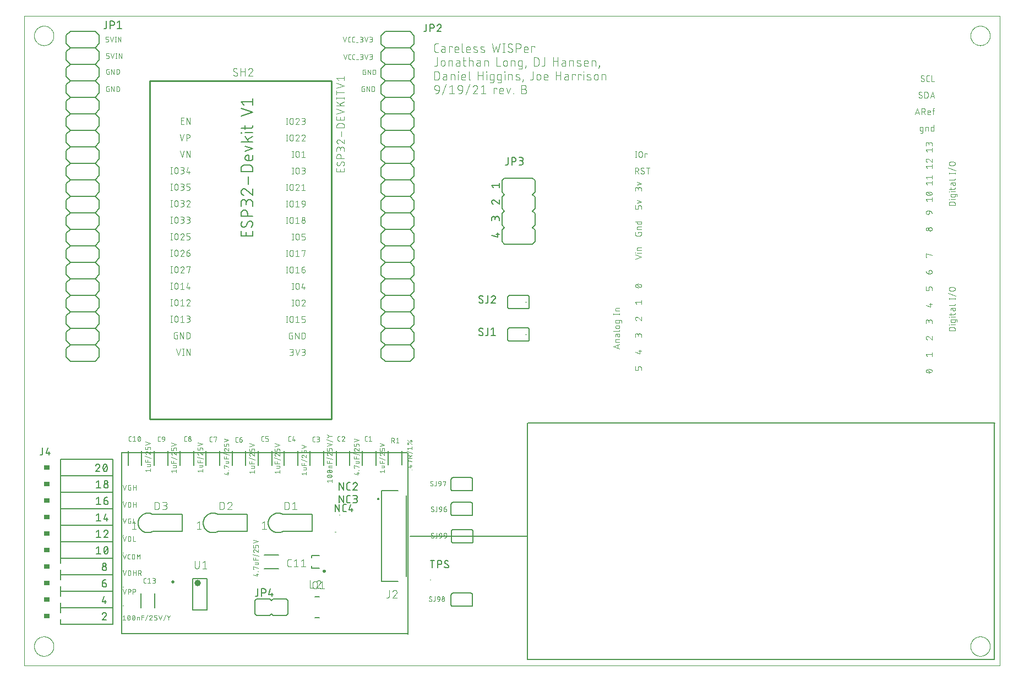
<source format=gto>
G04 EAGLE Gerber RS-274X export*
G75*
%MOMM*%
%FSLAX34Y34*%
%LPD*%
%INSilk top*%
%IPPOS*%
%AMOC8*
5,1,8,0,0,1.08239X$1,22.5*%
G01*
%ADD10C,0.000000*%
%ADD11C,0.152400*%
%ADD12C,0.101600*%
%ADD13C,0.076200*%
%ADD14C,0.127000*%
%ADD15C,0.150000*%
%ADD16C,0.250000*%
%ADD17C,1.000000*%
%ADD18C,0.500000*%
%ADD19R,0.812800X0.660400*%
%ADD20C,0.200000*%
%ADD21C,0.254000*%


D10*
X0Y0D02*
X1500000Y0D01*
X1500000Y1000000D01*
X0Y1000000D01*
X0Y0D01*
D11*
X149220Y327850D02*
X589220Y327850D01*
X590190Y328440D02*
X590190Y48440D01*
X590190Y49710D02*
X150190Y49710D01*
X149220Y49120D02*
X149220Y329120D01*
X774070Y373910D02*
X1492070Y373910D01*
X773780Y373420D02*
X773780Y10420D01*
X773310Y9900D02*
X1491310Y9900D01*
X1491600Y10390D02*
X1491600Y373390D01*
X773030Y199120D02*
X593030Y199120D01*
D10*
X15000Y30000D02*
X15005Y30368D01*
X15018Y30736D01*
X15041Y31103D01*
X15072Y31470D01*
X15113Y31836D01*
X15162Y32201D01*
X15221Y32564D01*
X15288Y32926D01*
X15364Y33287D01*
X15450Y33645D01*
X15543Y34001D01*
X15646Y34354D01*
X15757Y34705D01*
X15877Y35053D01*
X16005Y35398D01*
X16142Y35740D01*
X16287Y36079D01*
X16440Y36413D01*
X16602Y36744D01*
X16771Y37071D01*
X16949Y37393D01*
X17134Y37712D01*
X17327Y38025D01*
X17528Y38334D01*
X17736Y38637D01*
X17952Y38935D01*
X18175Y39228D01*
X18405Y39516D01*
X18642Y39798D01*
X18886Y40073D01*
X19136Y40343D01*
X19393Y40607D01*
X19657Y40864D01*
X19927Y41114D01*
X20202Y41358D01*
X20484Y41595D01*
X20772Y41825D01*
X21065Y42048D01*
X21363Y42264D01*
X21666Y42472D01*
X21975Y42673D01*
X22288Y42866D01*
X22607Y43051D01*
X22929Y43229D01*
X23256Y43398D01*
X23587Y43560D01*
X23921Y43713D01*
X24260Y43858D01*
X24602Y43995D01*
X24947Y44123D01*
X25295Y44243D01*
X25646Y44354D01*
X25999Y44457D01*
X26355Y44550D01*
X26713Y44636D01*
X27074Y44712D01*
X27436Y44779D01*
X27799Y44838D01*
X28164Y44887D01*
X28530Y44928D01*
X28897Y44959D01*
X29264Y44982D01*
X29632Y44995D01*
X30000Y45000D01*
X30368Y44995D01*
X30736Y44982D01*
X31103Y44959D01*
X31470Y44928D01*
X31836Y44887D01*
X32201Y44838D01*
X32564Y44779D01*
X32926Y44712D01*
X33287Y44636D01*
X33645Y44550D01*
X34001Y44457D01*
X34354Y44354D01*
X34705Y44243D01*
X35053Y44123D01*
X35398Y43995D01*
X35740Y43858D01*
X36079Y43713D01*
X36413Y43560D01*
X36744Y43398D01*
X37071Y43229D01*
X37393Y43051D01*
X37712Y42866D01*
X38025Y42673D01*
X38334Y42472D01*
X38637Y42264D01*
X38935Y42048D01*
X39228Y41825D01*
X39516Y41595D01*
X39798Y41358D01*
X40073Y41114D01*
X40343Y40864D01*
X40607Y40607D01*
X40864Y40343D01*
X41114Y40073D01*
X41358Y39798D01*
X41595Y39516D01*
X41825Y39228D01*
X42048Y38935D01*
X42264Y38637D01*
X42472Y38334D01*
X42673Y38025D01*
X42866Y37712D01*
X43051Y37393D01*
X43229Y37071D01*
X43398Y36744D01*
X43560Y36413D01*
X43713Y36079D01*
X43858Y35740D01*
X43995Y35398D01*
X44123Y35053D01*
X44243Y34705D01*
X44354Y34354D01*
X44457Y34001D01*
X44550Y33645D01*
X44636Y33287D01*
X44712Y32926D01*
X44779Y32564D01*
X44838Y32201D01*
X44887Y31836D01*
X44928Y31470D01*
X44959Y31103D01*
X44982Y30736D01*
X44995Y30368D01*
X45000Y30000D01*
X44995Y29632D01*
X44982Y29264D01*
X44959Y28897D01*
X44928Y28530D01*
X44887Y28164D01*
X44838Y27799D01*
X44779Y27436D01*
X44712Y27074D01*
X44636Y26713D01*
X44550Y26355D01*
X44457Y25999D01*
X44354Y25646D01*
X44243Y25295D01*
X44123Y24947D01*
X43995Y24602D01*
X43858Y24260D01*
X43713Y23921D01*
X43560Y23587D01*
X43398Y23256D01*
X43229Y22929D01*
X43051Y22607D01*
X42866Y22288D01*
X42673Y21975D01*
X42472Y21666D01*
X42264Y21363D01*
X42048Y21065D01*
X41825Y20772D01*
X41595Y20484D01*
X41358Y20202D01*
X41114Y19927D01*
X40864Y19657D01*
X40607Y19393D01*
X40343Y19136D01*
X40073Y18886D01*
X39798Y18642D01*
X39516Y18405D01*
X39228Y18175D01*
X38935Y17952D01*
X38637Y17736D01*
X38334Y17528D01*
X38025Y17327D01*
X37712Y17134D01*
X37393Y16949D01*
X37071Y16771D01*
X36744Y16602D01*
X36413Y16440D01*
X36079Y16287D01*
X35740Y16142D01*
X35398Y16005D01*
X35053Y15877D01*
X34705Y15757D01*
X34354Y15646D01*
X34001Y15543D01*
X33645Y15450D01*
X33287Y15364D01*
X32926Y15288D01*
X32564Y15221D01*
X32201Y15162D01*
X31836Y15113D01*
X31470Y15072D01*
X31103Y15041D01*
X30736Y15018D01*
X30368Y15005D01*
X30000Y15000D01*
X29632Y15005D01*
X29264Y15018D01*
X28897Y15041D01*
X28530Y15072D01*
X28164Y15113D01*
X27799Y15162D01*
X27436Y15221D01*
X27074Y15288D01*
X26713Y15364D01*
X26355Y15450D01*
X25999Y15543D01*
X25646Y15646D01*
X25295Y15757D01*
X24947Y15877D01*
X24602Y16005D01*
X24260Y16142D01*
X23921Y16287D01*
X23587Y16440D01*
X23256Y16602D01*
X22929Y16771D01*
X22607Y16949D01*
X22288Y17134D01*
X21975Y17327D01*
X21666Y17528D01*
X21363Y17736D01*
X21065Y17952D01*
X20772Y18175D01*
X20484Y18405D01*
X20202Y18642D01*
X19927Y18886D01*
X19657Y19136D01*
X19393Y19393D01*
X19136Y19657D01*
X18886Y19927D01*
X18642Y20202D01*
X18405Y20484D01*
X18175Y20772D01*
X17952Y21065D01*
X17736Y21363D01*
X17528Y21666D01*
X17327Y21975D01*
X17134Y22288D01*
X16949Y22607D01*
X16771Y22929D01*
X16602Y23256D01*
X16440Y23587D01*
X16287Y23921D01*
X16142Y24260D01*
X16005Y24602D01*
X15877Y24947D01*
X15757Y25295D01*
X15646Y25646D01*
X15543Y25999D01*
X15450Y26355D01*
X15364Y26713D01*
X15288Y27074D01*
X15221Y27436D01*
X15162Y27799D01*
X15113Y28164D01*
X15072Y28530D01*
X15041Y28897D01*
X15018Y29264D01*
X15005Y29632D01*
X15000Y30000D01*
X1455000Y30000D02*
X1455005Y30368D01*
X1455018Y30736D01*
X1455041Y31103D01*
X1455072Y31470D01*
X1455113Y31836D01*
X1455162Y32201D01*
X1455221Y32564D01*
X1455288Y32926D01*
X1455364Y33287D01*
X1455450Y33645D01*
X1455543Y34001D01*
X1455646Y34354D01*
X1455757Y34705D01*
X1455877Y35053D01*
X1456005Y35398D01*
X1456142Y35740D01*
X1456287Y36079D01*
X1456440Y36413D01*
X1456602Y36744D01*
X1456771Y37071D01*
X1456949Y37393D01*
X1457134Y37712D01*
X1457327Y38025D01*
X1457528Y38334D01*
X1457736Y38637D01*
X1457952Y38935D01*
X1458175Y39228D01*
X1458405Y39516D01*
X1458642Y39798D01*
X1458886Y40073D01*
X1459136Y40343D01*
X1459393Y40607D01*
X1459657Y40864D01*
X1459927Y41114D01*
X1460202Y41358D01*
X1460484Y41595D01*
X1460772Y41825D01*
X1461065Y42048D01*
X1461363Y42264D01*
X1461666Y42472D01*
X1461975Y42673D01*
X1462288Y42866D01*
X1462607Y43051D01*
X1462929Y43229D01*
X1463256Y43398D01*
X1463587Y43560D01*
X1463921Y43713D01*
X1464260Y43858D01*
X1464602Y43995D01*
X1464947Y44123D01*
X1465295Y44243D01*
X1465646Y44354D01*
X1465999Y44457D01*
X1466355Y44550D01*
X1466713Y44636D01*
X1467074Y44712D01*
X1467436Y44779D01*
X1467799Y44838D01*
X1468164Y44887D01*
X1468530Y44928D01*
X1468897Y44959D01*
X1469264Y44982D01*
X1469632Y44995D01*
X1470000Y45000D01*
X1470368Y44995D01*
X1470736Y44982D01*
X1471103Y44959D01*
X1471470Y44928D01*
X1471836Y44887D01*
X1472201Y44838D01*
X1472564Y44779D01*
X1472926Y44712D01*
X1473287Y44636D01*
X1473645Y44550D01*
X1474001Y44457D01*
X1474354Y44354D01*
X1474705Y44243D01*
X1475053Y44123D01*
X1475398Y43995D01*
X1475740Y43858D01*
X1476079Y43713D01*
X1476413Y43560D01*
X1476744Y43398D01*
X1477071Y43229D01*
X1477393Y43051D01*
X1477712Y42866D01*
X1478025Y42673D01*
X1478334Y42472D01*
X1478637Y42264D01*
X1478935Y42048D01*
X1479228Y41825D01*
X1479516Y41595D01*
X1479798Y41358D01*
X1480073Y41114D01*
X1480343Y40864D01*
X1480607Y40607D01*
X1480864Y40343D01*
X1481114Y40073D01*
X1481358Y39798D01*
X1481595Y39516D01*
X1481825Y39228D01*
X1482048Y38935D01*
X1482264Y38637D01*
X1482472Y38334D01*
X1482673Y38025D01*
X1482866Y37712D01*
X1483051Y37393D01*
X1483229Y37071D01*
X1483398Y36744D01*
X1483560Y36413D01*
X1483713Y36079D01*
X1483858Y35740D01*
X1483995Y35398D01*
X1484123Y35053D01*
X1484243Y34705D01*
X1484354Y34354D01*
X1484457Y34001D01*
X1484550Y33645D01*
X1484636Y33287D01*
X1484712Y32926D01*
X1484779Y32564D01*
X1484838Y32201D01*
X1484887Y31836D01*
X1484928Y31470D01*
X1484959Y31103D01*
X1484982Y30736D01*
X1484995Y30368D01*
X1485000Y30000D01*
X1484995Y29632D01*
X1484982Y29264D01*
X1484959Y28897D01*
X1484928Y28530D01*
X1484887Y28164D01*
X1484838Y27799D01*
X1484779Y27436D01*
X1484712Y27074D01*
X1484636Y26713D01*
X1484550Y26355D01*
X1484457Y25999D01*
X1484354Y25646D01*
X1484243Y25295D01*
X1484123Y24947D01*
X1483995Y24602D01*
X1483858Y24260D01*
X1483713Y23921D01*
X1483560Y23587D01*
X1483398Y23256D01*
X1483229Y22929D01*
X1483051Y22607D01*
X1482866Y22288D01*
X1482673Y21975D01*
X1482472Y21666D01*
X1482264Y21363D01*
X1482048Y21065D01*
X1481825Y20772D01*
X1481595Y20484D01*
X1481358Y20202D01*
X1481114Y19927D01*
X1480864Y19657D01*
X1480607Y19393D01*
X1480343Y19136D01*
X1480073Y18886D01*
X1479798Y18642D01*
X1479516Y18405D01*
X1479228Y18175D01*
X1478935Y17952D01*
X1478637Y17736D01*
X1478334Y17528D01*
X1478025Y17327D01*
X1477712Y17134D01*
X1477393Y16949D01*
X1477071Y16771D01*
X1476744Y16602D01*
X1476413Y16440D01*
X1476079Y16287D01*
X1475740Y16142D01*
X1475398Y16005D01*
X1475053Y15877D01*
X1474705Y15757D01*
X1474354Y15646D01*
X1474001Y15543D01*
X1473645Y15450D01*
X1473287Y15364D01*
X1472926Y15288D01*
X1472564Y15221D01*
X1472201Y15162D01*
X1471836Y15113D01*
X1471470Y15072D01*
X1471103Y15041D01*
X1470736Y15018D01*
X1470368Y15005D01*
X1470000Y15000D01*
X1469632Y15005D01*
X1469264Y15018D01*
X1468897Y15041D01*
X1468530Y15072D01*
X1468164Y15113D01*
X1467799Y15162D01*
X1467436Y15221D01*
X1467074Y15288D01*
X1466713Y15364D01*
X1466355Y15450D01*
X1465999Y15543D01*
X1465646Y15646D01*
X1465295Y15757D01*
X1464947Y15877D01*
X1464602Y16005D01*
X1464260Y16142D01*
X1463921Y16287D01*
X1463587Y16440D01*
X1463256Y16602D01*
X1462929Y16771D01*
X1462607Y16949D01*
X1462288Y17134D01*
X1461975Y17327D01*
X1461666Y17528D01*
X1461363Y17736D01*
X1461065Y17952D01*
X1460772Y18175D01*
X1460484Y18405D01*
X1460202Y18642D01*
X1459927Y18886D01*
X1459657Y19136D01*
X1459393Y19393D01*
X1459136Y19657D01*
X1458886Y19927D01*
X1458642Y20202D01*
X1458405Y20484D01*
X1458175Y20772D01*
X1457952Y21065D01*
X1457736Y21363D01*
X1457528Y21666D01*
X1457327Y21975D01*
X1457134Y22288D01*
X1456949Y22607D01*
X1456771Y22929D01*
X1456602Y23256D01*
X1456440Y23587D01*
X1456287Y23921D01*
X1456142Y24260D01*
X1456005Y24602D01*
X1455877Y24947D01*
X1455757Y25295D01*
X1455646Y25646D01*
X1455543Y25999D01*
X1455450Y26355D01*
X1455364Y26713D01*
X1455288Y27074D01*
X1455221Y27436D01*
X1455162Y27799D01*
X1455113Y28164D01*
X1455072Y28530D01*
X1455041Y28897D01*
X1455018Y29264D01*
X1455005Y29632D01*
X1455000Y30000D01*
X1455000Y970000D02*
X1455005Y970368D01*
X1455018Y970736D01*
X1455041Y971103D01*
X1455072Y971470D01*
X1455113Y971836D01*
X1455162Y972201D01*
X1455221Y972564D01*
X1455288Y972926D01*
X1455364Y973287D01*
X1455450Y973645D01*
X1455543Y974001D01*
X1455646Y974354D01*
X1455757Y974705D01*
X1455877Y975053D01*
X1456005Y975398D01*
X1456142Y975740D01*
X1456287Y976079D01*
X1456440Y976413D01*
X1456602Y976744D01*
X1456771Y977071D01*
X1456949Y977393D01*
X1457134Y977712D01*
X1457327Y978025D01*
X1457528Y978334D01*
X1457736Y978637D01*
X1457952Y978935D01*
X1458175Y979228D01*
X1458405Y979516D01*
X1458642Y979798D01*
X1458886Y980073D01*
X1459136Y980343D01*
X1459393Y980607D01*
X1459657Y980864D01*
X1459927Y981114D01*
X1460202Y981358D01*
X1460484Y981595D01*
X1460772Y981825D01*
X1461065Y982048D01*
X1461363Y982264D01*
X1461666Y982472D01*
X1461975Y982673D01*
X1462288Y982866D01*
X1462607Y983051D01*
X1462929Y983229D01*
X1463256Y983398D01*
X1463587Y983560D01*
X1463921Y983713D01*
X1464260Y983858D01*
X1464602Y983995D01*
X1464947Y984123D01*
X1465295Y984243D01*
X1465646Y984354D01*
X1465999Y984457D01*
X1466355Y984550D01*
X1466713Y984636D01*
X1467074Y984712D01*
X1467436Y984779D01*
X1467799Y984838D01*
X1468164Y984887D01*
X1468530Y984928D01*
X1468897Y984959D01*
X1469264Y984982D01*
X1469632Y984995D01*
X1470000Y985000D01*
X1470368Y984995D01*
X1470736Y984982D01*
X1471103Y984959D01*
X1471470Y984928D01*
X1471836Y984887D01*
X1472201Y984838D01*
X1472564Y984779D01*
X1472926Y984712D01*
X1473287Y984636D01*
X1473645Y984550D01*
X1474001Y984457D01*
X1474354Y984354D01*
X1474705Y984243D01*
X1475053Y984123D01*
X1475398Y983995D01*
X1475740Y983858D01*
X1476079Y983713D01*
X1476413Y983560D01*
X1476744Y983398D01*
X1477071Y983229D01*
X1477393Y983051D01*
X1477712Y982866D01*
X1478025Y982673D01*
X1478334Y982472D01*
X1478637Y982264D01*
X1478935Y982048D01*
X1479228Y981825D01*
X1479516Y981595D01*
X1479798Y981358D01*
X1480073Y981114D01*
X1480343Y980864D01*
X1480607Y980607D01*
X1480864Y980343D01*
X1481114Y980073D01*
X1481358Y979798D01*
X1481595Y979516D01*
X1481825Y979228D01*
X1482048Y978935D01*
X1482264Y978637D01*
X1482472Y978334D01*
X1482673Y978025D01*
X1482866Y977712D01*
X1483051Y977393D01*
X1483229Y977071D01*
X1483398Y976744D01*
X1483560Y976413D01*
X1483713Y976079D01*
X1483858Y975740D01*
X1483995Y975398D01*
X1484123Y975053D01*
X1484243Y974705D01*
X1484354Y974354D01*
X1484457Y974001D01*
X1484550Y973645D01*
X1484636Y973287D01*
X1484712Y972926D01*
X1484779Y972564D01*
X1484838Y972201D01*
X1484887Y971836D01*
X1484928Y971470D01*
X1484959Y971103D01*
X1484982Y970736D01*
X1484995Y970368D01*
X1485000Y970000D01*
X1484995Y969632D01*
X1484982Y969264D01*
X1484959Y968897D01*
X1484928Y968530D01*
X1484887Y968164D01*
X1484838Y967799D01*
X1484779Y967436D01*
X1484712Y967074D01*
X1484636Y966713D01*
X1484550Y966355D01*
X1484457Y965999D01*
X1484354Y965646D01*
X1484243Y965295D01*
X1484123Y964947D01*
X1483995Y964602D01*
X1483858Y964260D01*
X1483713Y963921D01*
X1483560Y963587D01*
X1483398Y963256D01*
X1483229Y962929D01*
X1483051Y962607D01*
X1482866Y962288D01*
X1482673Y961975D01*
X1482472Y961666D01*
X1482264Y961363D01*
X1482048Y961065D01*
X1481825Y960772D01*
X1481595Y960484D01*
X1481358Y960202D01*
X1481114Y959927D01*
X1480864Y959657D01*
X1480607Y959393D01*
X1480343Y959136D01*
X1480073Y958886D01*
X1479798Y958642D01*
X1479516Y958405D01*
X1479228Y958175D01*
X1478935Y957952D01*
X1478637Y957736D01*
X1478334Y957528D01*
X1478025Y957327D01*
X1477712Y957134D01*
X1477393Y956949D01*
X1477071Y956771D01*
X1476744Y956602D01*
X1476413Y956440D01*
X1476079Y956287D01*
X1475740Y956142D01*
X1475398Y956005D01*
X1475053Y955877D01*
X1474705Y955757D01*
X1474354Y955646D01*
X1474001Y955543D01*
X1473645Y955450D01*
X1473287Y955364D01*
X1472926Y955288D01*
X1472564Y955221D01*
X1472201Y955162D01*
X1471836Y955113D01*
X1471470Y955072D01*
X1471103Y955041D01*
X1470736Y955018D01*
X1470368Y955005D01*
X1470000Y955000D01*
X1469632Y955005D01*
X1469264Y955018D01*
X1468897Y955041D01*
X1468530Y955072D01*
X1468164Y955113D01*
X1467799Y955162D01*
X1467436Y955221D01*
X1467074Y955288D01*
X1466713Y955364D01*
X1466355Y955450D01*
X1465999Y955543D01*
X1465646Y955646D01*
X1465295Y955757D01*
X1464947Y955877D01*
X1464602Y956005D01*
X1464260Y956142D01*
X1463921Y956287D01*
X1463587Y956440D01*
X1463256Y956602D01*
X1462929Y956771D01*
X1462607Y956949D01*
X1462288Y957134D01*
X1461975Y957327D01*
X1461666Y957528D01*
X1461363Y957736D01*
X1461065Y957952D01*
X1460772Y958175D01*
X1460484Y958405D01*
X1460202Y958642D01*
X1459927Y958886D01*
X1459657Y959136D01*
X1459393Y959393D01*
X1459136Y959657D01*
X1458886Y959927D01*
X1458642Y960202D01*
X1458405Y960484D01*
X1458175Y960772D01*
X1457952Y961065D01*
X1457736Y961363D01*
X1457528Y961666D01*
X1457327Y961975D01*
X1457134Y962288D01*
X1456949Y962607D01*
X1456771Y962929D01*
X1456602Y963256D01*
X1456440Y963587D01*
X1456287Y963921D01*
X1456142Y964260D01*
X1456005Y964602D01*
X1455877Y964947D01*
X1455757Y965295D01*
X1455646Y965646D01*
X1455543Y965999D01*
X1455450Y966355D01*
X1455364Y966713D01*
X1455288Y967074D01*
X1455221Y967436D01*
X1455162Y967799D01*
X1455113Y968164D01*
X1455072Y968530D01*
X1455041Y968897D01*
X1455018Y969264D01*
X1455005Y969632D01*
X1455000Y970000D01*
X15000Y970000D02*
X15005Y970368D01*
X15018Y970736D01*
X15041Y971103D01*
X15072Y971470D01*
X15113Y971836D01*
X15162Y972201D01*
X15221Y972564D01*
X15288Y972926D01*
X15364Y973287D01*
X15450Y973645D01*
X15543Y974001D01*
X15646Y974354D01*
X15757Y974705D01*
X15877Y975053D01*
X16005Y975398D01*
X16142Y975740D01*
X16287Y976079D01*
X16440Y976413D01*
X16602Y976744D01*
X16771Y977071D01*
X16949Y977393D01*
X17134Y977712D01*
X17327Y978025D01*
X17528Y978334D01*
X17736Y978637D01*
X17952Y978935D01*
X18175Y979228D01*
X18405Y979516D01*
X18642Y979798D01*
X18886Y980073D01*
X19136Y980343D01*
X19393Y980607D01*
X19657Y980864D01*
X19927Y981114D01*
X20202Y981358D01*
X20484Y981595D01*
X20772Y981825D01*
X21065Y982048D01*
X21363Y982264D01*
X21666Y982472D01*
X21975Y982673D01*
X22288Y982866D01*
X22607Y983051D01*
X22929Y983229D01*
X23256Y983398D01*
X23587Y983560D01*
X23921Y983713D01*
X24260Y983858D01*
X24602Y983995D01*
X24947Y984123D01*
X25295Y984243D01*
X25646Y984354D01*
X25999Y984457D01*
X26355Y984550D01*
X26713Y984636D01*
X27074Y984712D01*
X27436Y984779D01*
X27799Y984838D01*
X28164Y984887D01*
X28530Y984928D01*
X28897Y984959D01*
X29264Y984982D01*
X29632Y984995D01*
X30000Y985000D01*
X30368Y984995D01*
X30736Y984982D01*
X31103Y984959D01*
X31470Y984928D01*
X31836Y984887D01*
X32201Y984838D01*
X32564Y984779D01*
X32926Y984712D01*
X33287Y984636D01*
X33645Y984550D01*
X34001Y984457D01*
X34354Y984354D01*
X34705Y984243D01*
X35053Y984123D01*
X35398Y983995D01*
X35740Y983858D01*
X36079Y983713D01*
X36413Y983560D01*
X36744Y983398D01*
X37071Y983229D01*
X37393Y983051D01*
X37712Y982866D01*
X38025Y982673D01*
X38334Y982472D01*
X38637Y982264D01*
X38935Y982048D01*
X39228Y981825D01*
X39516Y981595D01*
X39798Y981358D01*
X40073Y981114D01*
X40343Y980864D01*
X40607Y980607D01*
X40864Y980343D01*
X41114Y980073D01*
X41358Y979798D01*
X41595Y979516D01*
X41825Y979228D01*
X42048Y978935D01*
X42264Y978637D01*
X42472Y978334D01*
X42673Y978025D01*
X42866Y977712D01*
X43051Y977393D01*
X43229Y977071D01*
X43398Y976744D01*
X43560Y976413D01*
X43713Y976079D01*
X43858Y975740D01*
X43995Y975398D01*
X44123Y975053D01*
X44243Y974705D01*
X44354Y974354D01*
X44457Y974001D01*
X44550Y973645D01*
X44636Y973287D01*
X44712Y972926D01*
X44779Y972564D01*
X44838Y972201D01*
X44887Y971836D01*
X44928Y971470D01*
X44959Y971103D01*
X44982Y970736D01*
X44995Y970368D01*
X45000Y970000D01*
X44995Y969632D01*
X44982Y969264D01*
X44959Y968897D01*
X44928Y968530D01*
X44887Y968164D01*
X44838Y967799D01*
X44779Y967436D01*
X44712Y967074D01*
X44636Y966713D01*
X44550Y966355D01*
X44457Y965999D01*
X44354Y965646D01*
X44243Y965295D01*
X44123Y964947D01*
X43995Y964602D01*
X43858Y964260D01*
X43713Y963921D01*
X43560Y963587D01*
X43398Y963256D01*
X43229Y962929D01*
X43051Y962607D01*
X42866Y962288D01*
X42673Y961975D01*
X42472Y961666D01*
X42264Y961363D01*
X42048Y961065D01*
X41825Y960772D01*
X41595Y960484D01*
X41358Y960202D01*
X41114Y959927D01*
X40864Y959657D01*
X40607Y959393D01*
X40343Y959136D01*
X40073Y958886D01*
X39798Y958642D01*
X39516Y958405D01*
X39228Y958175D01*
X38935Y957952D01*
X38637Y957736D01*
X38334Y957528D01*
X38025Y957327D01*
X37712Y957134D01*
X37393Y956949D01*
X37071Y956771D01*
X36744Y956602D01*
X36413Y956440D01*
X36079Y956287D01*
X35740Y956142D01*
X35398Y956005D01*
X35053Y955877D01*
X34705Y955757D01*
X34354Y955646D01*
X34001Y955543D01*
X33645Y955450D01*
X33287Y955364D01*
X32926Y955288D01*
X32564Y955221D01*
X32201Y955162D01*
X31836Y955113D01*
X31470Y955072D01*
X31103Y955041D01*
X30736Y955018D01*
X30368Y955005D01*
X30000Y955000D01*
X29632Y955005D01*
X29264Y955018D01*
X28897Y955041D01*
X28530Y955072D01*
X28164Y955113D01*
X27799Y955162D01*
X27436Y955221D01*
X27074Y955288D01*
X26713Y955364D01*
X26355Y955450D01*
X25999Y955543D01*
X25646Y955646D01*
X25295Y955757D01*
X24947Y955877D01*
X24602Y956005D01*
X24260Y956142D01*
X23921Y956287D01*
X23587Y956440D01*
X23256Y956602D01*
X22929Y956771D01*
X22607Y956949D01*
X22288Y957134D01*
X21975Y957327D01*
X21666Y957528D01*
X21363Y957736D01*
X21065Y957952D01*
X20772Y958175D01*
X20484Y958405D01*
X20202Y958642D01*
X19927Y958886D01*
X19657Y959136D01*
X19393Y959393D01*
X19136Y959657D01*
X18886Y959927D01*
X18642Y960202D01*
X18405Y960484D01*
X18175Y960772D01*
X17952Y961065D01*
X17736Y961363D01*
X17528Y961666D01*
X17327Y961975D01*
X17134Y962288D01*
X16949Y962607D01*
X16771Y962929D01*
X16602Y963256D01*
X16440Y963587D01*
X16287Y963921D01*
X16142Y964260D01*
X16005Y964602D01*
X15877Y964947D01*
X15757Y965295D01*
X15646Y965646D01*
X15543Y965999D01*
X15450Y966355D01*
X15364Y966713D01*
X15288Y967074D01*
X15221Y967436D01*
X15162Y967799D01*
X15113Y968164D01*
X15072Y968530D01*
X15041Y968897D01*
X15018Y969264D01*
X15005Y969632D01*
X15000Y970000D01*
D12*
X633443Y944516D02*
X636378Y944516D01*
X633443Y944516D02*
X633336Y944518D01*
X633229Y944524D01*
X633122Y944534D01*
X633016Y944547D01*
X632910Y944565D01*
X632805Y944586D01*
X632701Y944611D01*
X632597Y944640D01*
X632495Y944673D01*
X632395Y944710D01*
X632295Y944750D01*
X632197Y944794D01*
X632101Y944841D01*
X632007Y944892D01*
X631914Y944946D01*
X631824Y945003D01*
X631735Y945064D01*
X631649Y945128D01*
X631566Y945195D01*
X631484Y945265D01*
X631406Y945338D01*
X631330Y945414D01*
X631257Y945492D01*
X631187Y945574D01*
X631120Y945657D01*
X631056Y945743D01*
X630995Y945832D01*
X630938Y945922D01*
X630884Y946015D01*
X630833Y946109D01*
X630786Y946205D01*
X630742Y946303D01*
X630702Y946403D01*
X630665Y946503D01*
X630632Y946605D01*
X630603Y946709D01*
X630578Y946813D01*
X630557Y946918D01*
X630539Y947024D01*
X630526Y947130D01*
X630516Y947237D01*
X630510Y947344D01*
X630508Y947451D01*
X630508Y954789D01*
X630510Y954896D01*
X630516Y955003D01*
X630526Y955110D01*
X630539Y955216D01*
X630557Y955322D01*
X630578Y955427D01*
X630603Y955531D01*
X630632Y955635D01*
X630665Y955737D01*
X630702Y955837D01*
X630742Y955937D01*
X630786Y956035D01*
X630833Y956131D01*
X630884Y956225D01*
X630938Y956318D01*
X630995Y956408D01*
X631056Y956497D01*
X631120Y956583D01*
X631187Y956666D01*
X631257Y956748D01*
X631330Y956826D01*
X631406Y956902D01*
X631484Y956975D01*
X631566Y957045D01*
X631649Y957112D01*
X631735Y957176D01*
X631824Y957237D01*
X631914Y957294D01*
X632007Y957348D01*
X632101Y957399D01*
X632197Y957446D01*
X632295Y957490D01*
X632395Y957530D01*
X632495Y957567D01*
X632597Y957600D01*
X632701Y957629D01*
X632805Y957654D01*
X632910Y957675D01*
X633016Y957693D01*
X633122Y957706D01*
X633229Y957716D01*
X633336Y957722D01*
X633443Y957724D01*
X636378Y957724D01*
X643597Y949652D02*
X646899Y949652D01*
X643597Y949652D02*
X643497Y949650D01*
X643398Y949644D01*
X643299Y949635D01*
X643200Y949621D01*
X643102Y949604D01*
X643005Y949583D01*
X642908Y949558D01*
X642813Y949529D01*
X642719Y949497D01*
X642626Y949461D01*
X642534Y949422D01*
X642444Y949379D01*
X642356Y949332D01*
X642270Y949283D01*
X642186Y949230D01*
X642104Y949173D01*
X642024Y949114D01*
X641946Y949051D01*
X641871Y948986D01*
X641799Y948917D01*
X641729Y948846D01*
X641662Y948773D01*
X641598Y948696D01*
X641537Y948618D01*
X641479Y948536D01*
X641425Y948453D01*
X641373Y948368D01*
X641325Y948281D01*
X641280Y948192D01*
X641239Y948101D01*
X641201Y948009D01*
X641167Y947915D01*
X641137Y947821D01*
X641110Y947725D01*
X641087Y947628D01*
X641068Y947530D01*
X641053Y947432D01*
X641041Y947333D01*
X641033Y947233D01*
X641029Y947134D01*
X641029Y947034D01*
X641033Y946935D01*
X641041Y946835D01*
X641053Y946736D01*
X641068Y946638D01*
X641087Y946540D01*
X641110Y946443D01*
X641137Y946347D01*
X641167Y946253D01*
X641201Y946159D01*
X641239Y946067D01*
X641280Y945976D01*
X641325Y945887D01*
X641373Y945800D01*
X641425Y945715D01*
X641479Y945632D01*
X641537Y945550D01*
X641598Y945472D01*
X641662Y945395D01*
X641729Y945322D01*
X641799Y945251D01*
X641871Y945182D01*
X641946Y945117D01*
X642024Y945054D01*
X642104Y944995D01*
X642186Y944938D01*
X642270Y944885D01*
X642356Y944836D01*
X642444Y944789D01*
X642534Y944746D01*
X642626Y944707D01*
X642719Y944671D01*
X642813Y944639D01*
X642908Y944610D01*
X643005Y944585D01*
X643102Y944564D01*
X643200Y944547D01*
X643299Y944533D01*
X643398Y944524D01*
X643497Y944518D01*
X643597Y944516D01*
X646899Y944516D01*
X646899Y951120D01*
X646897Y951211D01*
X646891Y951302D01*
X646882Y951392D01*
X646869Y951482D01*
X646852Y951572D01*
X646832Y951660D01*
X646807Y951748D01*
X646780Y951835D01*
X646748Y951920D01*
X646714Y952004D01*
X646675Y952087D01*
X646634Y952168D01*
X646589Y952247D01*
X646541Y952324D01*
X646489Y952399D01*
X646435Y952472D01*
X646378Y952543D01*
X646317Y952611D01*
X646254Y952676D01*
X646189Y952739D01*
X646121Y952800D01*
X646050Y952857D01*
X645977Y952911D01*
X645902Y952963D01*
X645825Y953011D01*
X645746Y953056D01*
X645665Y953097D01*
X645582Y953136D01*
X645498Y953170D01*
X645413Y953202D01*
X645326Y953229D01*
X645238Y953254D01*
X645150Y953274D01*
X645060Y953291D01*
X644970Y953304D01*
X644880Y953313D01*
X644789Y953319D01*
X644698Y953321D01*
X641763Y953321D01*
X653110Y953321D02*
X653110Y944516D01*
X653110Y953321D02*
X657513Y953321D01*
X657513Y951854D01*
X663775Y944516D02*
X667444Y944516D01*
X663775Y944516D02*
X663684Y944518D01*
X663593Y944524D01*
X663503Y944533D01*
X663413Y944546D01*
X663323Y944563D01*
X663235Y944583D01*
X663147Y944608D01*
X663060Y944635D01*
X662975Y944667D01*
X662891Y944701D01*
X662808Y944740D01*
X662727Y944781D01*
X662648Y944826D01*
X662571Y944874D01*
X662496Y944926D01*
X662423Y944980D01*
X662352Y945037D01*
X662284Y945098D01*
X662219Y945161D01*
X662156Y945226D01*
X662095Y945294D01*
X662038Y945365D01*
X661984Y945438D01*
X661932Y945513D01*
X661884Y945590D01*
X661839Y945669D01*
X661798Y945750D01*
X661759Y945833D01*
X661725Y945917D01*
X661693Y946002D01*
X661666Y946089D01*
X661641Y946177D01*
X661621Y946265D01*
X661604Y946355D01*
X661591Y946445D01*
X661582Y946535D01*
X661576Y946626D01*
X661574Y946717D01*
X661574Y950386D01*
X661576Y950493D01*
X661582Y950600D01*
X661592Y950707D01*
X661605Y950813D01*
X661623Y950919D01*
X661644Y951024D01*
X661669Y951128D01*
X661698Y951232D01*
X661731Y951334D01*
X661768Y951434D01*
X661808Y951534D01*
X661852Y951632D01*
X661899Y951728D01*
X661950Y951822D01*
X662004Y951915D01*
X662061Y952005D01*
X662122Y952094D01*
X662186Y952180D01*
X662253Y952263D01*
X662323Y952345D01*
X662396Y952423D01*
X662472Y952499D01*
X662550Y952572D01*
X662632Y952642D01*
X662715Y952709D01*
X662801Y952773D01*
X662890Y952834D01*
X662980Y952891D01*
X663073Y952945D01*
X663167Y952996D01*
X663263Y953043D01*
X663361Y953087D01*
X663461Y953127D01*
X663561Y953164D01*
X663663Y953197D01*
X663767Y953226D01*
X663871Y953251D01*
X663976Y953272D01*
X664082Y953290D01*
X664188Y953303D01*
X664295Y953313D01*
X664402Y953319D01*
X664509Y953321D01*
X664616Y953319D01*
X664723Y953313D01*
X664830Y953303D01*
X664936Y953290D01*
X665042Y953272D01*
X665147Y953251D01*
X665251Y953226D01*
X665355Y953197D01*
X665457Y953164D01*
X665557Y953127D01*
X665657Y953087D01*
X665755Y953043D01*
X665851Y952996D01*
X665945Y952945D01*
X666038Y952891D01*
X666128Y952834D01*
X666217Y952773D01*
X666303Y952709D01*
X666386Y952642D01*
X666468Y952572D01*
X666546Y952499D01*
X666622Y952423D01*
X666695Y952345D01*
X666765Y952263D01*
X666832Y952180D01*
X666896Y952094D01*
X666957Y952005D01*
X667014Y951915D01*
X667068Y951822D01*
X667119Y951728D01*
X667166Y951632D01*
X667210Y951534D01*
X667250Y951434D01*
X667287Y951334D01*
X667320Y951232D01*
X667349Y951128D01*
X667374Y951024D01*
X667395Y950919D01*
X667413Y950813D01*
X667426Y950707D01*
X667436Y950600D01*
X667442Y950493D01*
X667444Y950386D01*
X667444Y948919D01*
X661574Y948919D01*
X672850Y946717D02*
X672850Y957724D01*
X672851Y946717D02*
X672853Y946626D01*
X672859Y946535D01*
X672868Y946445D01*
X672881Y946355D01*
X672898Y946265D01*
X672918Y946177D01*
X672943Y946089D01*
X672970Y946002D01*
X673002Y945917D01*
X673036Y945833D01*
X673075Y945750D01*
X673116Y945669D01*
X673161Y945590D01*
X673209Y945513D01*
X673261Y945438D01*
X673315Y945365D01*
X673372Y945294D01*
X673433Y945226D01*
X673496Y945161D01*
X673561Y945098D01*
X673629Y945037D01*
X673700Y944980D01*
X673773Y944926D01*
X673848Y944874D01*
X673925Y944826D01*
X674004Y944781D01*
X674085Y944740D01*
X674168Y944701D01*
X674252Y944667D01*
X674337Y944635D01*
X674424Y944608D01*
X674512Y944583D01*
X674600Y944563D01*
X674690Y944546D01*
X674780Y944533D01*
X674870Y944524D01*
X674961Y944518D01*
X675052Y944516D01*
X681698Y944516D02*
X685367Y944516D01*
X681698Y944516D02*
X681607Y944518D01*
X681516Y944524D01*
X681426Y944533D01*
X681336Y944546D01*
X681246Y944563D01*
X681158Y944583D01*
X681070Y944608D01*
X680983Y944635D01*
X680898Y944667D01*
X680814Y944701D01*
X680731Y944740D01*
X680650Y944781D01*
X680571Y944826D01*
X680494Y944874D01*
X680419Y944926D01*
X680346Y944980D01*
X680275Y945037D01*
X680207Y945098D01*
X680142Y945161D01*
X680079Y945226D01*
X680018Y945294D01*
X679961Y945365D01*
X679907Y945438D01*
X679855Y945513D01*
X679807Y945590D01*
X679762Y945669D01*
X679721Y945750D01*
X679682Y945833D01*
X679648Y945917D01*
X679616Y946002D01*
X679589Y946089D01*
X679564Y946177D01*
X679544Y946265D01*
X679527Y946355D01*
X679514Y946445D01*
X679505Y946535D01*
X679499Y946626D01*
X679497Y946717D01*
X679496Y946717D02*
X679496Y950386D01*
X679498Y950493D01*
X679504Y950600D01*
X679514Y950707D01*
X679527Y950813D01*
X679545Y950919D01*
X679566Y951024D01*
X679591Y951128D01*
X679620Y951232D01*
X679653Y951334D01*
X679690Y951434D01*
X679730Y951534D01*
X679774Y951632D01*
X679821Y951728D01*
X679872Y951822D01*
X679926Y951915D01*
X679983Y952005D01*
X680044Y952094D01*
X680108Y952180D01*
X680175Y952263D01*
X680245Y952345D01*
X680318Y952423D01*
X680394Y952499D01*
X680472Y952572D01*
X680554Y952642D01*
X680637Y952709D01*
X680723Y952773D01*
X680812Y952834D01*
X680902Y952891D01*
X680995Y952945D01*
X681089Y952996D01*
X681185Y953043D01*
X681283Y953087D01*
X681383Y953127D01*
X681483Y953164D01*
X681585Y953197D01*
X681689Y953226D01*
X681793Y953251D01*
X681898Y953272D01*
X682004Y953290D01*
X682110Y953303D01*
X682217Y953313D01*
X682324Y953319D01*
X682431Y953321D01*
X682538Y953319D01*
X682645Y953313D01*
X682752Y953303D01*
X682858Y953290D01*
X682964Y953272D01*
X683069Y953251D01*
X683173Y953226D01*
X683277Y953197D01*
X683379Y953164D01*
X683479Y953127D01*
X683579Y953087D01*
X683677Y953043D01*
X683773Y952996D01*
X683867Y952945D01*
X683960Y952891D01*
X684050Y952834D01*
X684139Y952773D01*
X684225Y952709D01*
X684308Y952642D01*
X684390Y952572D01*
X684468Y952499D01*
X684544Y952423D01*
X684617Y952345D01*
X684687Y952263D01*
X684754Y952180D01*
X684818Y952094D01*
X684879Y952005D01*
X684936Y951915D01*
X684990Y951822D01*
X685041Y951728D01*
X685088Y951632D01*
X685132Y951534D01*
X685172Y951434D01*
X685209Y951334D01*
X685242Y951232D01*
X685271Y951128D01*
X685296Y951024D01*
X685317Y950919D01*
X685335Y950813D01*
X685348Y950707D01*
X685358Y950600D01*
X685364Y950493D01*
X685366Y950386D01*
X685367Y950386D02*
X685367Y948919D01*
X679496Y948919D01*
X691692Y949652D02*
X695361Y948185D01*
X691691Y949652D02*
X691612Y949686D01*
X691534Y949724D01*
X691457Y949765D01*
X691383Y949809D01*
X691311Y949857D01*
X691241Y949908D01*
X691174Y949962D01*
X691109Y950019D01*
X691046Y950080D01*
X690987Y950142D01*
X690930Y950208D01*
X690877Y950276D01*
X690826Y950346D01*
X690779Y950419D01*
X690735Y950494D01*
X690695Y950570D01*
X690658Y950649D01*
X690625Y950728D01*
X690595Y950810D01*
X690569Y950892D01*
X690547Y950976D01*
X690529Y951061D01*
X690515Y951146D01*
X690504Y951232D01*
X690498Y951318D01*
X690495Y951405D01*
X690496Y951492D01*
X690502Y951578D01*
X690511Y951664D01*
X690524Y951750D01*
X690541Y951835D01*
X690562Y951919D01*
X690586Y952002D01*
X690615Y952083D01*
X690647Y952164D01*
X690682Y952243D01*
X690722Y952320D01*
X690764Y952395D01*
X690811Y952468D01*
X690860Y952540D01*
X690912Y952608D01*
X690968Y952675D01*
X691027Y952738D01*
X691088Y952799D01*
X691152Y952858D01*
X691219Y952913D01*
X691288Y952965D01*
X691360Y953014D01*
X691433Y953059D01*
X691509Y953101D01*
X691586Y953140D01*
X691665Y953175D01*
X691746Y953207D01*
X691828Y953235D01*
X691911Y953259D01*
X691995Y953279D01*
X692080Y953295D01*
X692166Y953308D01*
X692252Y953316D01*
X692339Y953321D01*
X692425Y953322D01*
X692425Y953321D02*
X692625Y953316D01*
X692825Y953306D01*
X693025Y953291D01*
X693225Y953271D01*
X693424Y953247D01*
X693622Y953217D01*
X693819Y953183D01*
X694016Y953145D01*
X694211Y953101D01*
X694406Y953053D01*
X694599Y953000D01*
X694791Y952943D01*
X694982Y952881D01*
X695171Y952814D01*
X695358Y952743D01*
X695543Y952667D01*
X695727Y952587D01*
X695361Y948185D02*
X695440Y948151D01*
X695518Y948113D01*
X695595Y948072D01*
X695669Y948028D01*
X695741Y947980D01*
X695811Y947929D01*
X695878Y947875D01*
X695943Y947818D01*
X696006Y947757D01*
X696065Y947695D01*
X696122Y947629D01*
X696175Y947561D01*
X696226Y947491D01*
X696273Y947418D01*
X696317Y947343D01*
X696357Y947267D01*
X696394Y947188D01*
X696427Y947109D01*
X696457Y947027D01*
X696483Y946945D01*
X696505Y946861D01*
X696523Y946776D01*
X696537Y946691D01*
X696548Y946605D01*
X696554Y946519D01*
X696557Y946432D01*
X696556Y946345D01*
X696550Y946259D01*
X696541Y946173D01*
X696528Y946087D01*
X696511Y946002D01*
X696490Y945918D01*
X696466Y945835D01*
X696437Y945754D01*
X696405Y945673D01*
X696370Y945594D01*
X696330Y945517D01*
X696288Y945442D01*
X696241Y945369D01*
X696192Y945297D01*
X696140Y945229D01*
X696084Y945162D01*
X696025Y945099D01*
X695964Y945038D01*
X695900Y944979D01*
X695833Y944924D01*
X695764Y944872D01*
X695692Y944823D01*
X695619Y944778D01*
X695543Y944736D01*
X695466Y944697D01*
X695387Y944662D01*
X695306Y944630D01*
X695224Y944602D01*
X695141Y944578D01*
X695057Y944558D01*
X694972Y944542D01*
X694886Y944529D01*
X694800Y944521D01*
X694713Y944516D01*
X694627Y944515D01*
X694627Y944516D02*
X694333Y944524D01*
X694039Y944539D01*
X693745Y944560D01*
X693452Y944589D01*
X693160Y944624D01*
X692869Y944667D01*
X692579Y944716D01*
X692290Y944772D01*
X692002Y944835D01*
X691716Y944904D01*
X691432Y944981D01*
X691150Y945064D01*
X690870Y945154D01*
X690591Y945250D01*
X702786Y949652D02*
X706455Y948185D01*
X702786Y949652D02*
X702707Y949686D01*
X702629Y949724D01*
X702552Y949765D01*
X702478Y949809D01*
X702406Y949857D01*
X702336Y949908D01*
X702269Y949962D01*
X702204Y950019D01*
X702141Y950080D01*
X702082Y950142D01*
X702025Y950208D01*
X701972Y950276D01*
X701921Y950346D01*
X701874Y950419D01*
X701830Y950494D01*
X701790Y950570D01*
X701753Y950649D01*
X701720Y950728D01*
X701690Y950810D01*
X701664Y950892D01*
X701642Y950976D01*
X701624Y951061D01*
X701610Y951146D01*
X701599Y951232D01*
X701593Y951318D01*
X701590Y951405D01*
X701591Y951492D01*
X701597Y951578D01*
X701606Y951664D01*
X701619Y951750D01*
X701636Y951835D01*
X701657Y951919D01*
X701681Y952002D01*
X701710Y952083D01*
X701742Y952164D01*
X701777Y952243D01*
X701817Y952320D01*
X701859Y952395D01*
X701906Y952468D01*
X701955Y952540D01*
X702007Y952608D01*
X702063Y952675D01*
X702122Y952738D01*
X702183Y952799D01*
X702247Y952858D01*
X702314Y952913D01*
X702383Y952965D01*
X702455Y953014D01*
X702528Y953059D01*
X702604Y953101D01*
X702681Y953140D01*
X702760Y953175D01*
X702841Y953207D01*
X702923Y953235D01*
X703006Y953259D01*
X703090Y953279D01*
X703175Y953295D01*
X703261Y953308D01*
X703347Y953316D01*
X703434Y953321D01*
X703520Y953322D01*
X703520Y953321D02*
X703720Y953316D01*
X703920Y953306D01*
X704120Y953291D01*
X704320Y953271D01*
X704519Y953247D01*
X704717Y953217D01*
X704914Y953183D01*
X705111Y953145D01*
X705306Y953101D01*
X705501Y953053D01*
X705694Y953000D01*
X705886Y952943D01*
X706077Y952881D01*
X706266Y952814D01*
X706453Y952743D01*
X706638Y952667D01*
X706822Y952587D01*
X706456Y948185D02*
X706535Y948151D01*
X706613Y948113D01*
X706690Y948072D01*
X706764Y948028D01*
X706836Y947980D01*
X706906Y947929D01*
X706973Y947875D01*
X707038Y947818D01*
X707101Y947757D01*
X707160Y947695D01*
X707217Y947629D01*
X707270Y947561D01*
X707321Y947491D01*
X707368Y947418D01*
X707412Y947343D01*
X707452Y947267D01*
X707489Y947188D01*
X707522Y947109D01*
X707552Y947027D01*
X707578Y946945D01*
X707600Y946861D01*
X707618Y946776D01*
X707632Y946691D01*
X707643Y946605D01*
X707649Y946519D01*
X707652Y946432D01*
X707651Y946345D01*
X707645Y946259D01*
X707636Y946173D01*
X707623Y946087D01*
X707606Y946002D01*
X707585Y945918D01*
X707561Y945835D01*
X707532Y945754D01*
X707500Y945673D01*
X707465Y945594D01*
X707425Y945517D01*
X707383Y945442D01*
X707336Y945369D01*
X707287Y945297D01*
X707235Y945229D01*
X707179Y945162D01*
X707120Y945099D01*
X707059Y945038D01*
X706995Y944979D01*
X706928Y944924D01*
X706859Y944872D01*
X706787Y944823D01*
X706714Y944778D01*
X706638Y944736D01*
X706561Y944697D01*
X706482Y944662D01*
X706401Y944630D01*
X706319Y944602D01*
X706236Y944578D01*
X706152Y944558D01*
X706067Y944542D01*
X705981Y944529D01*
X705895Y944521D01*
X705808Y944516D01*
X705722Y944515D01*
X705721Y944516D02*
X705427Y944524D01*
X705133Y944539D01*
X704839Y944560D01*
X704546Y944589D01*
X704254Y944624D01*
X703963Y944667D01*
X703673Y944716D01*
X703384Y944772D01*
X703096Y944835D01*
X702810Y944904D01*
X702526Y944981D01*
X702244Y945064D01*
X701964Y945154D01*
X701685Y945250D01*
X722168Y944516D02*
X719233Y957724D01*
X725103Y953321D02*
X722168Y944516D01*
X728038Y944516D02*
X725103Y953321D01*
X730974Y957724D02*
X728038Y944516D01*
X737051Y944516D02*
X737051Y957724D01*
X735584Y944516D02*
X738519Y944516D01*
X738519Y957724D02*
X735584Y957724D01*
X747600Y944516D02*
X747707Y944518D01*
X747814Y944524D01*
X747921Y944534D01*
X748027Y944547D01*
X748133Y944565D01*
X748238Y944586D01*
X748342Y944611D01*
X748446Y944640D01*
X748548Y944673D01*
X748648Y944710D01*
X748748Y944750D01*
X748846Y944794D01*
X748942Y944841D01*
X749036Y944892D01*
X749129Y944946D01*
X749219Y945003D01*
X749308Y945064D01*
X749394Y945128D01*
X749477Y945195D01*
X749559Y945265D01*
X749637Y945338D01*
X749713Y945414D01*
X749786Y945492D01*
X749856Y945574D01*
X749923Y945657D01*
X749987Y945743D01*
X750048Y945832D01*
X750105Y945922D01*
X750159Y946015D01*
X750210Y946109D01*
X750257Y946205D01*
X750301Y946303D01*
X750341Y946403D01*
X750378Y946503D01*
X750411Y946605D01*
X750440Y946709D01*
X750465Y946813D01*
X750486Y946918D01*
X750504Y947024D01*
X750517Y947130D01*
X750527Y947237D01*
X750533Y947344D01*
X750535Y947451D01*
X747600Y944516D02*
X747447Y944518D01*
X747294Y944524D01*
X747142Y944533D01*
X746989Y944546D01*
X746837Y944563D01*
X746686Y944584D01*
X746534Y944608D01*
X746384Y944636D01*
X746234Y944668D01*
X746086Y944704D01*
X745938Y944743D01*
X745791Y944786D01*
X745645Y944832D01*
X745501Y944882D01*
X745357Y944936D01*
X745215Y944993D01*
X745075Y945053D01*
X744936Y945118D01*
X744799Y945185D01*
X744663Y945256D01*
X744529Y945330D01*
X744397Y945407D01*
X744267Y945488D01*
X744139Y945572D01*
X744013Y945659D01*
X743890Y945749D01*
X743768Y945842D01*
X743649Y945938D01*
X743533Y946037D01*
X743418Y946138D01*
X743307Y946243D01*
X743198Y946350D01*
X743564Y954789D02*
X743566Y954896D01*
X743572Y955003D01*
X743582Y955110D01*
X743595Y955216D01*
X743613Y955322D01*
X743634Y955427D01*
X743659Y955531D01*
X743688Y955635D01*
X743721Y955737D01*
X743758Y955837D01*
X743798Y955937D01*
X743842Y956035D01*
X743889Y956131D01*
X743940Y956225D01*
X743994Y956318D01*
X744051Y956408D01*
X744112Y956497D01*
X744176Y956583D01*
X744243Y956666D01*
X744313Y956748D01*
X744386Y956826D01*
X744462Y956902D01*
X744540Y956975D01*
X744622Y957045D01*
X744705Y957112D01*
X744791Y957176D01*
X744880Y957237D01*
X744970Y957294D01*
X745063Y957348D01*
X745157Y957399D01*
X745253Y957446D01*
X745351Y957490D01*
X745451Y957530D01*
X745551Y957567D01*
X745653Y957600D01*
X745757Y957629D01*
X745861Y957654D01*
X745966Y957675D01*
X746072Y957693D01*
X746178Y957706D01*
X746285Y957716D01*
X746392Y957722D01*
X746499Y957724D01*
X746647Y957722D01*
X746794Y957716D01*
X746941Y957706D01*
X747088Y957692D01*
X747235Y957675D01*
X747380Y957653D01*
X747526Y957627D01*
X747670Y957598D01*
X747814Y957565D01*
X747957Y957527D01*
X748099Y957486D01*
X748239Y957442D01*
X748379Y957393D01*
X748517Y957341D01*
X748653Y957285D01*
X748788Y957225D01*
X748921Y957162D01*
X749053Y957095D01*
X749183Y957025D01*
X749311Y956952D01*
X749436Y956874D01*
X749560Y956794D01*
X749682Y956710D01*
X749801Y956623D01*
X745032Y952221D02*
X744941Y952277D01*
X744852Y952336D01*
X744765Y952398D01*
X744681Y952463D01*
X744598Y952531D01*
X744519Y952602D01*
X744442Y952676D01*
X744368Y952753D01*
X744296Y952832D01*
X744228Y952914D01*
X744162Y952998D01*
X744099Y953085D01*
X744040Y953173D01*
X743984Y953264D01*
X743931Y953357D01*
X743881Y953451D01*
X743835Y953547D01*
X743792Y953645D01*
X743753Y953744D01*
X743717Y953845D01*
X743685Y953947D01*
X743657Y954050D01*
X743633Y954154D01*
X743612Y954258D01*
X743595Y954364D01*
X743581Y954469D01*
X743572Y954576D01*
X743566Y954682D01*
X743564Y954789D01*
X749067Y950019D02*
X749158Y949963D01*
X749247Y949904D01*
X749334Y949842D01*
X749418Y949777D01*
X749501Y949709D01*
X749580Y949638D01*
X749657Y949564D01*
X749731Y949487D01*
X749803Y949408D01*
X749871Y949326D01*
X749937Y949242D01*
X750000Y949155D01*
X750059Y949067D01*
X750115Y948976D01*
X750168Y948883D01*
X750218Y948789D01*
X750264Y948693D01*
X750307Y948595D01*
X750346Y948496D01*
X750382Y948395D01*
X750414Y948293D01*
X750442Y948190D01*
X750466Y948086D01*
X750487Y947982D01*
X750504Y947876D01*
X750518Y947771D01*
X750527Y947664D01*
X750533Y947558D01*
X750535Y947451D01*
X749067Y950019D02*
X745032Y952221D01*
X756178Y957724D02*
X756178Y944516D01*
X756178Y957724D02*
X759847Y957724D01*
X759967Y957722D01*
X760087Y957716D01*
X760207Y957706D01*
X760326Y957693D01*
X760445Y957675D01*
X760563Y957654D01*
X760680Y957628D01*
X760797Y957599D01*
X760912Y957566D01*
X761026Y957529D01*
X761139Y957489D01*
X761251Y957445D01*
X761361Y957397D01*
X761470Y957346D01*
X761577Y957291D01*
X761682Y957232D01*
X761784Y957171D01*
X761885Y957106D01*
X761984Y957037D01*
X762081Y956966D01*
X762175Y956891D01*
X762266Y956814D01*
X762355Y956733D01*
X762441Y956649D01*
X762525Y956563D01*
X762606Y956474D01*
X762683Y956383D01*
X762758Y956289D01*
X762829Y956192D01*
X762898Y956093D01*
X762963Y955992D01*
X763024Y955890D01*
X763083Y955785D01*
X763138Y955678D01*
X763189Y955569D01*
X763237Y955459D01*
X763281Y955347D01*
X763321Y955234D01*
X763358Y955120D01*
X763391Y955005D01*
X763420Y954888D01*
X763446Y954771D01*
X763467Y954653D01*
X763485Y954534D01*
X763498Y954415D01*
X763508Y954295D01*
X763514Y954175D01*
X763516Y954055D01*
X763514Y953935D01*
X763508Y953815D01*
X763498Y953695D01*
X763485Y953576D01*
X763467Y953457D01*
X763446Y953339D01*
X763420Y953222D01*
X763391Y953105D01*
X763358Y952990D01*
X763321Y952876D01*
X763281Y952763D01*
X763237Y952651D01*
X763189Y952541D01*
X763138Y952432D01*
X763083Y952325D01*
X763024Y952221D01*
X762963Y952118D01*
X762898Y952017D01*
X762829Y951918D01*
X762758Y951821D01*
X762683Y951727D01*
X762606Y951636D01*
X762525Y951547D01*
X762441Y951461D01*
X762355Y951377D01*
X762266Y951296D01*
X762175Y951219D01*
X762081Y951144D01*
X761984Y951073D01*
X761885Y951004D01*
X761784Y950939D01*
X761682Y950878D01*
X761577Y950819D01*
X761470Y950764D01*
X761361Y950713D01*
X761251Y950665D01*
X761139Y950621D01*
X761026Y950581D01*
X760912Y950544D01*
X760797Y950511D01*
X760680Y950482D01*
X760563Y950456D01*
X760445Y950435D01*
X760326Y950417D01*
X760207Y950404D01*
X760087Y950394D01*
X759967Y950388D01*
X759847Y950386D01*
X756178Y950386D01*
X770455Y944516D02*
X774124Y944516D01*
X770455Y944516D02*
X770364Y944518D01*
X770273Y944524D01*
X770183Y944533D01*
X770093Y944546D01*
X770003Y944563D01*
X769915Y944583D01*
X769827Y944608D01*
X769740Y944635D01*
X769655Y944667D01*
X769571Y944701D01*
X769488Y944740D01*
X769407Y944781D01*
X769328Y944826D01*
X769251Y944874D01*
X769176Y944926D01*
X769103Y944980D01*
X769032Y945037D01*
X768964Y945098D01*
X768899Y945161D01*
X768836Y945226D01*
X768775Y945294D01*
X768718Y945365D01*
X768664Y945438D01*
X768612Y945513D01*
X768564Y945590D01*
X768519Y945669D01*
X768478Y945750D01*
X768439Y945833D01*
X768405Y945917D01*
X768373Y946002D01*
X768346Y946089D01*
X768321Y946177D01*
X768301Y946265D01*
X768284Y946355D01*
X768271Y946445D01*
X768262Y946535D01*
X768256Y946626D01*
X768254Y946717D01*
X768254Y950386D01*
X768256Y950493D01*
X768262Y950600D01*
X768272Y950707D01*
X768285Y950813D01*
X768303Y950919D01*
X768324Y951024D01*
X768349Y951128D01*
X768378Y951232D01*
X768411Y951334D01*
X768448Y951434D01*
X768488Y951534D01*
X768532Y951632D01*
X768579Y951728D01*
X768630Y951822D01*
X768684Y951915D01*
X768741Y952005D01*
X768802Y952094D01*
X768866Y952180D01*
X768933Y952263D01*
X769003Y952345D01*
X769076Y952423D01*
X769152Y952499D01*
X769230Y952572D01*
X769312Y952642D01*
X769395Y952709D01*
X769481Y952773D01*
X769570Y952834D01*
X769660Y952891D01*
X769753Y952945D01*
X769847Y952996D01*
X769943Y953043D01*
X770041Y953087D01*
X770141Y953127D01*
X770241Y953164D01*
X770343Y953197D01*
X770447Y953226D01*
X770551Y953251D01*
X770656Y953272D01*
X770762Y953290D01*
X770868Y953303D01*
X770975Y953313D01*
X771082Y953319D01*
X771189Y953321D01*
X771296Y953319D01*
X771403Y953313D01*
X771510Y953303D01*
X771616Y953290D01*
X771722Y953272D01*
X771827Y953251D01*
X771931Y953226D01*
X772035Y953197D01*
X772137Y953164D01*
X772237Y953127D01*
X772337Y953087D01*
X772435Y953043D01*
X772531Y952996D01*
X772625Y952945D01*
X772718Y952891D01*
X772808Y952834D01*
X772897Y952773D01*
X772983Y952709D01*
X773066Y952642D01*
X773148Y952572D01*
X773226Y952499D01*
X773302Y952423D01*
X773375Y952345D01*
X773445Y952263D01*
X773512Y952180D01*
X773576Y952094D01*
X773637Y952005D01*
X773694Y951915D01*
X773748Y951822D01*
X773799Y951728D01*
X773846Y951632D01*
X773890Y951534D01*
X773930Y951434D01*
X773967Y951334D01*
X774000Y951232D01*
X774029Y951128D01*
X774054Y951024D01*
X774075Y950919D01*
X774093Y950813D01*
X774106Y950707D01*
X774116Y950600D01*
X774122Y950493D01*
X774124Y950386D01*
X774124Y948919D01*
X768254Y948919D01*
X779846Y953321D02*
X779846Y944516D01*
X779846Y953321D02*
X784248Y953321D01*
X784248Y951854D01*
X634911Y936388D02*
X634911Y926115D01*
X634909Y926008D01*
X634903Y925901D01*
X634893Y925794D01*
X634880Y925688D01*
X634862Y925582D01*
X634841Y925477D01*
X634816Y925373D01*
X634787Y925269D01*
X634754Y925167D01*
X634717Y925067D01*
X634677Y924967D01*
X634633Y924869D01*
X634586Y924773D01*
X634535Y924679D01*
X634481Y924586D01*
X634424Y924496D01*
X634363Y924407D01*
X634299Y924321D01*
X634232Y924238D01*
X634162Y924156D01*
X634089Y924078D01*
X634013Y924002D01*
X633935Y923929D01*
X633853Y923859D01*
X633770Y923792D01*
X633684Y923728D01*
X633595Y923667D01*
X633505Y923610D01*
X633412Y923556D01*
X633318Y923505D01*
X633222Y923457D01*
X633124Y923414D01*
X633024Y923374D01*
X632924Y923337D01*
X632822Y923304D01*
X632718Y923275D01*
X632614Y923250D01*
X632509Y923229D01*
X632403Y923211D01*
X632297Y923198D01*
X632190Y923188D01*
X632083Y923182D01*
X631976Y923180D01*
X630508Y923180D01*
X640632Y926115D02*
X640632Y929050D01*
X640634Y929157D01*
X640640Y929264D01*
X640650Y929371D01*
X640663Y929477D01*
X640681Y929583D01*
X640702Y929688D01*
X640727Y929792D01*
X640756Y929896D01*
X640789Y929998D01*
X640826Y930098D01*
X640866Y930198D01*
X640910Y930296D01*
X640957Y930392D01*
X641008Y930486D01*
X641062Y930579D01*
X641119Y930669D01*
X641180Y930758D01*
X641244Y930844D01*
X641311Y930927D01*
X641381Y931009D01*
X641454Y931087D01*
X641530Y931163D01*
X641608Y931236D01*
X641690Y931306D01*
X641773Y931373D01*
X641859Y931437D01*
X641948Y931498D01*
X642038Y931555D01*
X642131Y931609D01*
X642225Y931660D01*
X642321Y931707D01*
X642419Y931751D01*
X642519Y931791D01*
X642619Y931828D01*
X642721Y931861D01*
X642825Y931890D01*
X642929Y931915D01*
X643034Y931936D01*
X643140Y931954D01*
X643246Y931967D01*
X643353Y931977D01*
X643460Y931983D01*
X643567Y931985D01*
X643674Y931983D01*
X643781Y931977D01*
X643888Y931967D01*
X643994Y931954D01*
X644100Y931936D01*
X644205Y931915D01*
X644309Y931890D01*
X644413Y931861D01*
X644515Y931828D01*
X644615Y931791D01*
X644715Y931751D01*
X644813Y931707D01*
X644909Y931660D01*
X645003Y931609D01*
X645096Y931555D01*
X645186Y931498D01*
X645275Y931437D01*
X645361Y931373D01*
X645444Y931306D01*
X645526Y931236D01*
X645604Y931163D01*
X645680Y931087D01*
X645753Y931009D01*
X645823Y930927D01*
X645890Y930844D01*
X645954Y930758D01*
X646015Y930669D01*
X646072Y930579D01*
X646126Y930486D01*
X646177Y930392D01*
X646224Y930296D01*
X646268Y930198D01*
X646308Y930098D01*
X646345Y929998D01*
X646378Y929896D01*
X646407Y929792D01*
X646432Y929688D01*
X646453Y929583D01*
X646471Y929477D01*
X646484Y929371D01*
X646494Y929264D01*
X646500Y929157D01*
X646502Y929050D01*
X646502Y926115D01*
X646500Y926008D01*
X646494Y925901D01*
X646484Y925794D01*
X646471Y925688D01*
X646453Y925582D01*
X646432Y925477D01*
X646407Y925373D01*
X646378Y925269D01*
X646345Y925167D01*
X646308Y925067D01*
X646268Y924967D01*
X646224Y924869D01*
X646177Y924773D01*
X646126Y924679D01*
X646072Y924586D01*
X646015Y924496D01*
X645954Y924407D01*
X645890Y924321D01*
X645823Y924238D01*
X645753Y924156D01*
X645680Y924078D01*
X645604Y924002D01*
X645526Y923929D01*
X645444Y923859D01*
X645361Y923792D01*
X645275Y923728D01*
X645186Y923667D01*
X645096Y923610D01*
X645003Y923556D01*
X644909Y923505D01*
X644813Y923458D01*
X644715Y923414D01*
X644615Y923374D01*
X644515Y923337D01*
X644413Y923304D01*
X644309Y923275D01*
X644205Y923250D01*
X644100Y923229D01*
X643994Y923211D01*
X643888Y923198D01*
X643781Y923188D01*
X643674Y923182D01*
X643567Y923180D01*
X643460Y923182D01*
X643353Y923188D01*
X643246Y923198D01*
X643140Y923211D01*
X643034Y923229D01*
X642929Y923250D01*
X642825Y923275D01*
X642721Y923304D01*
X642619Y923337D01*
X642519Y923374D01*
X642419Y923414D01*
X642321Y923458D01*
X642225Y923505D01*
X642131Y923556D01*
X642038Y923610D01*
X641948Y923667D01*
X641859Y923728D01*
X641773Y923792D01*
X641690Y923859D01*
X641608Y923929D01*
X641530Y924002D01*
X641454Y924078D01*
X641381Y924156D01*
X641311Y924238D01*
X641244Y924321D01*
X641180Y924407D01*
X641119Y924496D01*
X641062Y924586D01*
X641008Y924679D01*
X640957Y924773D01*
X640910Y924869D01*
X640866Y924967D01*
X640826Y925067D01*
X640789Y925167D01*
X640756Y925269D01*
X640727Y925373D01*
X640702Y925477D01*
X640681Y925582D01*
X640663Y925688D01*
X640650Y925794D01*
X640640Y925901D01*
X640634Y926008D01*
X640632Y926115D01*
X652154Y923180D02*
X652154Y931985D01*
X655823Y931985D01*
X655916Y931983D01*
X656010Y931977D01*
X656103Y931967D01*
X656195Y931953D01*
X656287Y931936D01*
X656378Y931914D01*
X656467Y931889D01*
X656556Y931859D01*
X656644Y931826D01*
X656730Y931790D01*
X656814Y931749D01*
X656896Y931706D01*
X656977Y931658D01*
X657055Y931608D01*
X657132Y931554D01*
X657206Y931496D01*
X657277Y931436D01*
X657346Y931373D01*
X657412Y931307D01*
X657475Y931238D01*
X657535Y931167D01*
X657593Y931093D01*
X657647Y931017D01*
X657697Y930938D01*
X657744Y930857D01*
X657788Y930775D01*
X657829Y930691D01*
X657865Y930605D01*
X657898Y930517D01*
X657928Y930429D01*
X657953Y930339D01*
X657975Y930248D01*
X657992Y930156D01*
X658006Y930064D01*
X658016Y929971D01*
X658022Y929877D01*
X658024Y929784D01*
X658024Y923180D01*
X666181Y928316D02*
X669483Y928316D01*
X666181Y928316D02*
X666081Y928314D01*
X665982Y928308D01*
X665883Y928299D01*
X665784Y928285D01*
X665686Y928268D01*
X665589Y928247D01*
X665492Y928222D01*
X665397Y928193D01*
X665303Y928161D01*
X665210Y928125D01*
X665118Y928086D01*
X665028Y928043D01*
X664940Y927996D01*
X664854Y927947D01*
X664770Y927894D01*
X664688Y927837D01*
X664608Y927778D01*
X664530Y927715D01*
X664455Y927650D01*
X664383Y927581D01*
X664313Y927510D01*
X664246Y927437D01*
X664182Y927360D01*
X664121Y927282D01*
X664063Y927200D01*
X664009Y927117D01*
X663957Y927032D01*
X663909Y926945D01*
X663864Y926856D01*
X663823Y926765D01*
X663785Y926673D01*
X663751Y926579D01*
X663721Y926485D01*
X663694Y926389D01*
X663671Y926292D01*
X663652Y926194D01*
X663637Y926096D01*
X663625Y925997D01*
X663617Y925897D01*
X663613Y925798D01*
X663613Y925698D01*
X663617Y925599D01*
X663625Y925499D01*
X663637Y925400D01*
X663652Y925302D01*
X663671Y925204D01*
X663694Y925107D01*
X663721Y925011D01*
X663751Y924917D01*
X663785Y924823D01*
X663823Y924731D01*
X663864Y924640D01*
X663909Y924551D01*
X663957Y924464D01*
X664009Y924379D01*
X664063Y924296D01*
X664121Y924214D01*
X664182Y924136D01*
X664246Y924059D01*
X664313Y923986D01*
X664383Y923915D01*
X664455Y923846D01*
X664530Y923781D01*
X664608Y923718D01*
X664688Y923659D01*
X664770Y923602D01*
X664854Y923549D01*
X664940Y923500D01*
X665028Y923453D01*
X665118Y923410D01*
X665210Y923371D01*
X665303Y923335D01*
X665397Y923303D01*
X665492Y923274D01*
X665589Y923249D01*
X665686Y923228D01*
X665784Y923211D01*
X665883Y923197D01*
X665982Y923188D01*
X666081Y923182D01*
X666181Y923180D01*
X669483Y923180D01*
X669483Y929784D01*
X669481Y929875D01*
X669475Y929966D01*
X669466Y930056D01*
X669453Y930146D01*
X669436Y930236D01*
X669416Y930324D01*
X669391Y930412D01*
X669364Y930499D01*
X669332Y930584D01*
X669298Y930668D01*
X669259Y930751D01*
X669218Y930832D01*
X669173Y930911D01*
X669125Y930988D01*
X669073Y931063D01*
X669019Y931136D01*
X668962Y931207D01*
X668901Y931275D01*
X668838Y931340D01*
X668773Y931403D01*
X668705Y931464D01*
X668634Y931521D01*
X668561Y931575D01*
X668486Y931627D01*
X668409Y931675D01*
X668330Y931720D01*
X668249Y931761D01*
X668166Y931800D01*
X668082Y931834D01*
X667997Y931866D01*
X667910Y931893D01*
X667822Y931918D01*
X667734Y931938D01*
X667644Y931955D01*
X667554Y931968D01*
X667464Y931977D01*
X667373Y931983D01*
X667282Y931985D01*
X664346Y931985D01*
X674126Y931985D02*
X678528Y931985D01*
X675593Y936388D02*
X675593Y925381D01*
X675595Y925290D01*
X675601Y925199D01*
X675610Y925109D01*
X675623Y925019D01*
X675640Y924929D01*
X675660Y924841D01*
X675685Y924753D01*
X675712Y924666D01*
X675744Y924581D01*
X675778Y924497D01*
X675817Y924414D01*
X675858Y924333D01*
X675903Y924254D01*
X675951Y924177D01*
X676003Y924102D01*
X676057Y924029D01*
X676114Y923958D01*
X676175Y923890D01*
X676238Y923825D01*
X676303Y923762D01*
X676372Y923701D01*
X676442Y923644D01*
X676515Y923590D01*
X676590Y923538D01*
X676667Y923490D01*
X676746Y923445D01*
X676827Y923404D01*
X676910Y923365D01*
X676994Y923331D01*
X677079Y923299D01*
X677166Y923271D01*
X677254Y923247D01*
X677342Y923227D01*
X677432Y923210D01*
X677522Y923197D01*
X677612Y923188D01*
X677703Y923182D01*
X677794Y923180D01*
X678528Y923180D01*
X683731Y923180D02*
X683731Y936388D01*
X683731Y931985D02*
X687400Y931985D01*
X687493Y931983D01*
X687587Y931977D01*
X687680Y931967D01*
X687772Y931953D01*
X687864Y931936D01*
X687955Y931914D01*
X688044Y931889D01*
X688133Y931859D01*
X688221Y931826D01*
X688307Y931790D01*
X688391Y931749D01*
X688473Y931706D01*
X688554Y931658D01*
X688632Y931608D01*
X688709Y931554D01*
X688783Y931496D01*
X688854Y931436D01*
X688923Y931373D01*
X688989Y931307D01*
X689052Y931238D01*
X689112Y931167D01*
X689170Y931093D01*
X689224Y931017D01*
X689274Y930938D01*
X689321Y930857D01*
X689365Y930775D01*
X689406Y930691D01*
X689442Y930605D01*
X689475Y930517D01*
X689505Y930429D01*
X689530Y930339D01*
X689552Y930248D01*
X689569Y930156D01*
X689583Y930064D01*
X689593Y929971D01*
X689599Y929877D01*
X689601Y929784D01*
X689601Y923180D01*
X697758Y928316D02*
X701060Y928316D01*
X697758Y928316D02*
X697658Y928314D01*
X697559Y928308D01*
X697460Y928299D01*
X697361Y928285D01*
X697263Y928268D01*
X697166Y928247D01*
X697069Y928222D01*
X696974Y928193D01*
X696880Y928161D01*
X696787Y928125D01*
X696695Y928086D01*
X696605Y928043D01*
X696517Y927996D01*
X696431Y927947D01*
X696347Y927894D01*
X696265Y927837D01*
X696185Y927778D01*
X696107Y927715D01*
X696032Y927650D01*
X695960Y927581D01*
X695890Y927510D01*
X695823Y927437D01*
X695759Y927360D01*
X695698Y927282D01*
X695640Y927200D01*
X695586Y927117D01*
X695534Y927032D01*
X695486Y926945D01*
X695441Y926856D01*
X695400Y926765D01*
X695362Y926673D01*
X695328Y926579D01*
X695298Y926485D01*
X695271Y926389D01*
X695248Y926292D01*
X695229Y926194D01*
X695214Y926096D01*
X695202Y925997D01*
X695194Y925897D01*
X695190Y925798D01*
X695190Y925698D01*
X695194Y925599D01*
X695202Y925499D01*
X695214Y925400D01*
X695229Y925302D01*
X695248Y925204D01*
X695271Y925107D01*
X695298Y925011D01*
X695328Y924917D01*
X695362Y924823D01*
X695400Y924731D01*
X695441Y924640D01*
X695486Y924551D01*
X695534Y924464D01*
X695586Y924379D01*
X695640Y924296D01*
X695698Y924214D01*
X695759Y924136D01*
X695823Y924059D01*
X695890Y923986D01*
X695960Y923915D01*
X696032Y923846D01*
X696107Y923781D01*
X696185Y923718D01*
X696265Y923659D01*
X696347Y923602D01*
X696431Y923549D01*
X696517Y923500D01*
X696605Y923453D01*
X696695Y923410D01*
X696787Y923371D01*
X696880Y923335D01*
X696974Y923303D01*
X697069Y923274D01*
X697166Y923249D01*
X697263Y923228D01*
X697361Y923211D01*
X697460Y923197D01*
X697559Y923188D01*
X697658Y923182D01*
X697758Y923180D01*
X701060Y923180D01*
X701060Y929784D01*
X701058Y929875D01*
X701052Y929966D01*
X701043Y930056D01*
X701030Y930146D01*
X701013Y930236D01*
X700993Y930324D01*
X700968Y930412D01*
X700941Y930499D01*
X700909Y930584D01*
X700875Y930668D01*
X700836Y930751D01*
X700795Y930832D01*
X700750Y930911D01*
X700702Y930988D01*
X700650Y931063D01*
X700596Y931136D01*
X700539Y931207D01*
X700478Y931275D01*
X700415Y931340D01*
X700350Y931403D01*
X700282Y931464D01*
X700211Y931521D01*
X700138Y931575D01*
X700063Y931627D01*
X699986Y931675D01*
X699907Y931720D01*
X699826Y931761D01*
X699743Y931800D01*
X699659Y931834D01*
X699574Y931866D01*
X699487Y931893D01*
X699399Y931918D01*
X699311Y931938D01*
X699221Y931955D01*
X699131Y931968D01*
X699041Y931977D01*
X698950Y931983D01*
X698859Y931985D01*
X695924Y931985D01*
X707201Y931985D02*
X707201Y923180D01*
X707201Y931985D02*
X710869Y931985D01*
X710962Y931983D01*
X711056Y931977D01*
X711149Y931967D01*
X711241Y931953D01*
X711333Y931936D01*
X711424Y931914D01*
X711513Y931889D01*
X711602Y931859D01*
X711690Y931826D01*
X711776Y931790D01*
X711860Y931749D01*
X711942Y931706D01*
X712023Y931658D01*
X712101Y931608D01*
X712178Y931554D01*
X712252Y931496D01*
X712323Y931436D01*
X712392Y931373D01*
X712458Y931307D01*
X712521Y931238D01*
X712581Y931167D01*
X712639Y931093D01*
X712693Y931017D01*
X712743Y930938D01*
X712790Y930857D01*
X712834Y930775D01*
X712875Y930691D01*
X712911Y930605D01*
X712944Y930517D01*
X712974Y930429D01*
X712999Y930339D01*
X713021Y930248D01*
X713038Y930156D01*
X713052Y930064D01*
X713062Y929971D01*
X713068Y929877D01*
X713070Y929784D01*
X713071Y929784D02*
X713071Y923180D01*
X726120Y923180D02*
X726120Y936388D01*
X726120Y923180D02*
X731990Y923180D01*
X736644Y926115D02*
X736644Y929050D01*
X736646Y929157D01*
X736652Y929264D01*
X736662Y929371D01*
X736675Y929477D01*
X736693Y929583D01*
X736714Y929688D01*
X736739Y929792D01*
X736768Y929896D01*
X736801Y929998D01*
X736838Y930098D01*
X736878Y930198D01*
X736922Y930296D01*
X736969Y930392D01*
X737020Y930486D01*
X737074Y930579D01*
X737131Y930669D01*
X737192Y930758D01*
X737256Y930844D01*
X737323Y930927D01*
X737393Y931009D01*
X737466Y931087D01*
X737542Y931163D01*
X737620Y931236D01*
X737702Y931306D01*
X737785Y931373D01*
X737871Y931437D01*
X737960Y931498D01*
X738050Y931555D01*
X738143Y931609D01*
X738237Y931660D01*
X738333Y931707D01*
X738431Y931751D01*
X738531Y931791D01*
X738631Y931828D01*
X738733Y931861D01*
X738837Y931890D01*
X738941Y931915D01*
X739046Y931936D01*
X739152Y931954D01*
X739258Y931967D01*
X739365Y931977D01*
X739472Y931983D01*
X739579Y931985D01*
X739686Y931983D01*
X739793Y931977D01*
X739900Y931967D01*
X740006Y931954D01*
X740112Y931936D01*
X740217Y931915D01*
X740321Y931890D01*
X740425Y931861D01*
X740527Y931828D01*
X740627Y931791D01*
X740727Y931751D01*
X740825Y931707D01*
X740921Y931660D01*
X741015Y931609D01*
X741108Y931555D01*
X741198Y931498D01*
X741287Y931437D01*
X741373Y931373D01*
X741456Y931306D01*
X741538Y931236D01*
X741616Y931163D01*
X741692Y931087D01*
X741765Y931009D01*
X741835Y930927D01*
X741902Y930844D01*
X741966Y930758D01*
X742027Y930669D01*
X742084Y930579D01*
X742138Y930486D01*
X742189Y930392D01*
X742236Y930296D01*
X742280Y930198D01*
X742320Y930098D01*
X742357Y929998D01*
X742390Y929896D01*
X742419Y929792D01*
X742444Y929688D01*
X742465Y929583D01*
X742483Y929477D01*
X742496Y929371D01*
X742506Y929264D01*
X742512Y929157D01*
X742514Y929050D01*
X742514Y926115D01*
X742512Y926008D01*
X742506Y925901D01*
X742496Y925794D01*
X742483Y925688D01*
X742465Y925582D01*
X742444Y925477D01*
X742419Y925373D01*
X742390Y925269D01*
X742357Y925167D01*
X742320Y925067D01*
X742280Y924967D01*
X742236Y924869D01*
X742189Y924773D01*
X742138Y924679D01*
X742084Y924586D01*
X742027Y924496D01*
X741966Y924407D01*
X741902Y924321D01*
X741835Y924238D01*
X741765Y924156D01*
X741692Y924078D01*
X741616Y924002D01*
X741538Y923929D01*
X741456Y923859D01*
X741373Y923792D01*
X741287Y923728D01*
X741198Y923667D01*
X741108Y923610D01*
X741015Y923556D01*
X740921Y923505D01*
X740825Y923458D01*
X740727Y923414D01*
X740627Y923374D01*
X740527Y923337D01*
X740425Y923304D01*
X740321Y923275D01*
X740217Y923250D01*
X740112Y923229D01*
X740006Y923211D01*
X739900Y923198D01*
X739793Y923188D01*
X739686Y923182D01*
X739579Y923180D01*
X739472Y923182D01*
X739365Y923188D01*
X739258Y923198D01*
X739152Y923211D01*
X739046Y923229D01*
X738941Y923250D01*
X738837Y923275D01*
X738733Y923304D01*
X738631Y923337D01*
X738531Y923374D01*
X738431Y923414D01*
X738333Y923458D01*
X738237Y923505D01*
X738143Y923556D01*
X738050Y923610D01*
X737960Y923667D01*
X737871Y923728D01*
X737785Y923792D01*
X737702Y923859D01*
X737620Y923929D01*
X737542Y924002D01*
X737466Y924078D01*
X737393Y924156D01*
X737323Y924238D01*
X737256Y924321D01*
X737192Y924407D01*
X737131Y924496D01*
X737074Y924586D01*
X737020Y924679D01*
X736969Y924773D01*
X736922Y924869D01*
X736878Y924967D01*
X736838Y925067D01*
X736801Y925167D01*
X736768Y925269D01*
X736739Y925373D01*
X736714Y925477D01*
X736693Y925582D01*
X736675Y925688D01*
X736662Y925794D01*
X736652Y925901D01*
X736646Y926008D01*
X736644Y926115D01*
X748166Y923180D02*
X748166Y931985D01*
X751835Y931985D01*
X751928Y931983D01*
X752022Y931977D01*
X752115Y931967D01*
X752207Y931953D01*
X752299Y931936D01*
X752390Y931914D01*
X752479Y931889D01*
X752568Y931859D01*
X752656Y931826D01*
X752742Y931790D01*
X752826Y931749D01*
X752908Y931706D01*
X752989Y931658D01*
X753067Y931608D01*
X753144Y931554D01*
X753218Y931496D01*
X753289Y931436D01*
X753358Y931373D01*
X753424Y931307D01*
X753487Y931238D01*
X753547Y931167D01*
X753605Y931093D01*
X753659Y931017D01*
X753709Y930938D01*
X753756Y930857D01*
X753800Y930775D01*
X753841Y930691D01*
X753877Y930605D01*
X753910Y930517D01*
X753940Y930429D01*
X753965Y930339D01*
X753987Y930248D01*
X754004Y930156D01*
X754018Y930064D01*
X754028Y929971D01*
X754034Y929877D01*
X754036Y929784D01*
X754036Y923180D01*
X761826Y923180D02*
X765495Y923180D01*
X761826Y923180D02*
X761735Y923182D01*
X761644Y923188D01*
X761554Y923197D01*
X761464Y923210D01*
X761374Y923227D01*
X761286Y923247D01*
X761198Y923272D01*
X761111Y923299D01*
X761026Y923331D01*
X760942Y923365D01*
X760859Y923404D01*
X760778Y923445D01*
X760699Y923490D01*
X760622Y923538D01*
X760547Y923590D01*
X760474Y923644D01*
X760403Y923701D01*
X760335Y923762D01*
X760270Y923825D01*
X760207Y923890D01*
X760146Y923958D01*
X760089Y924029D01*
X760035Y924102D01*
X759983Y924177D01*
X759935Y924254D01*
X759890Y924333D01*
X759849Y924414D01*
X759810Y924497D01*
X759776Y924581D01*
X759744Y924666D01*
X759717Y924753D01*
X759692Y924841D01*
X759672Y924929D01*
X759655Y925019D01*
X759642Y925109D01*
X759633Y925199D01*
X759627Y925290D01*
X759625Y925381D01*
X759625Y929784D01*
X759627Y929875D01*
X759633Y929966D01*
X759642Y930056D01*
X759655Y930146D01*
X759672Y930236D01*
X759692Y930324D01*
X759717Y930412D01*
X759744Y930499D01*
X759776Y930584D01*
X759810Y930668D01*
X759849Y930751D01*
X759890Y930832D01*
X759935Y930911D01*
X759983Y930988D01*
X760035Y931063D01*
X760089Y931136D01*
X760146Y931207D01*
X760207Y931275D01*
X760270Y931340D01*
X760335Y931403D01*
X760403Y931464D01*
X760474Y931521D01*
X760547Y931575D01*
X760622Y931627D01*
X760699Y931675D01*
X760778Y931720D01*
X760859Y931761D01*
X760942Y931800D01*
X761026Y931834D01*
X761111Y931866D01*
X761198Y931893D01*
X761286Y931918D01*
X761374Y931938D01*
X761464Y931955D01*
X761554Y931968D01*
X761644Y931977D01*
X761735Y931983D01*
X761826Y931985D01*
X765495Y931985D01*
X765495Y920979D01*
X765494Y920979D02*
X765492Y920886D01*
X765486Y920792D01*
X765476Y920699D01*
X765462Y920607D01*
X765445Y920515D01*
X765423Y920424D01*
X765398Y920335D01*
X765368Y920246D01*
X765335Y920158D01*
X765299Y920072D01*
X765258Y919988D01*
X765215Y919906D01*
X765167Y919825D01*
X765117Y919747D01*
X765063Y919670D01*
X765005Y919596D01*
X764945Y919525D01*
X764882Y919456D01*
X764816Y919390D01*
X764747Y919327D01*
X764676Y919267D01*
X764602Y919209D01*
X764526Y919155D01*
X764447Y919105D01*
X764366Y919058D01*
X764284Y919014D01*
X764200Y918973D01*
X764114Y918937D01*
X764026Y918904D01*
X763938Y918874D01*
X763848Y918849D01*
X763757Y918827D01*
X763665Y918810D01*
X763573Y918796D01*
X763480Y918786D01*
X763386Y918780D01*
X763293Y918778D01*
X763294Y918777D02*
X760358Y918777D01*
X770744Y923180D02*
X771478Y923180D01*
X770744Y923180D02*
X770744Y923914D01*
X771478Y923914D01*
X771478Y923180D01*
X770377Y920245D01*
X783703Y923180D02*
X783703Y936388D01*
X787372Y936388D01*
X787492Y936386D01*
X787612Y936380D01*
X787732Y936370D01*
X787851Y936357D01*
X787970Y936339D01*
X788088Y936318D01*
X788205Y936292D01*
X788322Y936263D01*
X788437Y936230D01*
X788551Y936193D01*
X788664Y936153D01*
X788776Y936109D01*
X788886Y936061D01*
X788995Y936010D01*
X789102Y935955D01*
X789207Y935896D01*
X789309Y935835D01*
X789410Y935770D01*
X789509Y935701D01*
X789606Y935630D01*
X789700Y935555D01*
X789791Y935478D01*
X789880Y935397D01*
X789966Y935313D01*
X790050Y935227D01*
X790131Y935138D01*
X790208Y935047D01*
X790283Y934953D01*
X790354Y934856D01*
X790423Y934757D01*
X790488Y934656D01*
X790549Y934554D01*
X790608Y934449D01*
X790663Y934342D01*
X790714Y934233D01*
X790762Y934123D01*
X790806Y934011D01*
X790846Y933898D01*
X790883Y933784D01*
X790916Y933669D01*
X790945Y933552D01*
X790971Y933435D01*
X790992Y933317D01*
X791010Y933198D01*
X791023Y933079D01*
X791033Y932959D01*
X791039Y932839D01*
X791041Y932719D01*
X791041Y926849D01*
X791039Y926729D01*
X791033Y926609D01*
X791023Y926489D01*
X791010Y926370D01*
X790992Y926251D01*
X790971Y926133D01*
X790945Y926016D01*
X790916Y925899D01*
X790883Y925784D01*
X790846Y925670D01*
X790806Y925557D01*
X790762Y925445D01*
X790714Y925335D01*
X790663Y925226D01*
X790608Y925119D01*
X790549Y925015D01*
X790488Y924912D01*
X790423Y924811D01*
X790354Y924712D01*
X790283Y924615D01*
X790208Y924521D01*
X790131Y924430D01*
X790050Y924341D01*
X789966Y924255D01*
X789880Y924171D01*
X789791Y924090D01*
X789700Y924013D01*
X789606Y923938D01*
X789509Y923867D01*
X789410Y923798D01*
X789309Y923733D01*
X789207Y923672D01*
X789102Y923613D01*
X788995Y923558D01*
X788886Y923507D01*
X788776Y923459D01*
X788664Y923415D01*
X788551Y923375D01*
X788437Y923338D01*
X788322Y923305D01*
X788205Y923276D01*
X788088Y923250D01*
X787970Y923229D01*
X787851Y923211D01*
X787732Y923198D01*
X787612Y923188D01*
X787492Y923182D01*
X787372Y923180D01*
X783703Y923180D01*
X800051Y926115D02*
X800051Y936388D01*
X800051Y926115D02*
X800049Y926008D01*
X800043Y925901D01*
X800033Y925794D01*
X800020Y925688D01*
X800002Y925582D01*
X799981Y925477D01*
X799956Y925373D01*
X799927Y925269D01*
X799894Y925167D01*
X799857Y925067D01*
X799817Y924967D01*
X799773Y924869D01*
X799726Y924773D01*
X799675Y924679D01*
X799621Y924586D01*
X799564Y924496D01*
X799503Y924407D01*
X799439Y924321D01*
X799372Y924238D01*
X799302Y924156D01*
X799229Y924078D01*
X799153Y924002D01*
X799075Y923929D01*
X798993Y923859D01*
X798910Y923792D01*
X798824Y923728D01*
X798735Y923667D01*
X798645Y923610D01*
X798552Y923556D01*
X798458Y923505D01*
X798362Y923457D01*
X798264Y923414D01*
X798164Y923374D01*
X798064Y923337D01*
X797962Y923304D01*
X797858Y923275D01*
X797754Y923250D01*
X797649Y923229D01*
X797543Y923211D01*
X797437Y923198D01*
X797330Y923188D01*
X797223Y923182D01*
X797116Y923180D01*
X795649Y923180D01*
X813147Y923180D02*
X813147Y936388D01*
X813147Y930518D02*
X820484Y930518D01*
X820484Y936388D02*
X820484Y923180D01*
X828761Y928316D02*
X832063Y928316D01*
X828761Y928316D02*
X828661Y928314D01*
X828562Y928308D01*
X828463Y928299D01*
X828364Y928285D01*
X828266Y928268D01*
X828169Y928247D01*
X828072Y928222D01*
X827977Y928193D01*
X827883Y928161D01*
X827790Y928125D01*
X827698Y928086D01*
X827608Y928043D01*
X827520Y927996D01*
X827434Y927947D01*
X827350Y927894D01*
X827268Y927837D01*
X827188Y927778D01*
X827110Y927715D01*
X827035Y927650D01*
X826963Y927581D01*
X826893Y927510D01*
X826826Y927437D01*
X826762Y927360D01*
X826701Y927282D01*
X826643Y927200D01*
X826589Y927117D01*
X826537Y927032D01*
X826489Y926945D01*
X826444Y926856D01*
X826403Y926765D01*
X826365Y926673D01*
X826331Y926579D01*
X826301Y926485D01*
X826274Y926389D01*
X826251Y926292D01*
X826232Y926194D01*
X826217Y926096D01*
X826205Y925997D01*
X826197Y925897D01*
X826193Y925798D01*
X826193Y925698D01*
X826197Y925599D01*
X826205Y925499D01*
X826217Y925400D01*
X826232Y925302D01*
X826251Y925204D01*
X826274Y925107D01*
X826301Y925011D01*
X826331Y924917D01*
X826365Y924823D01*
X826403Y924731D01*
X826444Y924640D01*
X826489Y924551D01*
X826537Y924464D01*
X826589Y924379D01*
X826643Y924296D01*
X826701Y924214D01*
X826762Y924136D01*
X826826Y924059D01*
X826893Y923986D01*
X826963Y923915D01*
X827035Y923846D01*
X827110Y923781D01*
X827188Y923718D01*
X827268Y923659D01*
X827350Y923602D01*
X827434Y923549D01*
X827520Y923500D01*
X827608Y923453D01*
X827698Y923410D01*
X827790Y923371D01*
X827883Y923335D01*
X827977Y923303D01*
X828072Y923274D01*
X828169Y923249D01*
X828266Y923228D01*
X828364Y923211D01*
X828463Y923197D01*
X828562Y923188D01*
X828661Y923182D01*
X828761Y923180D01*
X832063Y923180D01*
X832063Y929784D01*
X832061Y929875D01*
X832055Y929966D01*
X832046Y930056D01*
X832033Y930146D01*
X832016Y930236D01*
X831996Y930324D01*
X831971Y930412D01*
X831944Y930499D01*
X831912Y930584D01*
X831878Y930668D01*
X831839Y930751D01*
X831798Y930832D01*
X831753Y930911D01*
X831705Y930988D01*
X831653Y931063D01*
X831599Y931136D01*
X831542Y931207D01*
X831481Y931275D01*
X831418Y931340D01*
X831353Y931403D01*
X831285Y931464D01*
X831214Y931521D01*
X831141Y931575D01*
X831066Y931627D01*
X830989Y931675D01*
X830910Y931720D01*
X830829Y931761D01*
X830746Y931800D01*
X830662Y931834D01*
X830577Y931866D01*
X830490Y931893D01*
X830402Y931918D01*
X830314Y931938D01*
X830224Y931955D01*
X830134Y931968D01*
X830044Y931977D01*
X829953Y931983D01*
X829862Y931985D01*
X826927Y931985D01*
X838203Y931985D02*
X838203Y923180D01*
X838203Y931985D02*
X841872Y931985D01*
X841965Y931983D01*
X842059Y931977D01*
X842152Y931967D01*
X842244Y931953D01*
X842336Y931936D01*
X842427Y931914D01*
X842516Y931889D01*
X842605Y931859D01*
X842693Y931826D01*
X842779Y931790D01*
X842863Y931749D01*
X842945Y931706D01*
X843026Y931658D01*
X843104Y931608D01*
X843181Y931554D01*
X843255Y931496D01*
X843326Y931436D01*
X843395Y931373D01*
X843461Y931307D01*
X843524Y931238D01*
X843584Y931167D01*
X843642Y931093D01*
X843696Y931017D01*
X843746Y930938D01*
X843793Y930857D01*
X843837Y930775D01*
X843878Y930691D01*
X843914Y930605D01*
X843947Y930517D01*
X843977Y930429D01*
X844002Y930339D01*
X844024Y930248D01*
X844041Y930156D01*
X844055Y930064D01*
X844065Y929971D01*
X844071Y929877D01*
X844073Y929784D01*
X844074Y929784D02*
X844074Y923180D01*
X850826Y928316D02*
X854494Y926849D01*
X850825Y928316D02*
X850746Y928350D01*
X850668Y928388D01*
X850591Y928429D01*
X850517Y928473D01*
X850445Y928521D01*
X850375Y928572D01*
X850308Y928626D01*
X850243Y928683D01*
X850180Y928744D01*
X850121Y928806D01*
X850064Y928872D01*
X850011Y928940D01*
X849960Y929010D01*
X849913Y929083D01*
X849869Y929158D01*
X849829Y929234D01*
X849792Y929313D01*
X849759Y929392D01*
X849729Y929474D01*
X849703Y929556D01*
X849681Y929640D01*
X849663Y929725D01*
X849649Y929810D01*
X849638Y929896D01*
X849632Y929982D01*
X849629Y930069D01*
X849630Y930156D01*
X849636Y930242D01*
X849645Y930328D01*
X849658Y930414D01*
X849675Y930499D01*
X849696Y930583D01*
X849720Y930666D01*
X849749Y930747D01*
X849781Y930828D01*
X849816Y930907D01*
X849856Y930984D01*
X849898Y931059D01*
X849945Y931132D01*
X849994Y931204D01*
X850046Y931272D01*
X850102Y931339D01*
X850161Y931402D01*
X850222Y931463D01*
X850286Y931522D01*
X850353Y931577D01*
X850422Y931629D01*
X850494Y931678D01*
X850567Y931723D01*
X850643Y931765D01*
X850720Y931804D01*
X850799Y931839D01*
X850880Y931871D01*
X850962Y931899D01*
X851045Y931923D01*
X851129Y931943D01*
X851214Y931959D01*
X851300Y931972D01*
X851386Y931980D01*
X851473Y931985D01*
X851559Y931986D01*
X851559Y931985D02*
X851759Y931980D01*
X851959Y931970D01*
X852159Y931955D01*
X852359Y931935D01*
X852558Y931911D01*
X852756Y931881D01*
X852953Y931847D01*
X853150Y931809D01*
X853345Y931765D01*
X853540Y931717D01*
X853733Y931664D01*
X853925Y931607D01*
X854116Y931545D01*
X854305Y931478D01*
X854492Y931407D01*
X854677Y931331D01*
X854861Y931251D01*
X854495Y926849D02*
X854574Y926815D01*
X854652Y926777D01*
X854729Y926736D01*
X854803Y926692D01*
X854875Y926644D01*
X854945Y926593D01*
X855012Y926539D01*
X855077Y926482D01*
X855140Y926421D01*
X855199Y926359D01*
X855256Y926293D01*
X855309Y926225D01*
X855360Y926155D01*
X855407Y926082D01*
X855451Y926007D01*
X855491Y925931D01*
X855528Y925852D01*
X855561Y925773D01*
X855591Y925691D01*
X855617Y925609D01*
X855639Y925525D01*
X855657Y925440D01*
X855671Y925355D01*
X855682Y925269D01*
X855688Y925183D01*
X855691Y925096D01*
X855690Y925009D01*
X855684Y924923D01*
X855675Y924837D01*
X855662Y924751D01*
X855645Y924666D01*
X855624Y924582D01*
X855600Y924499D01*
X855571Y924418D01*
X855539Y924337D01*
X855504Y924258D01*
X855464Y924181D01*
X855422Y924106D01*
X855375Y924033D01*
X855326Y923961D01*
X855274Y923893D01*
X855218Y923826D01*
X855159Y923763D01*
X855098Y923702D01*
X855034Y923643D01*
X854967Y923588D01*
X854898Y923536D01*
X854826Y923487D01*
X854753Y923442D01*
X854677Y923400D01*
X854600Y923361D01*
X854521Y923326D01*
X854440Y923294D01*
X854358Y923266D01*
X854275Y923242D01*
X854191Y923222D01*
X854106Y923206D01*
X854020Y923193D01*
X853934Y923185D01*
X853847Y923180D01*
X853761Y923179D01*
X853760Y923180D02*
X853466Y923188D01*
X853172Y923203D01*
X852878Y923224D01*
X852585Y923253D01*
X852293Y923288D01*
X852002Y923331D01*
X851712Y923380D01*
X851423Y923436D01*
X851135Y923499D01*
X850849Y923568D01*
X850565Y923645D01*
X850283Y923728D01*
X850003Y923818D01*
X849724Y923914D01*
X863021Y923180D02*
X866690Y923180D01*
X863021Y923180D02*
X862930Y923182D01*
X862839Y923188D01*
X862749Y923197D01*
X862659Y923210D01*
X862569Y923227D01*
X862481Y923247D01*
X862393Y923272D01*
X862306Y923299D01*
X862221Y923331D01*
X862137Y923365D01*
X862054Y923404D01*
X861973Y923445D01*
X861894Y923490D01*
X861817Y923538D01*
X861742Y923590D01*
X861669Y923644D01*
X861598Y923701D01*
X861530Y923762D01*
X861465Y923825D01*
X861402Y923890D01*
X861341Y923958D01*
X861284Y924029D01*
X861230Y924102D01*
X861178Y924177D01*
X861130Y924254D01*
X861085Y924333D01*
X861044Y924414D01*
X861005Y924497D01*
X860971Y924581D01*
X860939Y924666D01*
X860912Y924753D01*
X860887Y924841D01*
X860867Y924929D01*
X860850Y925019D01*
X860837Y925109D01*
X860828Y925199D01*
X860822Y925290D01*
X860820Y925381D01*
X860820Y929050D01*
X860822Y929157D01*
X860828Y929264D01*
X860838Y929371D01*
X860851Y929477D01*
X860869Y929583D01*
X860890Y929688D01*
X860915Y929792D01*
X860944Y929896D01*
X860977Y929998D01*
X861014Y930098D01*
X861054Y930198D01*
X861098Y930296D01*
X861145Y930392D01*
X861196Y930486D01*
X861250Y930579D01*
X861307Y930669D01*
X861368Y930758D01*
X861432Y930844D01*
X861499Y930927D01*
X861569Y931009D01*
X861642Y931087D01*
X861718Y931163D01*
X861796Y931236D01*
X861878Y931306D01*
X861961Y931373D01*
X862047Y931437D01*
X862136Y931498D01*
X862226Y931555D01*
X862319Y931609D01*
X862413Y931660D01*
X862509Y931707D01*
X862607Y931751D01*
X862707Y931791D01*
X862807Y931828D01*
X862909Y931861D01*
X863013Y931890D01*
X863117Y931915D01*
X863222Y931936D01*
X863328Y931954D01*
X863434Y931967D01*
X863541Y931977D01*
X863648Y931983D01*
X863755Y931985D01*
X863862Y931983D01*
X863969Y931977D01*
X864076Y931967D01*
X864182Y931954D01*
X864288Y931936D01*
X864393Y931915D01*
X864497Y931890D01*
X864601Y931861D01*
X864703Y931828D01*
X864803Y931791D01*
X864903Y931751D01*
X865001Y931707D01*
X865097Y931660D01*
X865191Y931609D01*
X865284Y931555D01*
X865374Y931498D01*
X865463Y931437D01*
X865549Y931373D01*
X865632Y931306D01*
X865714Y931236D01*
X865792Y931163D01*
X865868Y931087D01*
X865941Y931009D01*
X866011Y930927D01*
X866078Y930844D01*
X866142Y930758D01*
X866203Y930669D01*
X866260Y930579D01*
X866314Y930486D01*
X866365Y930392D01*
X866412Y930296D01*
X866456Y930198D01*
X866496Y930098D01*
X866533Y929998D01*
X866566Y929896D01*
X866595Y929792D01*
X866620Y929688D01*
X866641Y929583D01*
X866659Y929477D01*
X866672Y929371D01*
X866682Y929264D01*
X866688Y929157D01*
X866690Y929050D01*
X866690Y927583D01*
X860820Y927583D01*
X872341Y923180D02*
X872341Y931985D01*
X876010Y931985D01*
X876103Y931983D01*
X876197Y931977D01*
X876290Y931967D01*
X876382Y931953D01*
X876474Y931936D01*
X876565Y931914D01*
X876654Y931889D01*
X876743Y931859D01*
X876831Y931826D01*
X876917Y931790D01*
X877001Y931749D01*
X877083Y931706D01*
X877164Y931658D01*
X877242Y931608D01*
X877319Y931554D01*
X877393Y931496D01*
X877464Y931436D01*
X877533Y931373D01*
X877599Y931307D01*
X877662Y931238D01*
X877722Y931167D01*
X877780Y931093D01*
X877834Y931017D01*
X877884Y930938D01*
X877931Y930857D01*
X877975Y930775D01*
X878016Y930691D01*
X878052Y930605D01*
X878085Y930517D01*
X878115Y930429D01*
X878140Y930339D01*
X878162Y930248D01*
X878179Y930156D01*
X878193Y930064D01*
X878203Y929971D01*
X878209Y929877D01*
X878211Y929784D01*
X878211Y923180D01*
X883398Y923180D02*
X884132Y923180D01*
X883398Y923180D02*
X883398Y923914D01*
X884132Y923914D01*
X884132Y923180D01*
X883031Y920245D01*
X630508Y915052D02*
X630508Y901844D01*
X630508Y915052D02*
X634177Y915052D01*
X634297Y915050D01*
X634417Y915044D01*
X634537Y915034D01*
X634656Y915021D01*
X634775Y915003D01*
X634893Y914982D01*
X635010Y914956D01*
X635127Y914927D01*
X635242Y914894D01*
X635356Y914857D01*
X635469Y914817D01*
X635581Y914773D01*
X635691Y914725D01*
X635800Y914674D01*
X635907Y914619D01*
X636012Y914560D01*
X636114Y914499D01*
X636215Y914434D01*
X636314Y914365D01*
X636411Y914294D01*
X636505Y914219D01*
X636596Y914142D01*
X636685Y914061D01*
X636771Y913977D01*
X636855Y913891D01*
X636936Y913802D01*
X637013Y913711D01*
X637088Y913617D01*
X637159Y913520D01*
X637228Y913421D01*
X637293Y913320D01*
X637354Y913218D01*
X637413Y913113D01*
X637468Y913006D01*
X637519Y912897D01*
X637567Y912787D01*
X637611Y912675D01*
X637651Y912562D01*
X637688Y912448D01*
X637721Y912333D01*
X637750Y912216D01*
X637776Y912099D01*
X637797Y911981D01*
X637815Y911862D01*
X637828Y911743D01*
X637838Y911623D01*
X637844Y911503D01*
X637846Y911383D01*
X637846Y905513D01*
X637844Y905393D01*
X637838Y905273D01*
X637828Y905153D01*
X637815Y905034D01*
X637797Y904915D01*
X637776Y904797D01*
X637750Y904680D01*
X637721Y904563D01*
X637688Y904448D01*
X637651Y904334D01*
X637611Y904221D01*
X637567Y904109D01*
X637519Y903999D01*
X637468Y903890D01*
X637413Y903783D01*
X637354Y903679D01*
X637293Y903576D01*
X637228Y903475D01*
X637159Y903376D01*
X637088Y903279D01*
X637013Y903185D01*
X636936Y903094D01*
X636855Y903005D01*
X636771Y902919D01*
X636685Y902835D01*
X636596Y902754D01*
X636505Y902677D01*
X636411Y902602D01*
X636314Y902531D01*
X636215Y902462D01*
X636114Y902397D01*
X636012Y902336D01*
X635907Y902277D01*
X635800Y902222D01*
X635691Y902171D01*
X635581Y902123D01*
X635469Y902079D01*
X635356Y902039D01*
X635242Y902002D01*
X635127Y901969D01*
X635010Y901940D01*
X634893Y901914D01*
X634775Y901893D01*
X634656Y901875D01*
X634537Y901862D01*
X634417Y901852D01*
X634297Y901846D01*
X634177Y901844D01*
X630508Y901844D01*
X646122Y906980D02*
X649424Y906980D01*
X646122Y906980D02*
X646022Y906978D01*
X645923Y906972D01*
X645824Y906963D01*
X645725Y906949D01*
X645627Y906932D01*
X645530Y906911D01*
X645433Y906886D01*
X645338Y906857D01*
X645244Y906825D01*
X645151Y906789D01*
X645059Y906750D01*
X644969Y906707D01*
X644881Y906660D01*
X644795Y906611D01*
X644711Y906558D01*
X644629Y906501D01*
X644549Y906442D01*
X644471Y906379D01*
X644396Y906314D01*
X644324Y906245D01*
X644254Y906174D01*
X644187Y906101D01*
X644123Y906024D01*
X644062Y905946D01*
X644004Y905864D01*
X643950Y905781D01*
X643898Y905696D01*
X643850Y905609D01*
X643805Y905520D01*
X643764Y905429D01*
X643726Y905337D01*
X643692Y905243D01*
X643662Y905149D01*
X643635Y905053D01*
X643612Y904956D01*
X643593Y904858D01*
X643578Y904760D01*
X643566Y904661D01*
X643558Y904561D01*
X643554Y904462D01*
X643554Y904362D01*
X643558Y904263D01*
X643566Y904163D01*
X643578Y904064D01*
X643593Y903966D01*
X643612Y903868D01*
X643635Y903771D01*
X643662Y903675D01*
X643692Y903581D01*
X643726Y903487D01*
X643764Y903395D01*
X643805Y903304D01*
X643850Y903215D01*
X643898Y903128D01*
X643950Y903043D01*
X644004Y902960D01*
X644062Y902878D01*
X644123Y902800D01*
X644187Y902723D01*
X644254Y902650D01*
X644324Y902579D01*
X644396Y902510D01*
X644471Y902445D01*
X644549Y902382D01*
X644629Y902323D01*
X644711Y902266D01*
X644795Y902213D01*
X644881Y902164D01*
X644969Y902117D01*
X645059Y902074D01*
X645151Y902035D01*
X645244Y901999D01*
X645338Y901967D01*
X645433Y901938D01*
X645530Y901913D01*
X645627Y901892D01*
X645725Y901875D01*
X645824Y901861D01*
X645923Y901852D01*
X646022Y901846D01*
X646122Y901844D01*
X649424Y901844D01*
X649424Y908448D01*
X649422Y908539D01*
X649416Y908630D01*
X649407Y908720D01*
X649394Y908810D01*
X649377Y908900D01*
X649357Y908988D01*
X649332Y909076D01*
X649305Y909163D01*
X649273Y909248D01*
X649239Y909332D01*
X649200Y909415D01*
X649159Y909496D01*
X649114Y909575D01*
X649066Y909652D01*
X649014Y909727D01*
X648960Y909800D01*
X648903Y909871D01*
X648842Y909939D01*
X648779Y910004D01*
X648714Y910067D01*
X648646Y910128D01*
X648575Y910185D01*
X648502Y910239D01*
X648427Y910291D01*
X648350Y910339D01*
X648271Y910384D01*
X648190Y910425D01*
X648107Y910464D01*
X648023Y910498D01*
X647938Y910530D01*
X647851Y910557D01*
X647763Y910582D01*
X647675Y910602D01*
X647585Y910619D01*
X647495Y910632D01*
X647405Y910641D01*
X647314Y910647D01*
X647223Y910649D01*
X644288Y910649D01*
X655565Y910649D02*
X655565Y901844D01*
X655565Y910649D02*
X659234Y910649D01*
X659327Y910647D01*
X659421Y910641D01*
X659514Y910631D01*
X659606Y910617D01*
X659698Y910600D01*
X659789Y910578D01*
X659878Y910553D01*
X659967Y910523D01*
X660055Y910490D01*
X660141Y910454D01*
X660225Y910413D01*
X660307Y910370D01*
X660388Y910322D01*
X660466Y910272D01*
X660543Y910218D01*
X660617Y910160D01*
X660688Y910100D01*
X660757Y910037D01*
X660823Y909971D01*
X660886Y909902D01*
X660946Y909831D01*
X661004Y909757D01*
X661058Y909681D01*
X661108Y909602D01*
X661155Y909521D01*
X661199Y909439D01*
X661240Y909355D01*
X661276Y909269D01*
X661309Y909181D01*
X661339Y909093D01*
X661364Y909003D01*
X661386Y908912D01*
X661403Y908820D01*
X661417Y908728D01*
X661427Y908635D01*
X661433Y908541D01*
X661435Y908448D01*
X661435Y901844D01*
X667034Y901844D02*
X667034Y910649D01*
X666667Y914318D02*
X666667Y915052D01*
X667401Y915052D01*
X667401Y914318D01*
X666667Y914318D01*
X674408Y901844D02*
X678077Y901844D01*
X674408Y901844D02*
X674317Y901846D01*
X674226Y901852D01*
X674136Y901861D01*
X674046Y901874D01*
X673956Y901891D01*
X673868Y901911D01*
X673780Y901936D01*
X673693Y901963D01*
X673608Y901995D01*
X673524Y902029D01*
X673441Y902068D01*
X673360Y902109D01*
X673281Y902154D01*
X673204Y902202D01*
X673129Y902254D01*
X673056Y902308D01*
X672985Y902365D01*
X672917Y902426D01*
X672852Y902489D01*
X672789Y902554D01*
X672728Y902622D01*
X672671Y902693D01*
X672617Y902766D01*
X672565Y902841D01*
X672517Y902918D01*
X672472Y902997D01*
X672431Y903078D01*
X672392Y903161D01*
X672358Y903245D01*
X672326Y903330D01*
X672299Y903417D01*
X672274Y903505D01*
X672254Y903593D01*
X672237Y903683D01*
X672224Y903773D01*
X672215Y903863D01*
X672209Y903954D01*
X672207Y904045D01*
X672207Y907714D01*
X672209Y907821D01*
X672215Y907928D01*
X672225Y908035D01*
X672238Y908141D01*
X672256Y908247D01*
X672277Y908352D01*
X672302Y908456D01*
X672331Y908560D01*
X672364Y908662D01*
X672401Y908762D01*
X672441Y908862D01*
X672485Y908960D01*
X672532Y909056D01*
X672583Y909150D01*
X672637Y909243D01*
X672694Y909333D01*
X672755Y909422D01*
X672819Y909508D01*
X672886Y909591D01*
X672956Y909673D01*
X673029Y909751D01*
X673105Y909827D01*
X673183Y909900D01*
X673265Y909970D01*
X673348Y910037D01*
X673434Y910101D01*
X673523Y910162D01*
X673613Y910219D01*
X673706Y910273D01*
X673800Y910324D01*
X673896Y910371D01*
X673994Y910415D01*
X674094Y910455D01*
X674194Y910492D01*
X674296Y910525D01*
X674400Y910554D01*
X674504Y910579D01*
X674609Y910600D01*
X674715Y910618D01*
X674821Y910631D01*
X674928Y910641D01*
X675035Y910647D01*
X675142Y910649D01*
X675249Y910647D01*
X675356Y910641D01*
X675463Y910631D01*
X675569Y910618D01*
X675675Y910600D01*
X675780Y910579D01*
X675884Y910554D01*
X675988Y910525D01*
X676090Y910492D01*
X676190Y910455D01*
X676290Y910415D01*
X676388Y910371D01*
X676484Y910324D01*
X676578Y910273D01*
X676671Y910219D01*
X676761Y910162D01*
X676850Y910101D01*
X676936Y910037D01*
X677019Y909970D01*
X677101Y909900D01*
X677179Y909827D01*
X677255Y909751D01*
X677328Y909673D01*
X677398Y909591D01*
X677465Y909508D01*
X677529Y909422D01*
X677590Y909333D01*
X677647Y909243D01*
X677701Y909150D01*
X677752Y909056D01*
X677799Y908960D01*
X677843Y908862D01*
X677883Y908762D01*
X677920Y908662D01*
X677953Y908560D01*
X677982Y908456D01*
X678007Y908352D01*
X678028Y908247D01*
X678046Y908141D01*
X678059Y908035D01*
X678069Y907928D01*
X678075Y907821D01*
X678077Y907714D01*
X678077Y906247D01*
X672207Y906247D01*
X683483Y904045D02*
X683483Y915052D01*
X683483Y904045D02*
X683485Y903954D01*
X683491Y903863D01*
X683500Y903773D01*
X683513Y903683D01*
X683530Y903593D01*
X683550Y903505D01*
X683575Y903417D01*
X683602Y903330D01*
X683634Y903245D01*
X683668Y903161D01*
X683707Y903078D01*
X683748Y902997D01*
X683793Y902918D01*
X683841Y902841D01*
X683893Y902766D01*
X683947Y902693D01*
X684004Y902622D01*
X684065Y902554D01*
X684128Y902489D01*
X684193Y902426D01*
X684261Y902365D01*
X684332Y902308D01*
X684405Y902254D01*
X684480Y902202D01*
X684557Y902154D01*
X684636Y902109D01*
X684717Y902068D01*
X684800Y902029D01*
X684884Y901995D01*
X684969Y901963D01*
X685056Y901936D01*
X685144Y901911D01*
X685232Y901891D01*
X685322Y901874D01*
X685412Y901861D01*
X685502Y901852D01*
X685593Y901846D01*
X685684Y901844D01*
X697503Y901844D02*
X697503Y915052D01*
X697503Y909182D02*
X704841Y909182D01*
X704841Y915052D02*
X704841Y901844D01*
X710560Y901844D02*
X710560Y910649D01*
X710193Y914318D02*
X710193Y915052D01*
X710927Y915052D01*
X710927Y914318D01*
X710193Y914318D01*
X717871Y901844D02*
X721540Y901844D01*
X717871Y901844D02*
X717780Y901846D01*
X717689Y901852D01*
X717599Y901861D01*
X717509Y901874D01*
X717419Y901891D01*
X717331Y901911D01*
X717243Y901936D01*
X717156Y901963D01*
X717071Y901995D01*
X716987Y902029D01*
X716904Y902068D01*
X716823Y902109D01*
X716744Y902154D01*
X716667Y902202D01*
X716592Y902254D01*
X716519Y902308D01*
X716448Y902365D01*
X716380Y902426D01*
X716315Y902489D01*
X716252Y902554D01*
X716191Y902622D01*
X716134Y902693D01*
X716080Y902766D01*
X716028Y902841D01*
X715980Y902918D01*
X715935Y902997D01*
X715894Y903078D01*
X715855Y903161D01*
X715821Y903245D01*
X715789Y903330D01*
X715762Y903417D01*
X715737Y903505D01*
X715717Y903593D01*
X715700Y903683D01*
X715687Y903773D01*
X715678Y903863D01*
X715672Y903954D01*
X715670Y904045D01*
X715670Y908448D01*
X715672Y908539D01*
X715678Y908630D01*
X715687Y908720D01*
X715700Y908810D01*
X715717Y908900D01*
X715737Y908988D01*
X715762Y909076D01*
X715789Y909163D01*
X715821Y909248D01*
X715855Y909332D01*
X715894Y909415D01*
X715935Y909496D01*
X715980Y909575D01*
X716028Y909652D01*
X716080Y909727D01*
X716134Y909800D01*
X716191Y909871D01*
X716252Y909939D01*
X716315Y910004D01*
X716380Y910067D01*
X716448Y910128D01*
X716519Y910185D01*
X716592Y910239D01*
X716667Y910291D01*
X716744Y910339D01*
X716823Y910384D01*
X716904Y910425D01*
X716987Y910464D01*
X717071Y910498D01*
X717156Y910530D01*
X717243Y910557D01*
X717331Y910582D01*
X717419Y910602D01*
X717509Y910619D01*
X717599Y910632D01*
X717689Y910641D01*
X717780Y910647D01*
X717871Y910649D01*
X721540Y910649D01*
X721540Y899643D01*
X721538Y899550D01*
X721532Y899456D01*
X721522Y899363D01*
X721508Y899271D01*
X721491Y899179D01*
X721469Y899088D01*
X721444Y898999D01*
X721414Y898910D01*
X721381Y898822D01*
X721345Y898736D01*
X721304Y898652D01*
X721261Y898570D01*
X721213Y898489D01*
X721163Y898411D01*
X721109Y898334D01*
X721051Y898260D01*
X720991Y898189D01*
X720928Y898120D01*
X720862Y898054D01*
X720793Y897991D01*
X720722Y897931D01*
X720648Y897873D01*
X720572Y897819D01*
X720493Y897769D01*
X720412Y897722D01*
X720330Y897678D01*
X720246Y897637D01*
X720160Y897601D01*
X720072Y897568D01*
X719984Y897538D01*
X719894Y897513D01*
X719803Y897491D01*
X719711Y897474D01*
X719619Y897460D01*
X719526Y897450D01*
X719432Y897444D01*
X719339Y897442D01*
X719339Y897441D02*
X716404Y897441D01*
X729393Y901844D02*
X733061Y901844D01*
X729393Y901844D02*
X729302Y901846D01*
X729211Y901852D01*
X729121Y901861D01*
X729031Y901874D01*
X728941Y901891D01*
X728853Y901911D01*
X728765Y901936D01*
X728678Y901963D01*
X728593Y901995D01*
X728509Y902029D01*
X728426Y902068D01*
X728345Y902109D01*
X728266Y902154D01*
X728189Y902202D01*
X728114Y902254D01*
X728041Y902308D01*
X727970Y902365D01*
X727902Y902426D01*
X727837Y902489D01*
X727774Y902554D01*
X727713Y902622D01*
X727656Y902693D01*
X727602Y902766D01*
X727550Y902841D01*
X727502Y902918D01*
X727457Y902997D01*
X727416Y903078D01*
X727377Y903161D01*
X727343Y903245D01*
X727311Y903330D01*
X727284Y903417D01*
X727259Y903505D01*
X727239Y903593D01*
X727222Y903683D01*
X727209Y903773D01*
X727200Y903863D01*
X727194Y903954D01*
X727192Y904045D01*
X727191Y904045D02*
X727191Y908448D01*
X727192Y908448D02*
X727194Y908539D01*
X727200Y908630D01*
X727209Y908720D01*
X727222Y908810D01*
X727239Y908900D01*
X727259Y908988D01*
X727284Y909076D01*
X727311Y909163D01*
X727343Y909248D01*
X727377Y909332D01*
X727416Y909415D01*
X727457Y909496D01*
X727502Y909575D01*
X727550Y909652D01*
X727602Y909727D01*
X727656Y909800D01*
X727713Y909871D01*
X727774Y909939D01*
X727837Y910004D01*
X727902Y910067D01*
X727970Y910128D01*
X728041Y910185D01*
X728114Y910239D01*
X728189Y910291D01*
X728266Y910339D01*
X728345Y910384D01*
X728426Y910425D01*
X728509Y910464D01*
X728593Y910498D01*
X728678Y910530D01*
X728765Y910557D01*
X728853Y910582D01*
X728941Y910602D01*
X729031Y910619D01*
X729121Y910632D01*
X729211Y910641D01*
X729302Y910647D01*
X729393Y910649D01*
X733061Y910649D01*
X733061Y899643D01*
X733059Y899550D01*
X733053Y899456D01*
X733043Y899363D01*
X733029Y899271D01*
X733012Y899179D01*
X732990Y899088D01*
X732965Y898999D01*
X732935Y898910D01*
X732902Y898822D01*
X732866Y898736D01*
X732825Y898652D01*
X732782Y898570D01*
X732734Y898489D01*
X732684Y898411D01*
X732630Y898334D01*
X732572Y898260D01*
X732512Y898189D01*
X732449Y898120D01*
X732383Y898054D01*
X732314Y897991D01*
X732243Y897931D01*
X732169Y897873D01*
X732093Y897819D01*
X732014Y897769D01*
X731933Y897722D01*
X731851Y897678D01*
X731767Y897637D01*
X731681Y897601D01*
X731593Y897568D01*
X731505Y897538D01*
X731415Y897513D01*
X731324Y897491D01*
X731232Y897474D01*
X731140Y897460D01*
X731047Y897450D01*
X730953Y897444D01*
X730860Y897442D01*
X730860Y897441D02*
X727925Y897441D01*
X738723Y901844D02*
X738723Y910649D01*
X738356Y914318D02*
X738356Y915052D01*
X739090Y915052D01*
X739090Y914318D01*
X738356Y914318D01*
X744322Y910649D02*
X744322Y901844D01*
X744322Y910649D02*
X747991Y910649D01*
X748084Y910647D01*
X748178Y910641D01*
X748271Y910631D01*
X748363Y910617D01*
X748455Y910600D01*
X748546Y910578D01*
X748635Y910553D01*
X748724Y910523D01*
X748812Y910490D01*
X748898Y910454D01*
X748982Y910413D01*
X749064Y910370D01*
X749145Y910322D01*
X749223Y910272D01*
X749300Y910218D01*
X749374Y910160D01*
X749445Y910100D01*
X749514Y910037D01*
X749580Y909971D01*
X749643Y909902D01*
X749703Y909831D01*
X749761Y909757D01*
X749815Y909681D01*
X749865Y909602D01*
X749912Y909521D01*
X749956Y909439D01*
X749997Y909355D01*
X750033Y909269D01*
X750066Y909181D01*
X750096Y909093D01*
X750121Y909003D01*
X750143Y908912D01*
X750160Y908820D01*
X750174Y908728D01*
X750184Y908635D01*
X750190Y908541D01*
X750192Y908448D01*
X750193Y908448D02*
X750193Y901844D01*
X756945Y906980D02*
X760613Y905513D01*
X756944Y906980D02*
X756865Y907014D01*
X756787Y907052D01*
X756710Y907093D01*
X756636Y907137D01*
X756564Y907185D01*
X756494Y907236D01*
X756427Y907290D01*
X756362Y907347D01*
X756299Y907408D01*
X756240Y907470D01*
X756183Y907536D01*
X756130Y907604D01*
X756079Y907674D01*
X756032Y907747D01*
X755988Y907822D01*
X755948Y907898D01*
X755911Y907977D01*
X755878Y908056D01*
X755848Y908138D01*
X755822Y908220D01*
X755800Y908304D01*
X755782Y908389D01*
X755768Y908474D01*
X755757Y908560D01*
X755751Y908646D01*
X755748Y908733D01*
X755749Y908820D01*
X755755Y908906D01*
X755764Y908992D01*
X755777Y909078D01*
X755794Y909163D01*
X755815Y909247D01*
X755839Y909330D01*
X755868Y909411D01*
X755900Y909492D01*
X755935Y909571D01*
X755975Y909648D01*
X756017Y909723D01*
X756064Y909796D01*
X756113Y909868D01*
X756165Y909936D01*
X756221Y910003D01*
X756280Y910066D01*
X756341Y910127D01*
X756405Y910186D01*
X756472Y910241D01*
X756541Y910293D01*
X756613Y910342D01*
X756686Y910387D01*
X756762Y910429D01*
X756839Y910468D01*
X756918Y910503D01*
X756999Y910535D01*
X757081Y910563D01*
X757164Y910587D01*
X757248Y910607D01*
X757333Y910623D01*
X757419Y910636D01*
X757505Y910644D01*
X757592Y910649D01*
X757678Y910650D01*
X757678Y910649D02*
X757878Y910644D01*
X758078Y910634D01*
X758278Y910619D01*
X758478Y910599D01*
X758677Y910575D01*
X758875Y910545D01*
X759072Y910511D01*
X759269Y910473D01*
X759464Y910429D01*
X759659Y910381D01*
X759852Y910328D01*
X760044Y910271D01*
X760235Y910209D01*
X760424Y910142D01*
X760611Y910071D01*
X760796Y909995D01*
X760980Y909915D01*
X760614Y905513D02*
X760693Y905479D01*
X760771Y905441D01*
X760848Y905400D01*
X760922Y905356D01*
X760994Y905308D01*
X761064Y905257D01*
X761131Y905203D01*
X761196Y905146D01*
X761259Y905085D01*
X761318Y905023D01*
X761375Y904957D01*
X761428Y904889D01*
X761479Y904819D01*
X761526Y904746D01*
X761570Y904671D01*
X761610Y904595D01*
X761647Y904516D01*
X761680Y904437D01*
X761710Y904355D01*
X761736Y904273D01*
X761758Y904189D01*
X761776Y904104D01*
X761790Y904019D01*
X761801Y903933D01*
X761807Y903847D01*
X761810Y903760D01*
X761809Y903673D01*
X761803Y903587D01*
X761794Y903501D01*
X761781Y903415D01*
X761764Y903330D01*
X761743Y903246D01*
X761719Y903163D01*
X761690Y903082D01*
X761658Y903001D01*
X761623Y902922D01*
X761583Y902845D01*
X761541Y902770D01*
X761494Y902697D01*
X761445Y902625D01*
X761393Y902557D01*
X761337Y902490D01*
X761278Y902427D01*
X761217Y902366D01*
X761153Y902307D01*
X761086Y902252D01*
X761017Y902200D01*
X760945Y902151D01*
X760872Y902106D01*
X760796Y902064D01*
X760719Y902025D01*
X760640Y901990D01*
X760559Y901958D01*
X760477Y901930D01*
X760394Y901906D01*
X760310Y901886D01*
X760225Y901870D01*
X760139Y901857D01*
X760053Y901849D01*
X759966Y901844D01*
X759880Y901843D01*
X759879Y901844D02*
X759585Y901852D01*
X759291Y901867D01*
X758997Y901888D01*
X758704Y901917D01*
X758412Y901952D01*
X758121Y901995D01*
X757831Y902044D01*
X757542Y902100D01*
X757254Y902163D01*
X756968Y902232D01*
X756684Y902309D01*
X756402Y902392D01*
X756122Y902482D01*
X755843Y902578D01*
X766474Y901844D02*
X767208Y901844D01*
X766474Y901844D02*
X766474Y902578D01*
X767208Y902578D01*
X767208Y901844D01*
X766107Y898909D01*
X782126Y904779D02*
X782126Y915052D01*
X782126Y904779D02*
X782124Y904672D01*
X782118Y904565D01*
X782108Y904458D01*
X782095Y904352D01*
X782077Y904246D01*
X782056Y904141D01*
X782031Y904037D01*
X782002Y903933D01*
X781969Y903831D01*
X781932Y903731D01*
X781892Y903631D01*
X781848Y903533D01*
X781801Y903437D01*
X781750Y903343D01*
X781696Y903250D01*
X781639Y903160D01*
X781578Y903071D01*
X781514Y902985D01*
X781447Y902902D01*
X781377Y902820D01*
X781304Y902742D01*
X781228Y902666D01*
X781150Y902593D01*
X781068Y902523D01*
X780985Y902456D01*
X780899Y902392D01*
X780810Y902331D01*
X780720Y902274D01*
X780627Y902220D01*
X780533Y902169D01*
X780437Y902121D01*
X780339Y902078D01*
X780239Y902038D01*
X780139Y902001D01*
X780037Y901968D01*
X779933Y901939D01*
X779829Y901914D01*
X779724Y901893D01*
X779618Y901875D01*
X779512Y901862D01*
X779405Y901852D01*
X779298Y901846D01*
X779191Y901844D01*
X777724Y901844D01*
X787848Y904779D02*
X787848Y907714D01*
X787850Y907821D01*
X787856Y907928D01*
X787866Y908035D01*
X787879Y908141D01*
X787897Y908247D01*
X787918Y908352D01*
X787943Y908456D01*
X787972Y908560D01*
X788005Y908662D01*
X788042Y908762D01*
X788082Y908862D01*
X788126Y908960D01*
X788173Y909056D01*
X788224Y909150D01*
X788278Y909243D01*
X788335Y909333D01*
X788396Y909422D01*
X788460Y909508D01*
X788527Y909591D01*
X788597Y909673D01*
X788670Y909751D01*
X788746Y909827D01*
X788824Y909900D01*
X788906Y909970D01*
X788989Y910037D01*
X789075Y910101D01*
X789164Y910162D01*
X789254Y910219D01*
X789347Y910273D01*
X789441Y910324D01*
X789537Y910371D01*
X789635Y910415D01*
X789735Y910455D01*
X789835Y910492D01*
X789937Y910525D01*
X790041Y910554D01*
X790145Y910579D01*
X790250Y910600D01*
X790356Y910618D01*
X790462Y910631D01*
X790569Y910641D01*
X790676Y910647D01*
X790783Y910649D01*
X790890Y910647D01*
X790997Y910641D01*
X791104Y910631D01*
X791210Y910618D01*
X791316Y910600D01*
X791421Y910579D01*
X791525Y910554D01*
X791629Y910525D01*
X791731Y910492D01*
X791831Y910455D01*
X791931Y910415D01*
X792029Y910371D01*
X792125Y910324D01*
X792219Y910273D01*
X792312Y910219D01*
X792402Y910162D01*
X792491Y910101D01*
X792577Y910037D01*
X792660Y909970D01*
X792742Y909900D01*
X792820Y909827D01*
X792896Y909751D01*
X792969Y909673D01*
X793039Y909591D01*
X793106Y909508D01*
X793170Y909422D01*
X793231Y909333D01*
X793288Y909243D01*
X793342Y909150D01*
X793393Y909056D01*
X793440Y908960D01*
X793484Y908862D01*
X793524Y908762D01*
X793561Y908662D01*
X793594Y908560D01*
X793623Y908456D01*
X793648Y908352D01*
X793669Y908247D01*
X793687Y908141D01*
X793700Y908035D01*
X793710Y907928D01*
X793716Y907821D01*
X793718Y907714D01*
X793718Y904779D01*
X793716Y904672D01*
X793710Y904565D01*
X793700Y904458D01*
X793687Y904352D01*
X793669Y904246D01*
X793648Y904141D01*
X793623Y904037D01*
X793594Y903933D01*
X793561Y903831D01*
X793524Y903731D01*
X793484Y903631D01*
X793440Y903533D01*
X793393Y903437D01*
X793342Y903343D01*
X793288Y903250D01*
X793231Y903160D01*
X793170Y903071D01*
X793106Y902985D01*
X793039Y902902D01*
X792969Y902820D01*
X792896Y902742D01*
X792820Y902666D01*
X792742Y902593D01*
X792660Y902523D01*
X792577Y902456D01*
X792491Y902392D01*
X792402Y902331D01*
X792312Y902274D01*
X792219Y902220D01*
X792125Y902169D01*
X792029Y902122D01*
X791931Y902078D01*
X791831Y902038D01*
X791731Y902001D01*
X791629Y901968D01*
X791525Y901939D01*
X791421Y901914D01*
X791316Y901893D01*
X791210Y901875D01*
X791104Y901862D01*
X790997Y901852D01*
X790890Y901846D01*
X790783Y901844D01*
X790676Y901846D01*
X790569Y901852D01*
X790462Y901862D01*
X790356Y901875D01*
X790250Y901893D01*
X790145Y901914D01*
X790041Y901939D01*
X789937Y901968D01*
X789835Y902001D01*
X789735Y902038D01*
X789635Y902078D01*
X789537Y902122D01*
X789441Y902169D01*
X789347Y902220D01*
X789254Y902274D01*
X789164Y902331D01*
X789075Y902392D01*
X788989Y902456D01*
X788906Y902523D01*
X788824Y902593D01*
X788746Y902666D01*
X788670Y902742D01*
X788597Y902820D01*
X788527Y902902D01*
X788460Y902985D01*
X788396Y903071D01*
X788335Y903160D01*
X788278Y903250D01*
X788224Y903343D01*
X788173Y903437D01*
X788126Y903533D01*
X788082Y903631D01*
X788042Y903731D01*
X788005Y903831D01*
X787972Y903933D01*
X787943Y904037D01*
X787918Y904141D01*
X787897Y904246D01*
X787879Y904352D01*
X787866Y904458D01*
X787856Y904565D01*
X787850Y904672D01*
X787848Y904779D01*
X801144Y901844D02*
X804813Y901844D01*
X801144Y901844D02*
X801053Y901846D01*
X800962Y901852D01*
X800872Y901861D01*
X800782Y901874D01*
X800692Y901891D01*
X800604Y901911D01*
X800516Y901936D01*
X800429Y901963D01*
X800344Y901995D01*
X800260Y902029D01*
X800177Y902068D01*
X800096Y902109D01*
X800017Y902154D01*
X799940Y902202D01*
X799865Y902254D01*
X799792Y902308D01*
X799721Y902365D01*
X799653Y902426D01*
X799588Y902489D01*
X799525Y902554D01*
X799464Y902622D01*
X799407Y902693D01*
X799353Y902766D01*
X799301Y902841D01*
X799253Y902918D01*
X799208Y902997D01*
X799167Y903078D01*
X799128Y903161D01*
X799094Y903245D01*
X799062Y903330D01*
X799035Y903417D01*
X799010Y903505D01*
X798990Y903593D01*
X798973Y903683D01*
X798960Y903773D01*
X798951Y903863D01*
X798945Y903954D01*
X798943Y904045D01*
X798943Y907714D01*
X798945Y907821D01*
X798951Y907928D01*
X798961Y908035D01*
X798974Y908141D01*
X798992Y908247D01*
X799013Y908352D01*
X799038Y908456D01*
X799067Y908560D01*
X799100Y908662D01*
X799137Y908762D01*
X799177Y908862D01*
X799221Y908960D01*
X799268Y909056D01*
X799319Y909150D01*
X799373Y909243D01*
X799430Y909333D01*
X799491Y909422D01*
X799555Y909508D01*
X799622Y909591D01*
X799692Y909673D01*
X799765Y909751D01*
X799841Y909827D01*
X799919Y909900D01*
X800001Y909970D01*
X800084Y910037D01*
X800170Y910101D01*
X800259Y910162D01*
X800349Y910219D01*
X800442Y910273D01*
X800536Y910324D01*
X800632Y910371D01*
X800730Y910415D01*
X800830Y910455D01*
X800930Y910492D01*
X801032Y910525D01*
X801136Y910554D01*
X801240Y910579D01*
X801345Y910600D01*
X801451Y910618D01*
X801557Y910631D01*
X801664Y910641D01*
X801771Y910647D01*
X801878Y910649D01*
X801985Y910647D01*
X802092Y910641D01*
X802199Y910631D01*
X802305Y910618D01*
X802411Y910600D01*
X802516Y910579D01*
X802620Y910554D01*
X802724Y910525D01*
X802826Y910492D01*
X802926Y910455D01*
X803026Y910415D01*
X803124Y910371D01*
X803220Y910324D01*
X803314Y910273D01*
X803407Y910219D01*
X803497Y910162D01*
X803586Y910101D01*
X803672Y910037D01*
X803755Y909970D01*
X803837Y909900D01*
X803915Y909827D01*
X803991Y909751D01*
X804064Y909673D01*
X804134Y909591D01*
X804201Y909508D01*
X804265Y909422D01*
X804326Y909333D01*
X804383Y909243D01*
X804437Y909150D01*
X804488Y909056D01*
X804535Y908960D01*
X804579Y908862D01*
X804619Y908762D01*
X804656Y908662D01*
X804689Y908560D01*
X804718Y908456D01*
X804743Y908352D01*
X804764Y908247D01*
X804782Y908141D01*
X804795Y908035D01*
X804805Y907928D01*
X804811Y907821D01*
X804813Y907714D01*
X804813Y906247D01*
X798943Y906247D01*
X817411Y901844D02*
X817411Y915052D01*
X817411Y909182D02*
X824749Y909182D01*
X824749Y915052D02*
X824749Y901844D01*
X833026Y906980D02*
X836328Y906980D01*
X833026Y906980D02*
X832926Y906978D01*
X832827Y906972D01*
X832728Y906963D01*
X832629Y906949D01*
X832531Y906932D01*
X832434Y906911D01*
X832337Y906886D01*
X832242Y906857D01*
X832148Y906825D01*
X832055Y906789D01*
X831963Y906750D01*
X831873Y906707D01*
X831785Y906660D01*
X831699Y906611D01*
X831615Y906558D01*
X831533Y906501D01*
X831453Y906442D01*
X831375Y906379D01*
X831300Y906314D01*
X831228Y906245D01*
X831158Y906174D01*
X831091Y906101D01*
X831027Y906024D01*
X830966Y905946D01*
X830908Y905864D01*
X830854Y905781D01*
X830802Y905696D01*
X830754Y905609D01*
X830709Y905520D01*
X830668Y905429D01*
X830630Y905337D01*
X830596Y905243D01*
X830566Y905149D01*
X830539Y905053D01*
X830516Y904956D01*
X830497Y904858D01*
X830482Y904760D01*
X830470Y904661D01*
X830462Y904561D01*
X830458Y904462D01*
X830458Y904362D01*
X830462Y904263D01*
X830470Y904163D01*
X830482Y904064D01*
X830497Y903966D01*
X830516Y903868D01*
X830539Y903771D01*
X830566Y903675D01*
X830596Y903581D01*
X830630Y903487D01*
X830668Y903395D01*
X830709Y903304D01*
X830754Y903215D01*
X830802Y903128D01*
X830854Y903043D01*
X830908Y902960D01*
X830966Y902878D01*
X831027Y902800D01*
X831091Y902723D01*
X831158Y902650D01*
X831228Y902579D01*
X831300Y902510D01*
X831375Y902445D01*
X831453Y902382D01*
X831533Y902323D01*
X831615Y902266D01*
X831699Y902213D01*
X831785Y902164D01*
X831873Y902117D01*
X831963Y902074D01*
X832055Y902035D01*
X832148Y901999D01*
X832242Y901967D01*
X832337Y901938D01*
X832434Y901913D01*
X832531Y901892D01*
X832629Y901875D01*
X832728Y901861D01*
X832827Y901852D01*
X832926Y901846D01*
X833026Y901844D01*
X836328Y901844D01*
X836328Y908448D01*
X836327Y908448D02*
X836325Y908539D01*
X836319Y908630D01*
X836310Y908720D01*
X836297Y908810D01*
X836280Y908900D01*
X836260Y908988D01*
X836235Y909076D01*
X836208Y909163D01*
X836176Y909248D01*
X836142Y909332D01*
X836103Y909415D01*
X836062Y909496D01*
X836017Y909575D01*
X835969Y909652D01*
X835917Y909727D01*
X835863Y909800D01*
X835806Y909871D01*
X835745Y909939D01*
X835682Y910004D01*
X835617Y910067D01*
X835549Y910128D01*
X835478Y910185D01*
X835405Y910239D01*
X835330Y910291D01*
X835253Y910339D01*
X835174Y910384D01*
X835093Y910425D01*
X835010Y910464D01*
X834926Y910498D01*
X834841Y910530D01*
X834754Y910557D01*
X834666Y910582D01*
X834578Y910602D01*
X834488Y910619D01*
X834398Y910632D01*
X834308Y910641D01*
X834217Y910647D01*
X834126Y910649D01*
X831191Y910649D01*
X842538Y910649D02*
X842538Y901844D01*
X842538Y910649D02*
X846941Y910649D01*
X846941Y909182D01*
X851499Y910649D02*
X851499Y901844D01*
X851499Y910649D02*
X855902Y910649D01*
X855902Y909182D01*
X859911Y910649D02*
X859911Y901844D01*
X859545Y914318D02*
X859545Y915052D01*
X860278Y915052D01*
X860278Y914318D01*
X859545Y914318D01*
X866185Y906980D02*
X869854Y905513D01*
X866184Y906980D02*
X866105Y907014D01*
X866027Y907052D01*
X865950Y907093D01*
X865876Y907137D01*
X865804Y907185D01*
X865734Y907236D01*
X865667Y907290D01*
X865602Y907347D01*
X865539Y907408D01*
X865480Y907470D01*
X865423Y907536D01*
X865370Y907604D01*
X865319Y907674D01*
X865272Y907747D01*
X865228Y907822D01*
X865188Y907898D01*
X865151Y907977D01*
X865118Y908056D01*
X865088Y908138D01*
X865062Y908220D01*
X865040Y908304D01*
X865022Y908389D01*
X865008Y908474D01*
X864997Y908560D01*
X864991Y908646D01*
X864988Y908733D01*
X864989Y908820D01*
X864995Y908906D01*
X865004Y908992D01*
X865017Y909078D01*
X865034Y909163D01*
X865055Y909247D01*
X865079Y909330D01*
X865108Y909411D01*
X865140Y909492D01*
X865175Y909571D01*
X865215Y909648D01*
X865257Y909723D01*
X865304Y909796D01*
X865353Y909868D01*
X865405Y909936D01*
X865461Y910003D01*
X865520Y910066D01*
X865581Y910127D01*
X865645Y910186D01*
X865712Y910241D01*
X865781Y910293D01*
X865853Y910342D01*
X865926Y910387D01*
X866002Y910429D01*
X866079Y910468D01*
X866158Y910503D01*
X866239Y910535D01*
X866321Y910563D01*
X866404Y910587D01*
X866488Y910607D01*
X866573Y910623D01*
X866659Y910636D01*
X866745Y910644D01*
X866832Y910649D01*
X866918Y910650D01*
X866918Y910649D02*
X867118Y910644D01*
X867318Y910634D01*
X867518Y910619D01*
X867718Y910599D01*
X867917Y910575D01*
X868115Y910545D01*
X868312Y910511D01*
X868509Y910473D01*
X868704Y910429D01*
X868899Y910381D01*
X869092Y910328D01*
X869284Y910271D01*
X869475Y910209D01*
X869664Y910142D01*
X869851Y910071D01*
X870036Y909995D01*
X870220Y909915D01*
X869854Y905513D02*
X869933Y905479D01*
X870011Y905441D01*
X870088Y905400D01*
X870162Y905356D01*
X870234Y905308D01*
X870304Y905257D01*
X870371Y905203D01*
X870436Y905146D01*
X870499Y905085D01*
X870558Y905023D01*
X870615Y904957D01*
X870668Y904889D01*
X870719Y904819D01*
X870766Y904746D01*
X870810Y904671D01*
X870850Y904595D01*
X870887Y904516D01*
X870920Y904437D01*
X870950Y904355D01*
X870976Y904273D01*
X870998Y904189D01*
X871016Y904104D01*
X871030Y904019D01*
X871041Y903933D01*
X871047Y903847D01*
X871050Y903760D01*
X871049Y903673D01*
X871043Y903587D01*
X871034Y903501D01*
X871021Y903415D01*
X871004Y903330D01*
X870983Y903246D01*
X870959Y903163D01*
X870930Y903082D01*
X870898Y903001D01*
X870863Y902922D01*
X870823Y902845D01*
X870781Y902770D01*
X870734Y902697D01*
X870685Y902625D01*
X870633Y902557D01*
X870577Y902490D01*
X870518Y902427D01*
X870457Y902366D01*
X870393Y902307D01*
X870326Y902252D01*
X870257Y902200D01*
X870185Y902151D01*
X870112Y902106D01*
X870036Y902064D01*
X869959Y902025D01*
X869880Y901990D01*
X869799Y901958D01*
X869717Y901930D01*
X869634Y901906D01*
X869550Y901886D01*
X869465Y901870D01*
X869379Y901857D01*
X869293Y901849D01*
X869206Y901844D01*
X869120Y901843D01*
X869120Y901844D02*
X868826Y901852D01*
X868532Y901867D01*
X868238Y901888D01*
X867945Y901917D01*
X867653Y901952D01*
X867362Y901995D01*
X867072Y902044D01*
X866783Y902100D01*
X866495Y902163D01*
X866209Y902232D01*
X865925Y902309D01*
X865643Y902392D01*
X865363Y902482D01*
X865084Y902578D01*
X876179Y904779D02*
X876179Y907714D01*
X876181Y907821D01*
X876187Y907928D01*
X876197Y908035D01*
X876210Y908141D01*
X876228Y908247D01*
X876249Y908352D01*
X876274Y908456D01*
X876303Y908560D01*
X876336Y908662D01*
X876373Y908762D01*
X876413Y908862D01*
X876457Y908960D01*
X876504Y909056D01*
X876555Y909150D01*
X876609Y909243D01*
X876666Y909333D01*
X876727Y909422D01*
X876791Y909508D01*
X876858Y909591D01*
X876928Y909673D01*
X877001Y909751D01*
X877077Y909827D01*
X877155Y909900D01*
X877237Y909970D01*
X877320Y910037D01*
X877406Y910101D01*
X877495Y910162D01*
X877585Y910219D01*
X877678Y910273D01*
X877772Y910324D01*
X877868Y910371D01*
X877966Y910415D01*
X878066Y910455D01*
X878166Y910492D01*
X878268Y910525D01*
X878372Y910554D01*
X878476Y910579D01*
X878581Y910600D01*
X878687Y910618D01*
X878793Y910631D01*
X878900Y910641D01*
X879007Y910647D01*
X879114Y910649D01*
X879221Y910647D01*
X879328Y910641D01*
X879435Y910631D01*
X879541Y910618D01*
X879647Y910600D01*
X879752Y910579D01*
X879856Y910554D01*
X879960Y910525D01*
X880062Y910492D01*
X880162Y910455D01*
X880262Y910415D01*
X880360Y910371D01*
X880456Y910324D01*
X880550Y910273D01*
X880643Y910219D01*
X880733Y910162D01*
X880822Y910101D01*
X880908Y910037D01*
X880991Y909970D01*
X881073Y909900D01*
X881151Y909827D01*
X881227Y909751D01*
X881300Y909673D01*
X881370Y909591D01*
X881437Y909508D01*
X881501Y909422D01*
X881562Y909333D01*
X881619Y909243D01*
X881673Y909150D01*
X881724Y909056D01*
X881771Y908960D01*
X881815Y908862D01*
X881855Y908762D01*
X881892Y908662D01*
X881925Y908560D01*
X881954Y908456D01*
X881979Y908352D01*
X882000Y908247D01*
X882018Y908141D01*
X882031Y908035D01*
X882041Y907928D01*
X882047Y907821D01*
X882049Y907714D01*
X882049Y904779D01*
X882047Y904672D01*
X882041Y904565D01*
X882031Y904458D01*
X882018Y904352D01*
X882000Y904246D01*
X881979Y904141D01*
X881954Y904037D01*
X881925Y903933D01*
X881892Y903831D01*
X881855Y903731D01*
X881815Y903631D01*
X881771Y903533D01*
X881724Y903437D01*
X881673Y903343D01*
X881619Y903250D01*
X881562Y903160D01*
X881501Y903071D01*
X881437Y902985D01*
X881370Y902902D01*
X881300Y902820D01*
X881227Y902742D01*
X881151Y902666D01*
X881073Y902593D01*
X880991Y902523D01*
X880908Y902456D01*
X880822Y902392D01*
X880733Y902331D01*
X880643Y902274D01*
X880550Y902220D01*
X880456Y902169D01*
X880360Y902122D01*
X880262Y902078D01*
X880162Y902038D01*
X880062Y902001D01*
X879960Y901968D01*
X879856Y901939D01*
X879752Y901914D01*
X879647Y901893D01*
X879541Y901875D01*
X879435Y901862D01*
X879328Y901852D01*
X879221Y901846D01*
X879114Y901844D01*
X879007Y901846D01*
X878900Y901852D01*
X878793Y901862D01*
X878687Y901875D01*
X878581Y901893D01*
X878476Y901914D01*
X878372Y901939D01*
X878268Y901968D01*
X878166Y902001D01*
X878066Y902038D01*
X877966Y902078D01*
X877868Y902122D01*
X877772Y902169D01*
X877678Y902220D01*
X877585Y902274D01*
X877495Y902331D01*
X877406Y902392D01*
X877320Y902456D01*
X877237Y902523D01*
X877155Y902593D01*
X877077Y902666D01*
X877001Y902742D01*
X876928Y902820D01*
X876858Y902902D01*
X876791Y902985D01*
X876727Y903071D01*
X876666Y903160D01*
X876609Y903250D01*
X876555Y903343D01*
X876504Y903437D01*
X876457Y903533D01*
X876413Y903631D01*
X876373Y903731D01*
X876336Y903831D01*
X876303Y903933D01*
X876274Y904037D01*
X876249Y904141D01*
X876228Y904246D01*
X876210Y904352D01*
X876197Y904458D01*
X876187Y904565D01*
X876181Y904672D01*
X876179Y904779D01*
X887700Y901844D02*
X887700Y910649D01*
X891369Y910649D01*
X891462Y910647D01*
X891556Y910641D01*
X891649Y910631D01*
X891741Y910617D01*
X891833Y910600D01*
X891924Y910578D01*
X892013Y910553D01*
X892102Y910523D01*
X892190Y910490D01*
X892276Y910454D01*
X892360Y910413D01*
X892442Y910370D01*
X892523Y910322D01*
X892601Y910272D01*
X892678Y910218D01*
X892752Y910160D01*
X892823Y910100D01*
X892892Y910037D01*
X892958Y909971D01*
X893021Y909902D01*
X893081Y909831D01*
X893139Y909757D01*
X893193Y909681D01*
X893243Y909602D01*
X893290Y909521D01*
X893334Y909439D01*
X893375Y909355D01*
X893411Y909269D01*
X893444Y909181D01*
X893474Y909093D01*
X893499Y909003D01*
X893521Y908912D01*
X893538Y908820D01*
X893552Y908728D01*
X893562Y908635D01*
X893568Y908541D01*
X893570Y908448D01*
X893570Y901844D01*
X637846Y886378D02*
X633443Y886378D01*
X633336Y886380D01*
X633229Y886386D01*
X633122Y886396D01*
X633016Y886409D01*
X632910Y886427D01*
X632805Y886448D01*
X632701Y886473D01*
X632597Y886502D01*
X632495Y886535D01*
X632395Y886572D01*
X632295Y886612D01*
X632197Y886656D01*
X632101Y886703D01*
X632007Y886754D01*
X631914Y886808D01*
X631824Y886865D01*
X631735Y886926D01*
X631649Y886990D01*
X631566Y887057D01*
X631484Y887127D01*
X631406Y887200D01*
X631330Y887276D01*
X631257Y887354D01*
X631187Y887436D01*
X631120Y887519D01*
X631056Y887605D01*
X630995Y887694D01*
X630938Y887784D01*
X630884Y887877D01*
X630833Y887971D01*
X630786Y888067D01*
X630742Y888165D01*
X630702Y888265D01*
X630665Y888365D01*
X630632Y888467D01*
X630603Y888571D01*
X630578Y888675D01*
X630557Y888780D01*
X630539Y888886D01*
X630526Y888992D01*
X630516Y889099D01*
X630510Y889206D01*
X630508Y889313D01*
X630508Y890047D01*
X630510Y890167D01*
X630516Y890287D01*
X630526Y890407D01*
X630539Y890526D01*
X630557Y890645D01*
X630578Y890763D01*
X630604Y890880D01*
X630633Y890997D01*
X630666Y891112D01*
X630703Y891226D01*
X630743Y891339D01*
X630787Y891451D01*
X630835Y891561D01*
X630886Y891670D01*
X630941Y891777D01*
X631000Y891882D01*
X631061Y891984D01*
X631126Y892085D01*
X631195Y892184D01*
X631266Y892281D01*
X631341Y892375D01*
X631418Y892466D01*
X631499Y892555D01*
X631583Y892641D01*
X631669Y892725D01*
X631758Y892806D01*
X631849Y892883D01*
X631943Y892958D01*
X632040Y893029D01*
X632139Y893098D01*
X632240Y893163D01*
X632343Y893224D01*
X632447Y893283D01*
X632554Y893338D01*
X632663Y893389D01*
X632773Y893437D01*
X632885Y893481D01*
X632998Y893521D01*
X633112Y893558D01*
X633227Y893591D01*
X633344Y893620D01*
X633461Y893646D01*
X633579Y893667D01*
X633698Y893685D01*
X633817Y893698D01*
X633937Y893708D01*
X634057Y893714D01*
X634177Y893716D01*
X634297Y893714D01*
X634417Y893708D01*
X634537Y893698D01*
X634656Y893685D01*
X634775Y893667D01*
X634893Y893646D01*
X635010Y893620D01*
X635127Y893591D01*
X635242Y893558D01*
X635356Y893521D01*
X635469Y893481D01*
X635581Y893437D01*
X635691Y893389D01*
X635800Y893338D01*
X635907Y893283D01*
X636012Y893224D01*
X636114Y893163D01*
X636215Y893098D01*
X636314Y893029D01*
X636411Y892958D01*
X636505Y892883D01*
X636596Y892806D01*
X636685Y892725D01*
X636771Y892641D01*
X636855Y892555D01*
X636936Y892466D01*
X637013Y892375D01*
X637088Y892281D01*
X637159Y892184D01*
X637228Y892085D01*
X637293Y891984D01*
X637354Y891882D01*
X637413Y891777D01*
X637468Y891670D01*
X637519Y891561D01*
X637567Y891451D01*
X637611Y891339D01*
X637651Y891226D01*
X637688Y891112D01*
X637721Y890997D01*
X637750Y890880D01*
X637776Y890763D01*
X637797Y890645D01*
X637815Y890526D01*
X637828Y890407D01*
X637838Y890287D01*
X637844Y890167D01*
X637846Y890047D01*
X637846Y886378D01*
X637844Y886227D01*
X637838Y886076D01*
X637828Y885925D01*
X637815Y885774D01*
X637797Y885624D01*
X637776Y885475D01*
X637751Y885326D01*
X637722Y885177D01*
X637689Y885030D01*
X637652Y884883D01*
X637612Y884737D01*
X637568Y884593D01*
X637520Y884449D01*
X637469Y884307D01*
X637414Y884167D01*
X637355Y884027D01*
X637292Y883890D01*
X637227Y883754D01*
X637157Y883619D01*
X637085Y883487D01*
X637008Y883356D01*
X636929Y883228D01*
X636846Y883101D01*
X636760Y882977D01*
X636671Y882855D01*
X636579Y882735D01*
X636483Y882618D01*
X636385Y882503D01*
X636284Y882391D01*
X636180Y882281D01*
X636073Y882174D01*
X635963Y882070D01*
X635851Y881969D01*
X635736Y881871D01*
X635619Y881775D01*
X635499Y881683D01*
X635377Y881594D01*
X635253Y881508D01*
X635126Y881425D01*
X634998Y881346D01*
X634867Y881269D01*
X634735Y881197D01*
X634600Y881127D01*
X634464Y881062D01*
X634327Y880999D01*
X634187Y880940D01*
X634047Y880885D01*
X633905Y880834D01*
X633761Y880786D01*
X633617Y880742D01*
X633471Y880702D01*
X633324Y880665D01*
X633177Y880632D01*
X633028Y880603D01*
X632879Y880578D01*
X632730Y880557D01*
X632580Y880539D01*
X632429Y880526D01*
X632278Y880516D01*
X632127Y880510D01*
X631976Y880508D01*
X642763Y879040D02*
X648633Y895184D01*
X653551Y890781D02*
X657220Y893716D01*
X657220Y880508D01*
X653551Y880508D02*
X660889Y880508D01*
X669288Y886378D02*
X673690Y886378D01*
X669288Y886378D02*
X669181Y886380D01*
X669074Y886386D01*
X668967Y886396D01*
X668861Y886409D01*
X668755Y886427D01*
X668650Y886448D01*
X668546Y886473D01*
X668442Y886502D01*
X668340Y886535D01*
X668240Y886572D01*
X668140Y886612D01*
X668042Y886656D01*
X667946Y886703D01*
X667852Y886754D01*
X667759Y886808D01*
X667669Y886865D01*
X667580Y886926D01*
X667494Y886990D01*
X667411Y887057D01*
X667329Y887127D01*
X667251Y887200D01*
X667175Y887276D01*
X667102Y887354D01*
X667032Y887436D01*
X666965Y887519D01*
X666901Y887605D01*
X666840Y887694D01*
X666783Y887784D01*
X666729Y887877D01*
X666678Y887971D01*
X666631Y888067D01*
X666587Y888165D01*
X666547Y888265D01*
X666510Y888365D01*
X666477Y888467D01*
X666448Y888571D01*
X666423Y888675D01*
X666402Y888780D01*
X666384Y888886D01*
X666371Y888992D01*
X666361Y889099D01*
X666355Y889206D01*
X666353Y889313D01*
X666352Y889313D02*
X666352Y890047D01*
X666354Y890167D01*
X666360Y890287D01*
X666370Y890407D01*
X666383Y890526D01*
X666401Y890645D01*
X666422Y890763D01*
X666448Y890880D01*
X666477Y890997D01*
X666510Y891112D01*
X666547Y891226D01*
X666587Y891339D01*
X666631Y891451D01*
X666679Y891561D01*
X666730Y891670D01*
X666785Y891777D01*
X666844Y891882D01*
X666905Y891984D01*
X666970Y892085D01*
X667039Y892184D01*
X667110Y892281D01*
X667185Y892375D01*
X667262Y892466D01*
X667343Y892555D01*
X667427Y892641D01*
X667513Y892725D01*
X667602Y892806D01*
X667693Y892883D01*
X667787Y892958D01*
X667884Y893029D01*
X667983Y893098D01*
X668084Y893163D01*
X668187Y893224D01*
X668291Y893283D01*
X668398Y893338D01*
X668507Y893389D01*
X668617Y893437D01*
X668729Y893481D01*
X668842Y893521D01*
X668956Y893558D01*
X669071Y893591D01*
X669188Y893620D01*
X669305Y893646D01*
X669423Y893667D01*
X669542Y893685D01*
X669661Y893698D01*
X669781Y893708D01*
X669901Y893714D01*
X670021Y893716D01*
X670141Y893714D01*
X670261Y893708D01*
X670381Y893698D01*
X670500Y893685D01*
X670619Y893667D01*
X670737Y893646D01*
X670854Y893620D01*
X670971Y893591D01*
X671086Y893558D01*
X671200Y893521D01*
X671313Y893481D01*
X671425Y893437D01*
X671535Y893389D01*
X671644Y893338D01*
X671751Y893283D01*
X671856Y893224D01*
X671958Y893163D01*
X672059Y893098D01*
X672158Y893029D01*
X672255Y892958D01*
X672349Y892883D01*
X672440Y892806D01*
X672529Y892725D01*
X672615Y892641D01*
X672699Y892555D01*
X672780Y892466D01*
X672857Y892375D01*
X672932Y892281D01*
X673003Y892184D01*
X673072Y892085D01*
X673137Y891984D01*
X673198Y891882D01*
X673257Y891777D01*
X673312Y891670D01*
X673363Y891561D01*
X673411Y891451D01*
X673455Y891339D01*
X673495Y891226D01*
X673532Y891112D01*
X673565Y890997D01*
X673594Y890880D01*
X673620Y890763D01*
X673641Y890645D01*
X673659Y890526D01*
X673672Y890407D01*
X673682Y890287D01*
X673688Y890167D01*
X673690Y890047D01*
X673690Y886378D01*
X673688Y886227D01*
X673682Y886076D01*
X673672Y885925D01*
X673659Y885774D01*
X673641Y885624D01*
X673620Y885475D01*
X673595Y885326D01*
X673566Y885177D01*
X673533Y885030D01*
X673496Y884883D01*
X673456Y884737D01*
X673412Y884593D01*
X673364Y884449D01*
X673313Y884307D01*
X673258Y884167D01*
X673199Y884027D01*
X673136Y883890D01*
X673071Y883754D01*
X673001Y883619D01*
X672929Y883487D01*
X672852Y883356D01*
X672773Y883228D01*
X672690Y883101D01*
X672604Y882977D01*
X672515Y882855D01*
X672423Y882735D01*
X672327Y882618D01*
X672229Y882503D01*
X672128Y882391D01*
X672024Y882281D01*
X671917Y882174D01*
X671807Y882070D01*
X671695Y881969D01*
X671580Y881871D01*
X671463Y881775D01*
X671343Y881683D01*
X671221Y881594D01*
X671097Y881508D01*
X670970Y881425D01*
X670842Y881346D01*
X670711Y881269D01*
X670579Y881197D01*
X670444Y881127D01*
X670308Y881062D01*
X670171Y880999D01*
X670031Y880940D01*
X669891Y880885D01*
X669749Y880834D01*
X669605Y880786D01*
X669461Y880742D01*
X669315Y880702D01*
X669168Y880665D01*
X669021Y880632D01*
X668872Y880603D01*
X668723Y880578D01*
X668574Y880557D01*
X668424Y880539D01*
X668273Y880526D01*
X668122Y880516D01*
X667971Y880510D01*
X667820Y880508D01*
X678608Y879040D02*
X684478Y895184D01*
X693431Y893716D02*
X693544Y893714D01*
X693656Y893708D01*
X693769Y893699D01*
X693881Y893685D01*
X693992Y893668D01*
X694103Y893647D01*
X694213Y893622D01*
X694322Y893594D01*
X694430Y893561D01*
X694537Y893525D01*
X694642Y893486D01*
X694747Y893443D01*
X694849Y893396D01*
X694950Y893346D01*
X695049Y893292D01*
X695147Y893235D01*
X695242Y893175D01*
X695335Y893112D01*
X695426Y893045D01*
X695515Y892975D01*
X695601Y892903D01*
X695685Y892827D01*
X695766Y892749D01*
X695844Y892668D01*
X695920Y892584D01*
X695992Y892498D01*
X696062Y892409D01*
X696129Y892318D01*
X696192Y892225D01*
X696252Y892130D01*
X696309Y892032D01*
X696363Y891933D01*
X696413Y891832D01*
X696460Y891730D01*
X696503Y891625D01*
X696542Y891520D01*
X696578Y891413D01*
X696611Y891305D01*
X696639Y891196D01*
X696664Y891086D01*
X696685Y890975D01*
X696702Y890864D01*
X696716Y890752D01*
X696725Y890639D01*
X696731Y890527D01*
X696733Y890414D01*
X693431Y893716D02*
X693304Y893714D01*
X693177Y893708D01*
X693050Y893699D01*
X692924Y893686D01*
X692798Y893669D01*
X692673Y893648D01*
X692548Y893623D01*
X692425Y893595D01*
X692302Y893563D01*
X692180Y893527D01*
X692059Y893488D01*
X691939Y893445D01*
X691821Y893399D01*
X691704Y893349D01*
X691589Y893295D01*
X691476Y893238D01*
X691364Y893178D01*
X691254Y893115D01*
X691146Y893048D01*
X691040Y892978D01*
X690936Y892905D01*
X690834Y892828D01*
X690735Y892749D01*
X690638Y892667D01*
X690544Y892582D01*
X690452Y892494D01*
X690363Y892404D01*
X690277Y892310D01*
X690193Y892215D01*
X690113Y892117D01*
X690035Y892016D01*
X689960Y891913D01*
X689889Y891808D01*
X689821Y891701D01*
X689756Y891592D01*
X689694Y891481D01*
X689635Y891368D01*
X689580Y891254D01*
X689529Y891138D01*
X689481Y891020D01*
X689436Y890901D01*
X689395Y890781D01*
X695632Y887846D02*
X695714Y887926D01*
X695793Y888009D01*
X695870Y888095D01*
X695944Y888183D01*
X696014Y888274D01*
X696082Y888366D01*
X696147Y888461D01*
X696209Y888558D01*
X696267Y888657D01*
X696323Y888758D01*
X696375Y888860D01*
X696423Y888964D01*
X696468Y889070D01*
X696510Y889177D01*
X696549Y889285D01*
X696583Y889395D01*
X696615Y889505D01*
X696642Y889617D01*
X696666Y889729D01*
X696687Y889842D01*
X696703Y889956D01*
X696716Y890070D01*
X696726Y890184D01*
X696731Y890299D01*
X696733Y890414D01*
X695632Y887846D02*
X689395Y880508D01*
X696733Y880508D01*
X702197Y890781D02*
X705866Y893716D01*
X705866Y880508D01*
X702197Y880508D02*
X709535Y880508D01*
X722203Y880508D02*
X722203Y889313D01*
X726606Y889313D01*
X726606Y887846D01*
X732869Y880508D02*
X736538Y880508D01*
X732869Y880508D02*
X732778Y880510D01*
X732687Y880516D01*
X732597Y880525D01*
X732507Y880538D01*
X732417Y880555D01*
X732329Y880575D01*
X732241Y880600D01*
X732154Y880627D01*
X732069Y880659D01*
X731985Y880693D01*
X731902Y880732D01*
X731821Y880773D01*
X731742Y880818D01*
X731665Y880866D01*
X731590Y880918D01*
X731517Y880972D01*
X731446Y881029D01*
X731378Y881090D01*
X731313Y881153D01*
X731250Y881218D01*
X731189Y881286D01*
X731132Y881357D01*
X731078Y881430D01*
X731026Y881505D01*
X730978Y881582D01*
X730933Y881661D01*
X730892Y881742D01*
X730853Y881825D01*
X730819Y881909D01*
X730787Y881994D01*
X730760Y882081D01*
X730735Y882169D01*
X730715Y882257D01*
X730698Y882347D01*
X730685Y882437D01*
X730676Y882527D01*
X730670Y882618D01*
X730668Y882709D01*
X730667Y882709D02*
X730667Y886378D01*
X730669Y886485D01*
X730675Y886592D01*
X730685Y886699D01*
X730698Y886805D01*
X730716Y886911D01*
X730737Y887016D01*
X730762Y887120D01*
X730791Y887224D01*
X730824Y887326D01*
X730861Y887426D01*
X730901Y887526D01*
X730945Y887624D01*
X730992Y887720D01*
X731043Y887814D01*
X731097Y887907D01*
X731154Y887997D01*
X731215Y888086D01*
X731279Y888172D01*
X731346Y888255D01*
X731416Y888337D01*
X731489Y888415D01*
X731565Y888491D01*
X731643Y888564D01*
X731725Y888634D01*
X731808Y888701D01*
X731894Y888765D01*
X731983Y888826D01*
X732073Y888883D01*
X732166Y888937D01*
X732260Y888988D01*
X732356Y889035D01*
X732454Y889079D01*
X732554Y889119D01*
X732654Y889156D01*
X732756Y889189D01*
X732860Y889218D01*
X732964Y889243D01*
X733069Y889264D01*
X733175Y889282D01*
X733281Y889295D01*
X733388Y889305D01*
X733495Y889311D01*
X733602Y889313D01*
X733709Y889311D01*
X733816Y889305D01*
X733923Y889295D01*
X734029Y889282D01*
X734135Y889264D01*
X734240Y889243D01*
X734344Y889218D01*
X734448Y889189D01*
X734550Y889156D01*
X734650Y889119D01*
X734750Y889079D01*
X734848Y889035D01*
X734944Y888988D01*
X735038Y888937D01*
X735131Y888883D01*
X735221Y888826D01*
X735310Y888765D01*
X735396Y888701D01*
X735479Y888634D01*
X735561Y888564D01*
X735639Y888491D01*
X735715Y888415D01*
X735788Y888337D01*
X735858Y888255D01*
X735925Y888172D01*
X735989Y888086D01*
X736050Y887997D01*
X736107Y887907D01*
X736161Y887814D01*
X736212Y887720D01*
X736259Y887624D01*
X736303Y887526D01*
X736343Y887426D01*
X736380Y887326D01*
X736413Y887224D01*
X736442Y887120D01*
X736467Y887016D01*
X736488Y886911D01*
X736506Y886805D01*
X736519Y886699D01*
X736529Y886592D01*
X736535Y886485D01*
X736537Y886378D01*
X736538Y886378D02*
X736538Y884911D01*
X730667Y884911D01*
X741335Y889313D02*
X744270Y880508D01*
X747206Y889313D01*
X751585Y881242D02*
X751585Y880508D01*
X751585Y881242D02*
X752318Y881242D01*
X752318Y880508D01*
X751585Y880508D01*
X764677Y887846D02*
X768346Y887846D01*
X768466Y887844D01*
X768586Y887838D01*
X768706Y887828D01*
X768825Y887815D01*
X768944Y887797D01*
X769062Y887776D01*
X769179Y887750D01*
X769296Y887721D01*
X769411Y887688D01*
X769525Y887651D01*
X769638Y887611D01*
X769750Y887567D01*
X769860Y887519D01*
X769969Y887468D01*
X770076Y887413D01*
X770181Y887354D01*
X770283Y887293D01*
X770384Y887228D01*
X770483Y887159D01*
X770580Y887088D01*
X770674Y887013D01*
X770765Y886936D01*
X770854Y886855D01*
X770940Y886771D01*
X771024Y886685D01*
X771105Y886596D01*
X771182Y886505D01*
X771257Y886411D01*
X771328Y886314D01*
X771397Y886215D01*
X771462Y886114D01*
X771523Y886012D01*
X771582Y885907D01*
X771637Y885800D01*
X771688Y885691D01*
X771736Y885581D01*
X771780Y885469D01*
X771820Y885356D01*
X771857Y885242D01*
X771890Y885127D01*
X771919Y885010D01*
X771945Y884893D01*
X771966Y884775D01*
X771984Y884656D01*
X771997Y884537D01*
X772007Y884417D01*
X772013Y884297D01*
X772015Y884177D01*
X772013Y884057D01*
X772007Y883937D01*
X771997Y883817D01*
X771984Y883698D01*
X771966Y883579D01*
X771945Y883461D01*
X771919Y883344D01*
X771890Y883227D01*
X771857Y883112D01*
X771820Y882998D01*
X771780Y882885D01*
X771736Y882773D01*
X771688Y882663D01*
X771637Y882554D01*
X771582Y882447D01*
X771523Y882343D01*
X771462Y882240D01*
X771397Y882139D01*
X771328Y882040D01*
X771257Y881943D01*
X771182Y881849D01*
X771105Y881758D01*
X771024Y881669D01*
X770940Y881583D01*
X770854Y881499D01*
X770765Y881418D01*
X770674Y881341D01*
X770580Y881266D01*
X770483Y881195D01*
X770384Y881126D01*
X770283Y881061D01*
X770181Y881000D01*
X770076Y880941D01*
X769969Y880886D01*
X769860Y880835D01*
X769750Y880787D01*
X769638Y880743D01*
X769525Y880703D01*
X769411Y880666D01*
X769296Y880633D01*
X769179Y880604D01*
X769062Y880578D01*
X768944Y880557D01*
X768825Y880539D01*
X768706Y880526D01*
X768586Y880516D01*
X768466Y880510D01*
X768346Y880508D01*
X764677Y880508D01*
X764677Y893716D01*
X768346Y893716D01*
X768453Y893714D01*
X768560Y893708D01*
X768667Y893698D01*
X768773Y893685D01*
X768879Y893667D01*
X768984Y893646D01*
X769088Y893621D01*
X769192Y893592D01*
X769294Y893559D01*
X769394Y893522D01*
X769494Y893482D01*
X769592Y893438D01*
X769688Y893391D01*
X769782Y893340D01*
X769875Y893286D01*
X769965Y893229D01*
X770054Y893168D01*
X770140Y893104D01*
X770223Y893037D01*
X770305Y892967D01*
X770383Y892894D01*
X770459Y892818D01*
X770532Y892740D01*
X770602Y892658D01*
X770669Y892575D01*
X770733Y892489D01*
X770794Y892400D01*
X770851Y892310D01*
X770905Y892217D01*
X770956Y892123D01*
X771003Y892027D01*
X771047Y891929D01*
X771087Y891829D01*
X771124Y891729D01*
X771157Y891627D01*
X771186Y891523D01*
X771211Y891419D01*
X771232Y891314D01*
X771250Y891208D01*
X771263Y891102D01*
X771273Y890995D01*
X771279Y890888D01*
X771281Y890781D01*
X771279Y890674D01*
X771273Y890567D01*
X771263Y890460D01*
X771250Y890354D01*
X771232Y890248D01*
X771211Y890143D01*
X771186Y890039D01*
X771157Y889935D01*
X771124Y889833D01*
X771087Y889733D01*
X771047Y889633D01*
X771003Y889535D01*
X770956Y889439D01*
X770905Y889345D01*
X770851Y889252D01*
X770794Y889162D01*
X770733Y889073D01*
X770669Y888987D01*
X770602Y888904D01*
X770532Y888822D01*
X770459Y888744D01*
X770383Y888668D01*
X770305Y888595D01*
X770223Y888525D01*
X770140Y888458D01*
X770054Y888394D01*
X769965Y888333D01*
X769875Y888276D01*
X769782Y888222D01*
X769688Y888171D01*
X769592Y888124D01*
X769494Y888080D01*
X769394Y888040D01*
X769294Y888003D01*
X769192Y887970D01*
X769088Y887941D01*
X768984Y887916D01*
X768879Y887895D01*
X768773Y887877D01*
X768667Y887864D01*
X768560Y887854D01*
X768453Y887848D01*
X768346Y887846D01*
D13*
X492836Y960381D02*
X490381Y967747D01*
X495292Y967747D02*
X492836Y960381D01*
X499719Y960381D02*
X501356Y960381D01*
X499719Y960381D02*
X499641Y960383D01*
X499563Y960388D01*
X499486Y960398D01*
X499409Y960411D01*
X499333Y960427D01*
X499258Y960447D01*
X499184Y960471D01*
X499111Y960498D01*
X499039Y960529D01*
X498969Y960563D01*
X498901Y960600D01*
X498834Y960641D01*
X498769Y960685D01*
X498707Y960731D01*
X498647Y960781D01*
X498589Y960833D01*
X498534Y960888D01*
X498482Y960946D01*
X498432Y961006D01*
X498386Y961068D01*
X498342Y961133D01*
X498301Y961200D01*
X498264Y961268D01*
X498230Y961338D01*
X498199Y961410D01*
X498172Y961483D01*
X498148Y961557D01*
X498128Y961632D01*
X498112Y961708D01*
X498099Y961785D01*
X498089Y961862D01*
X498084Y961940D01*
X498082Y962018D01*
X498082Y966110D01*
X498084Y966190D01*
X498090Y966270D01*
X498100Y966350D01*
X498113Y966429D01*
X498131Y966508D01*
X498152Y966585D01*
X498178Y966661D01*
X498207Y966736D01*
X498239Y966810D01*
X498275Y966882D01*
X498315Y966952D01*
X498358Y967019D01*
X498404Y967085D01*
X498454Y967148D01*
X498506Y967209D01*
X498561Y967268D01*
X498620Y967323D01*
X498680Y967375D01*
X498744Y967425D01*
X498810Y967471D01*
X498877Y967514D01*
X498947Y967554D01*
X499019Y967590D01*
X499093Y967622D01*
X499167Y967651D01*
X499244Y967677D01*
X499321Y967698D01*
X499400Y967716D01*
X499479Y967729D01*
X499559Y967739D01*
X499639Y967745D01*
X499719Y967747D01*
X501356Y967747D01*
X505815Y960381D02*
X507452Y960381D01*
X505815Y960381D02*
X505737Y960383D01*
X505659Y960388D01*
X505582Y960398D01*
X505505Y960411D01*
X505429Y960427D01*
X505354Y960447D01*
X505280Y960471D01*
X505207Y960498D01*
X505135Y960529D01*
X505065Y960563D01*
X504997Y960600D01*
X504930Y960641D01*
X504865Y960685D01*
X504803Y960731D01*
X504743Y960781D01*
X504685Y960833D01*
X504630Y960888D01*
X504578Y960946D01*
X504528Y961006D01*
X504482Y961068D01*
X504438Y961133D01*
X504397Y961200D01*
X504360Y961268D01*
X504326Y961338D01*
X504295Y961410D01*
X504268Y961483D01*
X504244Y961557D01*
X504224Y961632D01*
X504208Y961708D01*
X504195Y961785D01*
X504185Y961862D01*
X504180Y961940D01*
X504178Y962018D01*
X504178Y966110D01*
X504180Y966190D01*
X504186Y966270D01*
X504196Y966350D01*
X504209Y966429D01*
X504227Y966508D01*
X504248Y966585D01*
X504274Y966661D01*
X504303Y966736D01*
X504335Y966810D01*
X504371Y966882D01*
X504411Y966952D01*
X504454Y967019D01*
X504500Y967085D01*
X504550Y967148D01*
X504602Y967209D01*
X504657Y967268D01*
X504716Y967323D01*
X504776Y967375D01*
X504840Y967425D01*
X504906Y967471D01*
X504973Y967514D01*
X505043Y967554D01*
X505115Y967590D01*
X505189Y967622D01*
X505263Y967651D01*
X505340Y967677D01*
X505417Y967698D01*
X505496Y967716D01*
X505575Y967729D01*
X505655Y967739D01*
X505735Y967745D01*
X505815Y967747D01*
X507452Y967747D01*
X509975Y959563D02*
X513249Y959563D01*
X516149Y960381D02*
X518196Y960381D01*
X518285Y960383D01*
X518374Y960389D01*
X518463Y960399D01*
X518551Y960412D01*
X518639Y960429D01*
X518726Y960451D01*
X518811Y960476D01*
X518896Y960504D01*
X518979Y960537D01*
X519061Y960573D01*
X519141Y960612D01*
X519219Y960655D01*
X519295Y960701D01*
X519370Y960751D01*
X519442Y960804D01*
X519511Y960860D01*
X519578Y960919D01*
X519643Y960980D01*
X519704Y961045D01*
X519763Y961112D01*
X519819Y961181D01*
X519872Y961253D01*
X519922Y961328D01*
X519968Y961404D01*
X520011Y961482D01*
X520050Y961562D01*
X520086Y961644D01*
X520119Y961727D01*
X520147Y961812D01*
X520172Y961897D01*
X520194Y961984D01*
X520211Y962072D01*
X520224Y962160D01*
X520234Y962249D01*
X520240Y962338D01*
X520242Y962427D01*
X520240Y962516D01*
X520234Y962605D01*
X520224Y962694D01*
X520211Y962782D01*
X520194Y962870D01*
X520172Y962957D01*
X520147Y963042D01*
X520119Y963127D01*
X520086Y963210D01*
X520050Y963292D01*
X520011Y963372D01*
X519968Y963450D01*
X519922Y963526D01*
X519872Y963601D01*
X519819Y963673D01*
X519763Y963742D01*
X519704Y963809D01*
X519643Y963874D01*
X519578Y963935D01*
X519511Y963994D01*
X519442Y964050D01*
X519370Y964103D01*
X519295Y964153D01*
X519219Y964199D01*
X519141Y964242D01*
X519061Y964281D01*
X518979Y964317D01*
X518896Y964350D01*
X518811Y964378D01*
X518726Y964403D01*
X518639Y964425D01*
X518551Y964442D01*
X518463Y964455D01*
X518374Y964465D01*
X518285Y964471D01*
X518196Y964473D01*
X518605Y967747D02*
X516149Y967747D01*
X518605Y967747D02*
X518684Y967745D01*
X518763Y967739D01*
X518842Y967730D01*
X518920Y967717D01*
X518997Y967699D01*
X519073Y967679D01*
X519148Y967654D01*
X519222Y967626D01*
X519295Y967595D01*
X519366Y967559D01*
X519435Y967521D01*
X519502Y967479D01*
X519567Y967434D01*
X519630Y967386D01*
X519691Y967335D01*
X519748Y967281D01*
X519804Y967225D01*
X519856Y967166D01*
X519906Y967104D01*
X519952Y967040D01*
X519996Y966974D01*
X520036Y966906D01*
X520072Y966836D01*
X520106Y966764D01*
X520136Y966690D01*
X520162Y966616D01*
X520185Y966540D01*
X520203Y966463D01*
X520219Y966386D01*
X520230Y966307D01*
X520238Y966229D01*
X520242Y966150D01*
X520242Y966070D01*
X520238Y965991D01*
X520230Y965913D01*
X520219Y965834D01*
X520203Y965757D01*
X520185Y965680D01*
X520162Y965604D01*
X520136Y965530D01*
X520106Y965456D01*
X520072Y965384D01*
X520036Y965314D01*
X519996Y965246D01*
X519952Y965180D01*
X519906Y965116D01*
X519856Y965054D01*
X519804Y964995D01*
X519748Y964939D01*
X519691Y964885D01*
X519630Y964834D01*
X519567Y964786D01*
X519502Y964741D01*
X519435Y964699D01*
X519366Y964661D01*
X519295Y964625D01*
X519222Y964594D01*
X519148Y964566D01*
X519073Y964541D01*
X518997Y964521D01*
X518920Y964503D01*
X518842Y964490D01*
X518763Y964481D01*
X518684Y964475D01*
X518605Y964473D01*
X516968Y964473D01*
X523055Y967747D02*
X525511Y960381D01*
X527966Y967747D01*
X530780Y960381D02*
X532826Y960381D01*
X532915Y960383D01*
X533004Y960389D01*
X533093Y960399D01*
X533181Y960412D01*
X533269Y960429D01*
X533356Y960451D01*
X533441Y960476D01*
X533526Y960504D01*
X533609Y960537D01*
X533691Y960573D01*
X533771Y960612D01*
X533849Y960655D01*
X533925Y960701D01*
X534000Y960751D01*
X534072Y960804D01*
X534141Y960860D01*
X534208Y960919D01*
X534273Y960980D01*
X534334Y961045D01*
X534393Y961112D01*
X534449Y961181D01*
X534502Y961253D01*
X534552Y961328D01*
X534598Y961404D01*
X534641Y961482D01*
X534680Y961562D01*
X534716Y961644D01*
X534749Y961727D01*
X534777Y961812D01*
X534802Y961897D01*
X534824Y961984D01*
X534841Y962072D01*
X534854Y962160D01*
X534864Y962249D01*
X534870Y962338D01*
X534872Y962427D01*
X534870Y962516D01*
X534864Y962605D01*
X534854Y962694D01*
X534841Y962782D01*
X534824Y962870D01*
X534802Y962957D01*
X534777Y963042D01*
X534749Y963127D01*
X534716Y963210D01*
X534680Y963292D01*
X534641Y963372D01*
X534598Y963450D01*
X534552Y963526D01*
X534502Y963601D01*
X534449Y963673D01*
X534393Y963742D01*
X534334Y963809D01*
X534273Y963874D01*
X534208Y963935D01*
X534141Y963994D01*
X534072Y964050D01*
X534000Y964103D01*
X533925Y964153D01*
X533849Y964199D01*
X533771Y964242D01*
X533691Y964281D01*
X533609Y964317D01*
X533526Y964350D01*
X533441Y964378D01*
X533356Y964403D01*
X533269Y964425D01*
X533181Y964442D01*
X533093Y964455D01*
X533004Y964465D01*
X532915Y964471D01*
X532826Y964473D01*
X533235Y967747D02*
X530780Y967747D01*
X533235Y967747D02*
X533314Y967745D01*
X533393Y967739D01*
X533472Y967730D01*
X533550Y967717D01*
X533627Y967699D01*
X533703Y967679D01*
X533778Y967654D01*
X533852Y967626D01*
X533925Y967595D01*
X533996Y967559D01*
X534065Y967521D01*
X534132Y967479D01*
X534197Y967434D01*
X534260Y967386D01*
X534321Y967335D01*
X534378Y967281D01*
X534434Y967225D01*
X534486Y967166D01*
X534536Y967104D01*
X534582Y967040D01*
X534626Y966974D01*
X534666Y966906D01*
X534702Y966836D01*
X534736Y966764D01*
X534766Y966690D01*
X534792Y966616D01*
X534815Y966540D01*
X534833Y966463D01*
X534849Y966386D01*
X534860Y966307D01*
X534868Y966229D01*
X534872Y966150D01*
X534872Y966070D01*
X534868Y965991D01*
X534860Y965913D01*
X534849Y965834D01*
X534833Y965757D01*
X534815Y965680D01*
X534792Y965604D01*
X534766Y965530D01*
X534736Y965456D01*
X534702Y965384D01*
X534666Y965314D01*
X534626Y965246D01*
X534582Y965180D01*
X534536Y965116D01*
X534486Y965054D01*
X534434Y964995D01*
X534378Y964939D01*
X534321Y964885D01*
X534260Y964834D01*
X534197Y964786D01*
X534132Y964741D01*
X534065Y964699D01*
X533996Y964661D01*
X533925Y964625D01*
X533852Y964594D01*
X533778Y964566D01*
X533703Y964541D01*
X533627Y964521D01*
X533550Y964503D01*
X533472Y964490D01*
X533393Y964481D01*
X533314Y964475D01*
X533235Y964473D01*
X531598Y964473D01*
X490601Y941197D02*
X493056Y933831D01*
X495512Y941197D01*
X499939Y933831D02*
X501576Y933831D01*
X499939Y933831D02*
X499861Y933833D01*
X499783Y933838D01*
X499706Y933848D01*
X499629Y933861D01*
X499553Y933877D01*
X499478Y933897D01*
X499404Y933921D01*
X499331Y933948D01*
X499259Y933979D01*
X499189Y934013D01*
X499121Y934050D01*
X499054Y934091D01*
X498989Y934135D01*
X498927Y934181D01*
X498867Y934231D01*
X498809Y934283D01*
X498754Y934338D01*
X498702Y934396D01*
X498652Y934456D01*
X498606Y934518D01*
X498562Y934583D01*
X498521Y934650D01*
X498484Y934718D01*
X498450Y934788D01*
X498419Y934860D01*
X498392Y934933D01*
X498368Y935007D01*
X498348Y935082D01*
X498332Y935158D01*
X498319Y935235D01*
X498309Y935312D01*
X498304Y935390D01*
X498302Y935468D01*
X498302Y939560D01*
X498304Y939640D01*
X498310Y939720D01*
X498320Y939800D01*
X498333Y939879D01*
X498351Y939958D01*
X498372Y940035D01*
X498398Y940111D01*
X498427Y940186D01*
X498459Y940260D01*
X498495Y940332D01*
X498535Y940402D01*
X498578Y940469D01*
X498624Y940535D01*
X498674Y940598D01*
X498726Y940659D01*
X498781Y940718D01*
X498840Y940773D01*
X498900Y940825D01*
X498964Y940875D01*
X499030Y940921D01*
X499097Y940964D01*
X499167Y941004D01*
X499239Y941040D01*
X499313Y941072D01*
X499387Y941101D01*
X499464Y941127D01*
X499541Y941148D01*
X499620Y941166D01*
X499699Y941179D01*
X499779Y941189D01*
X499859Y941195D01*
X499939Y941197D01*
X501576Y941197D01*
X506035Y933831D02*
X507672Y933831D01*
X506035Y933831D02*
X505957Y933833D01*
X505879Y933838D01*
X505802Y933848D01*
X505725Y933861D01*
X505649Y933877D01*
X505574Y933897D01*
X505500Y933921D01*
X505427Y933948D01*
X505355Y933979D01*
X505285Y934013D01*
X505217Y934050D01*
X505150Y934091D01*
X505085Y934135D01*
X505023Y934181D01*
X504963Y934231D01*
X504905Y934283D01*
X504850Y934338D01*
X504798Y934396D01*
X504748Y934456D01*
X504702Y934518D01*
X504658Y934583D01*
X504617Y934650D01*
X504580Y934718D01*
X504546Y934788D01*
X504515Y934860D01*
X504488Y934933D01*
X504464Y935007D01*
X504444Y935082D01*
X504428Y935158D01*
X504415Y935235D01*
X504405Y935312D01*
X504400Y935390D01*
X504398Y935468D01*
X504398Y939560D01*
X504400Y939640D01*
X504406Y939720D01*
X504416Y939800D01*
X504429Y939879D01*
X504447Y939958D01*
X504468Y940035D01*
X504494Y940111D01*
X504523Y940186D01*
X504555Y940260D01*
X504591Y940332D01*
X504631Y940402D01*
X504674Y940469D01*
X504720Y940535D01*
X504770Y940598D01*
X504822Y940659D01*
X504877Y940718D01*
X504936Y940773D01*
X504996Y940825D01*
X505060Y940875D01*
X505126Y940921D01*
X505193Y940964D01*
X505263Y941004D01*
X505335Y941040D01*
X505409Y941072D01*
X505483Y941101D01*
X505560Y941127D01*
X505637Y941148D01*
X505716Y941166D01*
X505795Y941179D01*
X505875Y941189D01*
X505955Y941195D01*
X506035Y941197D01*
X507672Y941197D01*
X510195Y933013D02*
X513469Y933013D01*
X516369Y933831D02*
X518416Y933831D01*
X518505Y933833D01*
X518594Y933839D01*
X518683Y933849D01*
X518771Y933862D01*
X518859Y933879D01*
X518946Y933901D01*
X519031Y933926D01*
X519116Y933954D01*
X519199Y933987D01*
X519281Y934023D01*
X519361Y934062D01*
X519439Y934105D01*
X519515Y934151D01*
X519590Y934201D01*
X519662Y934254D01*
X519731Y934310D01*
X519798Y934369D01*
X519863Y934430D01*
X519924Y934495D01*
X519983Y934562D01*
X520039Y934631D01*
X520092Y934703D01*
X520142Y934778D01*
X520188Y934854D01*
X520231Y934932D01*
X520270Y935012D01*
X520306Y935094D01*
X520339Y935177D01*
X520367Y935262D01*
X520392Y935347D01*
X520414Y935434D01*
X520431Y935522D01*
X520444Y935610D01*
X520454Y935699D01*
X520460Y935788D01*
X520462Y935877D01*
X520460Y935966D01*
X520454Y936055D01*
X520444Y936144D01*
X520431Y936232D01*
X520414Y936320D01*
X520392Y936407D01*
X520367Y936492D01*
X520339Y936577D01*
X520306Y936660D01*
X520270Y936742D01*
X520231Y936822D01*
X520188Y936900D01*
X520142Y936976D01*
X520092Y937051D01*
X520039Y937123D01*
X519983Y937192D01*
X519924Y937259D01*
X519863Y937324D01*
X519798Y937385D01*
X519731Y937444D01*
X519662Y937500D01*
X519590Y937553D01*
X519515Y937603D01*
X519439Y937649D01*
X519361Y937692D01*
X519281Y937731D01*
X519199Y937767D01*
X519116Y937800D01*
X519031Y937828D01*
X518946Y937853D01*
X518859Y937875D01*
X518771Y937892D01*
X518683Y937905D01*
X518594Y937915D01*
X518505Y937921D01*
X518416Y937923D01*
X518825Y941197D02*
X516369Y941197D01*
X518825Y941197D02*
X518904Y941195D01*
X518983Y941189D01*
X519062Y941180D01*
X519140Y941167D01*
X519217Y941149D01*
X519293Y941129D01*
X519368Y941104D01*
X519442Y941076D01*
X519515Y941045D01*
X519586Y941009D01*
X519655Y940971D01*
X519722Y940929D01*
X519787Y940884D01*
X519850Y940836D01*
X519911Y940785D01*
X519968Y940731D01*
X520024Y940675D01*
X520076Y940616D01*
X520126Y940554D01*
X520172Y940490D01*
X520216Y940424D01*
X520256Y940356D01*
X520292Y940286D01*
X520326Y940214D01*
X520356Y940140D01*
X520382Y940066D01*
X520405Y939990D01*
X520423Y939913D01*
X520439Y939836D01*
X520450Y939757D01*
X520458Y939679D01*
X520462Y939600D01*
X520462Y939520D01*
X520458Y939441D01*
X520450Y939363D01*
X520439Y939284D01*
X520423Y939207D01*
X520405Y939130D01*
X520382Y939054D01*
X520356Y938980D01*
X520326Y938906D01*
X520292Y938834D01*
X520256Y938764D01*
X520216Y938696D01*
X520172Y938630D01*
X520126Y938566D01*
X520076Y938504D01*
X520024Y938445D01*
X519968Y938389D01*
X519911Y938335D01*
X519850Y938284D01*
X519787Y938236D01*
X519722Y938191D01*
X519655Y938149D01*
X519586Y938111D01*
X519515Y938075D01*
X519442Y938044D01*
X519368Y938016D01*
X519293Y937991D01*
X519217Y937971D01*
X519140Y937953D01*
X519062Y937940D01*
X518983Y937931D01*
X518904Y937925D01*
X518825Y937923D01*
X517188Y937923D01*
X523275Y941197D02*
X525731Y933831D01*
X528186Y941197D01*
X531000Y933831D02*
X533046Y933831D01*
X533135Y933833D01*
X533224Y933839D01*
X533313Y933849D01*
X533401Y933862D01*
X533489Y933879D01*
X533576Y933901D01*
X533661Y933926D01*
X533746Y933954D01*
X533829Y933987D01*
X533911Y934023D01*
X533991Y934062D01*
X534069Y934105D01*
X534145Y934151D01*
X534220Y934201D01*
X534292Y934254D01*
X534361Y934310D01*
X534428Y934369D01*
X534493Y934430D01*
X534554Y934495D01*
X534613Y934562D01*
X534669Y934631D01*
X534722Y934703D01*
X534772Y934778D01*
X534818Y934854D01*
X534861Y934932D01*
X534900Y935012D01*
X534936Y935094D01*
X534969Y935177D01*
X534997Y935262D01*
X535022Y935347D01*
X535044Y935434D01*
X535061Y935522D01*
X535074Y935610D01*
X535084Y935699D01*
X535090Y935788D01*
X535092Y935877D01*
X535090Y935966D01*
X535084Y936055D01*
X535074Y936144D01*
X535061Y936232D01*
X535044Y936320D01*
X535022Y936407D01*
X534997Y936492D01*
X534969Y936577D01*
X534936Y936660D01*
X534900Y936742D01*
X534861Y936822D01*
X534818Y936900D01*
X534772Y936976D01*
X534722Y937051D01*
X534669Y937123D01*
X534613Y937192D01*
X534554Y937259D01*
X534493Y937324D01*
X534428Y937385D01*
X534361Y937444D01*
X534292Y937500D01*
X534220Y937553D01*
X534145Y937603D01*
X534069Y937649D01*
X533991Y937692D01*
X533911Y937731D01*
X533829Y937767D01*
X533746Y937800D01*
X533661Y937828D01*
X533576Y937853D01*
X533489Y937875D01*
X533401Y937892D01*
X533313Y937905D01*
X533224Y937915D01*
X533135Y937921D01*
X533046Y937923D01*
X533455Y941197D02*
X531000Y941197D01*
X533455Y941197D02*
X533534Y941195D01*
X533613Y941189D01*
X533692Y941180D01*
X533770Y941167D01*
X533847Y941149D01*
X533923Y941129D01*
X533998Y941104D01*
X534072Y941076D01*
X534145Y941045D01*
X534216Y941009D01*
X534285Y940971D01*
X534352Y940929D01*
X534417Y940884D01*
X534480Y940836D01*
X534541Y940785D01*
X534598Y940731D01*
X534654Y940675D01*
X534706Y940616D01*
X534756Y940554D01*
X534802Y940490D01*
X534846Y940424D01*
X534886Y940356D01*
X534922Y940286D01*
X534956Y940214D01*
X534986Y940140D01*
X535012Y940066D01*
X535035Y939990D01*
X535053Y939913D01*
X535069Y939836D01*
X535080Y939757D01*
X535088Y939679D01*
X535092Y939600D01*
X535092Y939520D01*
X535088Y939441D01*
X535080Y939363D01*
X535069Y939284D01*
X535053Y939207D01*
X535035Y939130D01*
X535012Y939054D01*
X534986Y938980D01*
X534956Y938906D01*
X534922Y938834D01*
X534886Y938764D01*
X534846Y938696D01*
X534802Y938630D01*
X534756Y938566D01*
X534706Y938504D01*
X534654Y938445D01*
X534598Y938389D01*
X534541Y938335D01*
X534480Y938284D01*
X534417Y938236D01*
X534352Y938191D01*
X534285Y938149D01*
X534216Y938111D01*
X534145Y938075D01*
X534072Y938044D01*
X533998Y938016D01*
X533923Y937991D01*
X533847Y937971D01*
X533770Y937953D01*
X533692Y937940D01*
X533613Y937931D01*
X533534Y937925D01*
X533455Y937923D01*
X531818Y937923D01*
X524473Y914473D02*
X523246Y914473D01*
X524473Y914473D02*
X524473Y910381D01*
X522018Y910381D01*
X521940Y910383D01*
X521862Y910388D01*
X521785Y910398D01*
X521708Y910411D01*
X521632Y910427D01*
X521557Y910447D01*
X521483Y910471D01*
X521410Y910498D01*
X521338Y910529D01*
X521268Y910563D01*
X521200Y910600D01*
X521133Y910641D01*
X521068Y910685D01*
X521006Y910731D01*
X520946Y910781D01*
X520888Y910833D01*
X520833Y910888D01*
X520781Y910946D01*
X520731Y911006D01*
X520685Y911068D01*
X520641Y911133D01*
X520600Y911200D01*
X520563Y911268D01*
X520529Y911338D01*
X520498Y911410D01*
X520471Y911483D01*
X520447Y911557D01*
X520427Y911632D01*
X520411Y911708D01*
X520398Y911785D01*
X520388Y911862D01*
X520383Y911940D01*
X520381Y912018D01*
X520381Y916110D01*
X520383Y916190D01*
X520389Y916270D01*
X520399Y916350D01*
X520412Y916429D01*
X520430Y916508D01*
X520451Y916585D01*
X520477Y916661D01*
X520506Y916736D01*
X520538Y916810D01*
X520574Y916882D01*
X520614Y916952D01*
X520657Y917019D01*
X520703Y917085D01*
X520753Y917148D01*
X520805Y917209D01*
X520860Y917268D01*
X520919Y917323D01*
X520979Y917375D01*
X521043Y917425D01*
X521109Y917471D01*
X521176Y917514D01*
X521246Y917554D01*
X521318Y917590D01*
X521392Y917622D01*
X521466Y917651D01*
X521543Y917677D01*
X521620Y917698D01*
X521699Y917716D01*
X521778Y917729D01*
X521858Y917739D01*
X521938Y917745D01*
X522018Y917747D01*
X524473Y917747D01*
X528184Y917747D02*
X528184Y910381D01*
X532276Y910381D02*
X528184Y917747D01*
X532276Y917747D02*
X532276Y910381D01*
X535987Y910381D02*
X535987Y917747D01*
X538033Y917747D01*
X538122Y917745D01*
X538211Y917739D01*
X538300Y917729D01*
X538388Y917716D01*
X538476Y917699D01*
X538563Y917677D01*
X538648Y917652D01*
X538733Y917624D01*
X538816Y917591D01*
X538898Y917555D01*
X538978Y917516D01*
X539056Y917473D01*
X539132Y917427D01*
X539207Y917377D01*
X539279Y917324D01*
X539348Y917268D01*
X539415Y917209D01*
X539480Y917148D01*
X539541Y917083D01*
X539600Y917016D01*
X539656Y916947D01*
X539709Y916875D01*
X539759Y916800D01*
X539805Y916724D01*
X539848Y916646D01*
X539887Y916566D01*
X539923Y916484D01*
X539956Y916401D01*
X539984Y916316D01*
X540009Y916231D01*
X540031Y916144D01*
X540048Y916056D01*
X540061Y915968D01*
X540071Y915879D01*
X540077Y915790D01*
X540079Y915701D01*
X540079Y912427D01*
X540077Y912338D01*
X540071Y912249D01*
X540061Y912160D01*
X540048Y912072D01*
X540031Y911984D01*
X540009Y911897D01*
X539984Y911812D01*
X539956Y911727D01*
X539923Y911644D01*
X539887Y911562D01*
X539848Y911482D01*
X539805Y911404D01*
X539759Y911328D01*
X539709Y911253D01*
X539656Y911181D01*
X539600Y911112D01*
X539541Y911045D01*
X539480Y910980D01*
X539415Y910919D01*
X539348Y910860D01*
X539279Y910804D01*
X539207Y910751D01*
X539132Y910701D01*
X539056Y910655D01*
X538978Y910612D01*
X538898Y910573D01*
X538816Y910537D01*
X538733Y910504D01*
X538648Y910476D01*
X538563Y910451D01*
X538476Y910429D01*
X538388Y910412D01*
X538300Y910399D01*
X538211Y910389D01*
X538122Y910383D01*
X538033Y910381D01*
X535987Y910381D01*
X522633Y888393D02*
X521406Y888393D01*
X522633Y888393D02*
X522633Y884301D01*
X520178Y884301D01*
X520100Y884303D01*
X520022Y884308D01*
X519945Y884318D01*
X519868Y884331D01*
X519792Y884347D01*
X519717Y884367D01*
X519643Y884391D01*
X519570Y884418D01*
X519498Y884449D01*
X519428Y884483D01*
X519360Y884520D01*
X519293Y884561D01*
X519228Y884605D01*
X519166Y884651D01*
X519106Y884701D01*
X519048Y884753D01*
X518993Y884808D01*
X518941Y884866D01*
X518891Y884926D01*
X518845Y884988D01*
X518801Y885053D01*
X518760Y885120D01*
X518723Y885188D01*
X518689Y885258D01*
X518658Y885330D01*
X518631Y885403D01*
X518607Y885477D01*
X518587Y885552D01*
X518571Y885628D01*
X518558Y885705D01*
X518548Y885782D01*
X518543Y885860D01*
X518541Y885938D01*
X518541Y890030D01*
X518543Y890110D01*
X518549Y890190D01*
X518559Y890270D01*
X518572Y890349D01*
X518590Y890428D01*
X518611Y890505D01*
X518637Y890581D01*
X518666Y890656D01*
X518698Y890730D01*
X518734Y890802D01*
X518774Y890872D01*
X518817Y890939D01*
X518863Y891005D01*
X518913Y891068D01*
X518965Y891129D01*
X519020Y891188D01*
X519079Y891243D01*
X519139Y891295D01*
X519203Y891345D01*
X519269Y891391D01*
X519336Y891434D01*
X519406Y891474D01*
X519478Y891510D01*
X519552Y891542D01*
X519626Y891571D01*
X519703Y891597D01*
X519780Y891618D01*
X519859Y891636D01*
X519938Y891649D01*
X520018Y891659D01*
X520098Y891665D01*
X520178Y891667D01*
X522633Y891667D01*
X526344Y891667D02*
X526344Y884301D01*
X530436Y884301D02*
X526344Y891667D01*
X530436Y891667D02*
X530436Y884301D01*
X534147Y884301D02*
X534147Y891667D01*
X536193Y891667D01*
X536282Y891665D01*
X536371Y891659D01*
X536460Y891649D01*
X536548Y891636D01*
X536636Y891619D01*
X536723Y891597D01*
X536808Y891572D01*
X536893Y891544D01*
X536976Y891511D01*
X537058Y891475D01*
X537138Y891436D01*
X537216Y891393D01*
X537292Y891347D01*
X537367Y891297D01*
X537439Y891244D01*
X537508Y891188D01*
X537575Y891129D01*
X537640Y891068D01*
X537701Y891003D01*
X537760Y890936D01*
X537816Y890867D01*
X537869Y890795D01*
X537919Y890720D01*
X537965Y890644D01*
X538008Y890566D01*
X538047Y890486D01*
X538083Y890404D01*
X538116Y890321D01*
X538144Y890236D01*
X538169Y890151D01*
X538191Y890064D01*
X538208Y889976D01*
X538221Y889888D01*
X538231Y889799D01*
X538237Y889710D01*
X538239Y889621D01*
X538239Y886347D01*
X538237Y886258D01*
X538231Y886169D01*
X538221Y886080D01*
X538208Y885992D01*
X538191Y885904D01*
X538169Y885817D01*
X538144Y885732D01*
X538116Y885647D01*
X538083Y885564D01*
X538047Y885482D01*
X538008Y885402D01*
X537965Y885324D01*
X537919Y885248D01*
X537869Y885173D01*
X537816Y885101D01*
X537760Y885032D01*
X537701Y884965D01*
X537640Y884900D01*
X537575Y884839D01*
X537508Y884780D01*
X537439Y884724D01*
X537367Y884671D01*
X537292Y884621D01*
X537216Y884575D01*
X537138Y884532D01*
X537058Y884493D01*
X536976Y884457D01*
X536893Y884424D01*
X536808Y884396D01*
X536723Y884371D01*
X536636Y884349D01*
X536548Y884332D01*
X536460Y884319D01*
X536371Y884309D01*
X536282Y884303D01*
X536193Y884301D01*
X534147Y884301D01*
X130203Y888393D02*
X128976Y888393D01*
X130203Y888393D02*
X130203Y884301D01*
X127748Y884301D01*
X127670Y884303D01*
X127592Y884308D01*
X127515Y884318D01*
X127438Y884331D01*
X127362Y884347D01*
X127287Y884367D01*
X127213Y884391D01*
X127140Y884418D01*
X127068Y884449D01*
X126998Y884483D01*
X126930Y884520D01*
X126863Y884561D01*
X126798Y884605D01*
X126736Y884651D01*
X126676Y884701D01*
X126618Y884753D01*
X126563Y884808D01*
X126511Y884866D01*
X126461Y884926D01*
X126415Y884988D01*
X126371Y885053D01*
X126330Y885120D01*
X126293Y885188D01*
X126259Y885258D01*
X126228Y885330D01*
X126201Y885403D01*
X126177Y885477D01*
X126157Y885552D01*
X126141Y885628D01*
X126128Y885705D01*
X126118Y885782D01*
X126113Y885860D01*
X126111Y885938D01*
X126111Y890030D01*
X126113Y890110D01*
X126119Y890190D01*
X126129Y890270D01*
X126142Y890349D01*
X126160Y890428D01*
X126181Y890505D01*
X126207Y890581D01*
X126236Y890656D01*
X126268Y890730D01*
X126304Y890802D01*
X126344Y890872D01*
X126387Y890939D01*
X126433Y891005D01*
X126483Y891068D01*
X126535Y891129D01*
X126590Y891188D01*
X126649Y891243D01*
X126709Y891295D01*
X126773Y891345D01*
X126839Y891391D01*
X126906Y891434D01*
X126976Y891474D01*
X127048Y891510D01*
X127122Y891542D01*
X127196Y891571D01*
X127273Y891597D01*
X127350Y891618D01*
X127429Y891636D01*
X127508Y891649D01*
X127588Y891659D01*
X127668Y891665D01*
X127748Y891667D01*
X130203Y891667D01*
X133914Y891667D02*
X133914Y884301D01*
X138006Y884301D02*
X133914Y891667D01*
X138006Y891667D02*
X138006Y884301D01*
X141717Y884301D02*
X141717Y891667D01*
X143763Y891667D01*
X143852Y891665D01*
X143941Y891659D01*
X144030Y891649D01*
X144118Y891636D01*
X144206Y891619D01*
X144293Y891597D01*
X144378Y891572D01*
X144463Y891544D01*
X144546Y891511D01*
X144628Y891475D01*
X144708Y891436D01*
X144786Y891393D01*
X144862Y891347D01*
X144937Y891297D01*
X145009Y891244D01*
X145078Y891188D01*
X145145Y891129D01*
X145210Y891068D01*
X145271Y891003D01*
X145330Y890936D01*
X145386Y890867D01*
X145439Y890795D01*
X145489Y890720D01*
X145535Y890644D01*
X145578Y890566D01*
X145617Y890486D01*
X145653Y890404D01*
X145686Y890321D01*
X145714Y890236D01*
X145739Y890151D01*
X145761Y890064D01*
X145778Y889976D01*
X145791Y889888D01*
X145801Y889799D01*
X145807Y889710D01*
X145809Y889621D01*
X145809Y886347D01*
X145807Y886258D01*
X145801Y886169D01*
X145791Y886080D01*
X145778Y885992D01*
X145761Y885904D01*
X145739Y885817D01*
X145714Y885732D01*
X145686Y885647D01*
X145653Y885564D01*
X145617Y885482D01*
X145578Y885402D01*
X145535Y885324D01*
X145489Y885248D01*
X145439Y885173D01*
X145386Y885101D01*
X145330Y885032D01*
X145271Y884965D01*
X145210Y884900D01*
X145145Y884839D01*
X145078Y884780D01*
X145009Y884724D01*
X144937Y884671D01*
X144862Y884621D01*
X144786Y884575D01*
X144708Y884532D01*
X144628Y884493D01*
X144546Y884457D01*
X144463Y884424D01*
X144378Y884396D01*
X144293Y884371D01*
X144206Y884349D01*
X144118Y884332D01*
X144030Y884319D01*
X143941Y884309D01*
X143852Y884303D01*
X143763Y884301D01*
X141717Y884301D01*
X130203Y915063D02*
X128976Y915063D01*
X130203Y915063D02*
X130203Y910971D01*
X127748Y910971D01*
X127670Y910973D01*
X127592Y910978D01*
X127515Y910988D01*
X127438Y911001D01*
X127362Y911017D01*
X127287Y911037D01*
X127213Y911061D01*
X127140Y911088D01*
X127068Y911119D01*
X126998Y911153D01*
X126930Y911190D01*
X126863Y911231D01*
X126798Y911275D01*
X126736Y911321D01*
X126676Y911371D01*
X126618Y911423D01*
X126563Y911478D01*
X126511Y911536D01*
X126461Y911596D01*
X126415Y911658D01*
X126371Y911723D01*
X126330Y911790D01*
X126293Y911858D01*
X126259Y911928D01*
X126228Y912000D01*
X126201Y912073D01*
X126177Y912147D01*
X126157Y912222D01*
X126141Y912298D01*
X126128Y912375D01*
X126118Y912452D01*
X126113Y912530D01*
X126111Y912608D01*
X126111Y916700D01*
X126113Y916780D01*
X126119Y916860D01*
X126129Y916940D01*
X126142Y917019D01*
X126160Y917098D01*
X126181Y917175D01*
X126207Y917251D01*
X126236Y917326D01*
X126268Y917400D01*
X126304Y917472D01*
X126344Y917542D01*
X126387Y917609D01*
X126433Y917675D01*
X126483Y917738D01*
X126535Y917799D01*
X126590Y917858D01*
X126649Y917913D01*
X126709Y917965D01*
X126773Y918015D01*
X126839Y918061D01*
X126906Y918104D01*
X126976Y918144D01*
X127048Y918180D01*
X127122Y918212D01*
X127196Y918241D01*
X127273Y918267D01*
X127350Y918288D01*
X127429Y918306D01*
X127508Y918319D01*
X127588Y918329D01*
X127668Y918335D01*
X127748Y918337D01*
X130203Y918337D01*
X133914Y918337D02*
X133914Y910971D01*
X138006Y910971D02*
X133914Y918337D01*
X138006Y918337D02*
X138006Y910971D01*
X141717Y910971D02*
X141717Y918337D01*
X143763Y918337D01*
X143852Y918335D01*
X143941Y918329D01*
X144030Y918319D01*
X144118Y918306D01*
X144206Y918289D01*
X144293Y918267D01*
X144378Y918242D01*
X144463Y918214D01*
X144546Y918181D01*
X144628Y918145D01*
X144708Y918106D01*
X144786Y918063D01*
X144862Y918017D01*
X144937Y917967D01*
X145009Y917914D01*
X145078Y917858D01*
X145145Y917799D01*
X145210Y917738D01*
X145271Y917673D01*
X145330Y917606D01*
X145386Y917537D01*
X145439Y917465D01*
X145489Y917390D01*
X145535Y917314D01*
X145578Y917236D01*
X145617Y917156D01*
X145653Y917074D01*
X145686Y916991D01*
X145714Y916906D01*
X145739Y916821D01*
X145761Y916734D01*
X145778Y916646D01*
X145791Y916558D01*
X145801Y916469D01*
X145807Y916380D01*
X145809Y916291D01*
X145809Y913017D01*
X145807Y912928D01*
X145801Y912839D01*
X145791Y912750D01*
X145778Y912662D01*
X145761Y912574D01*
X145739Y912487D01*
X145714Y912402D01*
X145686Y912317D01*
X145653Y912234D01*
X145617Y912152D01*
X145578Y912072D01*
X145535Y911994D01*
X145489Y911918D01*
X145439Y911843D01*
X145386Y911771D01*
X145330Y911702D01*
X145271Y911635D01*
X145210Y911570D01*
X145145Y911509D01*
X145078Y911450D01*
X145009Y911394D01*
X144937Y911341D01*
X144862Y911291D01*
X144786Y911245D01*
X144708Y911202D01*
X144628Y911163D01*
X144546Y911127D01*
X144463Y911094D01*
X144378Y911066D01*
X144293Y911041D01*
X144206Y911019D01*
X144118Y911002D01*
X144030Y910989D01*
X143941Y910979D01*
X143852Y910973D01*
X143763Y910971D01*
X141717Y910971D01*
X128566Y935101D02*
X126111Y935101D01*
X128566Y935101D02*
X128644Y935103D01*
X128722Y935108D01*
X128799Y935118D01*
X128876Y935131D01*
X128952Y935147D01*
X129027Y935167D01*
X129101Y935191D01*
X129174Y935218D01*
X129246Y935249D01*
X129316Y935283D01*
X129385Y935320D01*
X129451Y935361D01*
X129516Y935405D01*
X129578Y935451D01*
X129638Y935501D01*
X129696Y935553D01*
X129751Y935608D01*
X129803Y935666D01*
X129853Y935726D01*
X129899Y935788D01*
X129943Y935853D01*
X129984Y935920D01*
X130021Y935988D01*
X130055Y936058D01*
X130086Y936130D01*
X130113Y936203D01*
X130137Y936277D01*
X130157Y936352D01*
X130173Y936428D01*
X130186Y936505D01*
X130196Y936582D01*
X130201Y936660D01*
X130203Y936738D01*
X130203Y937556D01*
X130201Y937634D01*
X130196Y937712D01*
X130186Y937789D01*
X130173Y937866D01*
X130157Y937942D01*
X130137Y938017D01*
X130113Y938091D01*
X130086Y938164D01*
X130055Y938236D01*
X130021Y938306D01*
X129984Y938375D01*
X129943Y938441D01*
X129899Y938506D01*
X129853Y938568D01*
X129803Y938628D01*
X129751Y938686D01*
X129696Y938741D01*
X129638Y938793D01*
X129578Y938843D01*
X129516Y938889D01*
X129451Y938933D01*
X129385Y938974D01*
X129316Y939011D01*
X129246Y939045D01*
X129174Y939076D01*
X129101Y939103D01*
X129027Y939127D01*
X128952Y939147D01*
X128876Y939163D01*
X128799Y939176D01*
X128722Y939186D01*
X128644Y939191D01*
X128566Y939193D01*
X126111Y939193D01*
X126111Y942467D01*
X130203Y942467D01*
X133017Y942467D02*
X135472Y935101D01*
X137928Y942467D01*
X141324Y942467D02*
X141324Y935101D01*
X140506Y935101D02*
X142143Y935101D01*
X142143Y942467D02*
X140506Y942467D01*
X145374Y942467D02*
X145374Y935101D01*
X149467Y935101D02*
X145374Y942467D01*
X149467Y942467D02*
X149467Y935101D01*
X127296Y960501D02*
X124841Y960501D01*
X127296Y960501D02*
X127374Y960503D01*
X127452Y960508D01*
X127529Y960518D01*
X127606Y960531D01*
X127682Y960547D01*
X127757Y960567D01*
X127831Y960591D01*
X127904Y960618D01*
X127976Y960649D01*
X128046Y960683D01*
X128115Y960720D01*
X128181Y960761D01*
X128246Y960805D01*
X128308Y960851D01*
X128368Y960901D01*
X128426Y960953D01*
X128481Y961008D01*
X128533Y961066D01*
X128583Y961126D01*
X128629Y961188D01*
X128673Y961253D01*
X128714Y961320D01*
X128751Y961388D01*
X128785Y961458D01*
X128816Y961530D01*
X128843Y961603D01*
X128867Y961677D01*
X128887Y961752D01*
X128903Y961828D01*
X128916Y961905D01*
X128926Y961982D01*
X128931Y962060D01*
X128933Y962138D01*
X128933Y962956D01*
X128931Y963034D01*
X128926Y963112D01*
X128916Y963189D01*
X128903Y963266D01*
X128887Y963342D01*
X128867Y963417D01*
X128843Y963491D01*
X128816Y963564D01*
X128785Y963636D01*
X128751Y963706D01*
X128714Y963775D01*
X128673Y963841D01*
X128629Y963906D01*
X128583Y963968D01*
X128533Y964028D01*
X128481Y964086D01*
X128426Y964141D01*
X128368Y964193D01*
X128308Y964243D01*
X128246Y964289D01*
X128181Y964333D01*
X128115Y964374D01*
X128046Y964411D01*
X127976Y964445D01*
X127904Y964476D01*
X127831Y964503D01*
X127757Y964527D01*
X127682Y964547D01*
X127606Y964563D01*
X127529Y964576D01*
X127452Y964586D01*
X127374Y964591D01*
X127296Y964593D01*
X124841Y964593D01*
X124841Y967867D01*
X128933Y967867D01*
X131747Y967867D02*
X134202Y960501D01*
X136658Y967867D01*
X140054Y967867D02*
X140054Y960501D01*
X139236Y960501D02*
X140873Y960501D01*
X140873Y967867D02*
X139236Y967867D01*
X144104Y967867D02*
X144104Y960501D01*
X148197Y960501D02*
X144104Y967867D01*
X148197Y967867D02*
X148197Y960501D01*
D11*
X70520Y976770D02*
X64170Y970420D01*
X64170Y957720D01*
X70520Y951370D01*
X64170Y945020D01*
X64170Y932320D01*
X70520Y925970D01*
X64170Y919620D01*
X64170Y906920D01*
X70520Y900570D01*
X64170Y894220D01*
X64170Y881520D01*
X70520Y875170D01*
X64170Y868820D01*
X64170Y856120D01*
X70520Y849770D01*
X64170Y843420D01*
X64170Y830720D01*
X70520Y824370D01*
X70520Y976770D02*
X108620Y976770D01*
X114970Y970420D01*
X114970Y957720D01*
X108620Y951370D01*
X114970Y945020D01*
X114970Y932320D01*
X108620Y925970D01*
X114970Y919620D01*
X114970Y906920D01*
X108620Y900570D01*
X114970Y894220D01*
X114970Y881520D01*
X108620Y875170D01*
X114970Y868820D01*
X114970Y856120D01*
X108620Y849770D01*
X114970Y843420D01*
X114970Y830720D01*
X108620Y824370D01*
X114970Y818020D01*
X114970Y805320D01*
X108620Y798970D01*
X114970Y792620D01*
X114970Y779920D01*
X108620Y773570D01*
X114970Y767220D01*
X114970Y754520D01*
X108620Y748170D01*
X114970Y741820D01*
X114970Y729120D01*
X108620Y722770D01*
X114970Y716420D01*
X114970Y703720D01*
X108620Y697370D01*
X114970Y691020D01*
X114970Y678320D01*
X108620Y671970D01*
X114970Y665620D01*
X114970Y652920D01*
X108620Y646570D01*
X114970Y640220D01*
X114970Y627520D01*
X108620Y621170D01*
X114970Y614820D01*
X114970Y602120D01*
X108620Y595770D01*
X114970Y589420D01*
X114970Y576720D01*
X108620Y570370D01*
X114970Y564020D01*
X114970Y551320D01*
X108620Y544970D01*
X114970Y538620D01*
X114970Y525920D01*
X108620Y519570D01*
X114970Y513220D01*
X114970Y500520D01*
X108620Y494170D01*
X70520Y494170D02*
X64170Y500520D01*
X64170Y513220D01*
X70520Y519570D01*
X64170Y525920D01*
X64170Y538620D01*
X70520Y544970D01*
X64170Y551320D01*
X64170Y564020D01*
X70520Y570370D01*
X64170Y576720D01*
X64170Y589420D01*
X70520Y595770D01*
X64170Y602120D01*
X64170Y614820D01*
X70520Y621170D01*
X64170Y627520D01*
X64170Y640220D01*
X70520Y646570D01*
X64170Y652920D01*
X64170Y665620D01*
X70520Y671970D01*
X64170Y678320D01*
X64170Y691020D01*
X70520Y697370D01*
X64170Y703720D01*
X64170Y716420D01*
X70520Y722770D01*
X64170Y729120D01*
X64170Y741820D01*
X70520Y748170D01*
X64170Y754520D01*
X64170Y767220D01*
X70520Y773570D01*
X64170Y779920D01*
X64170Y792620D01*
X70520Y798970D01*
X64170Y805320D01*
X64170Y818020D01*
X70520Y824370D01*
X70520Y951370D02*
X108620Y951370D01*
X108620Y925970D02*
X70520Y925970D01*
X70520Y900570D02*
X108620Y900570D01*
X108620Y875170D02*
X70520Y875170D01*
X70520Y849770D02*
X108620Y849770D01*
X108620Y824370D02*
X70520Y824370D01*
X70520Y798970D02*
X108620Y798970D01*
X108620Y773570D02*
X70520Y773570D01*
X70520Y748170D02*
X108620Y748170D01*
X108620Y722770D02*
X70520Y722770D01*
X70520Y697370D02*
X108620Y697370D01*
X108620Y671970D02*
X70520Y671970D01*
X70520Y646570D02*
X108620Y646570D01*
X108620Y621170D02*
X70520Y621170D01*
X70520Y595770D02*
X108620Y595770D01*
X108620Y570370D02*
X70520Y570370D01*
X70520Y544970D02*
X108620Y544970D01*
X108620Y519570D02*
X70520Y519570D01*
X70520Y494170D02*
X108620Y494170D01*
X114970Y487820D01*
X114970Y475120D01*
X108620Y468770D01*
X70520Y468770D02*
X64170Y475120D01*
X64170Y487820D01*
X70520Y494170D01*
X70520Y468770D02*
X108620Y468770D01*
D14*
X126245Y983385D02*
X126245Y992275D01*
X126245Y983385D02*
X126243Y983285D01*
X126237Y983186D01*
X126227Y983086D01*
X126214Y982988D01*
X126196Y982889D01*
X126175Y982792D01*
X126150Y982696D01*
X126121Y982600D01*
X126088Y982506D01*
X126052Y982413D01*
X126012Y982322D01*
X125968Y982232D01*
X125921Y982144D01*
X125871Y982058D01*
X125817Y981974D01*
X125760Y981892D01*
X125700Y981813D01*
X125636Y981735D01*
X125570Y981661D01*
X125501Y981589D01*
X125429Y981520D01*
X125355Y981454D01*
X125277Y981390D01*
X125198Y981330D01*
X125116Y981273D01*
X125032Y981219D01*
X124946Y981169D01*
X124858Y981122D01*
X124768Y981078D01*
X124677Y981038D01*
X124584Y981002D01*
X124490Y980969D01*
X124394Y980940D01*
X124298Y980915D01*
X124201Y980894D01*
X124102Y980876D01*
X124004Y980863D01*
X123904Y980853D01*
X123805Y980847D01*
X123705Y980845D01*
X122435Y980845D01*
X132225Y980845D02*
X132225Y992275D01*
X135400Y992275D01*
X135511Y992273D01*
X135621Y992267D01*
X135732Y992258D01*
X135842Y992244D01*
X135951Y992227D01*
X136060Y992206D01*
X136168Y992181D01*
X136275Y992152D01*
X136381Y992120D01*
X136486Y992084D01*
X136589Y992044D01*
X136691Y992001D01*
X136792Y991954D01*
X136891Y991903D01*
X136988Y991850D01*
X137082Y991793D01*
X137175Y991732D01*
X137266Y991669D01*
X137355Y991602D01*
X137441Y991532D01*
X137524Y991459D01*
X137606Y991384D01*
X137684Y991306D01*
X137759Y991224D01*
X137832Y991141D01*
X137902Y991055D01*
X137969Y990966D01*
X138032Y990875D01*
X138093Y990782D01*
X138150Y990687D01*
X138203Y990591D01*
X138254Y990492D01*
X138301Y990391D01*
X138344Y990289D01*
X138384Y990186D01*
X138420Y990081D01*
X138452Y989975D01*
X138481Y989868D01*
X138506Y989760D01*
X138527Y989651D01*
X138544Y989542D01*
X138558Y989432D01*
X138567Y989321D01*
X138573Y989211D01*
X138575Y989100D01*
X138573Y988989D01*
X138567Y988879D01*
X138558Y988768D01*
X138544Y988658D01*
X138527Y988549D01*
X138506Y988440D01*
X138481Y988332D01*
X138452Y988225D01*
X138420Y988119D01*
X138384Y988014D01*
X138344Y987911D01*
X138301Y987809D01*
X138254Y987708D01*
X138203Y987609D01*
X138150Y987513D01*
X138093Y987418D01*
X138032Y987325D01*
X137969Y987234D01*
X137902Y987145D01*
X137832Y987059D01*
X137759Y986976D01*
X137684Y986894D01*
X137606Y986816D01*
X137524Y986741D01*
X137441Y986668D01*
X137355Y986598D01*
X137266Y986531D01*
X137175Y986468D01*
X137082Y986407D01*
X136987Y986350D01*
X136891Y986297D01*
X136792Y986246D01*
X136691Y986199D01*
X136589Y986156D01*
X136486Y986116D01*
X136381Y986080D01*
X136275Y986048D01*
X136168Y986019D01*
X136060Y985994D01*
X135951Y985973D01*
X135842Y985956D01*
X135732Y985942D01*
X135621Y985933D01*
X135511Y985927D01*
X135400Y985925D01*
X132225Y985925D01*
X143084Y989735D02*
X146259Y992275D01*
X146259Y980845D01*
X143084Y980845D02*
X149434Y980845D01*
D11*
X548410Y970190D02*
X554760Y976540D01*
X548410Y970190D02*
X548410Y957490D01*
X554760Y951140D01*
X548410Y944790D01*
X548410Y932090D01*
X554760Y925740D01*
X548410Y919390D01*
X548410Y906690D01*
X554760Y900340D01*
X548410Y893990D01*
X548410Y881290D01*
X554760Y874940D01*
X548410Y868590D01*
X548410Y855890D01*
X554760Y849540D01*
X548410Y843190D01*
X548410Y830490D01*
X554760Y824140D01*
X554760Y976540D02*
X592860Y976540D01*
X599210Y970190D01*
X599210Y957490D01*
X592860Y951140D01*
X599210Y944790D01*
X599210Y932090D01*
X592860Y925740D01*
X599210Y919390D01*
X599210Y906690D01*
X592860Y900340D01*
X599210Y893990D01*
X599210Y881290D01*
X592860Y874940D01*
X599210Y868590D01*
X599210Y855890D01*
X592860Y849540D01*
X599210Y843190D01*
X599210Y830490D01*
X592860Y824140D01*
X599210Y817790D01*
X599210Y805090D01*
X592860Y798740D01*
X599210Y792390D01*
X599210Y779690D01*
X592860Y773340D01*
X599210Y766990D01*
X599210Y754290D01*
X592860Y747940D01*
X599210Y741590D01*
X599210Y728890D01*
X592860Y722540D01*
X599210Y716190D01*
X599210Y703490D01*
X592860Y697140D01*
X599210Y690790D01*
X599210Y678090D01*
X592860Y671740D01*
X599210Y665390D01*
X599210Y652690D01*
X592860Y646340D01*
X599210Y639990D01*
X599210Y627290D01*
X592860Y620940D01*
X599210Y614590D01*
X599210Y601890D01*
X592860Y595540D01*
X599210Y589190D01*
X599210Y576490D01*
X592860Y570140D01*
X599210Y563790D01*
X599210Y551090D01*
X592860Y544740D01*
X599210Y538390D01*
X599210Y525690D01*
X592860Y519340D01*
X599210Y512990D01*
X599210Y500290D01*
X592860Y493940D01*
X554760Y493940D02*
X548410Y500290D01*
X548410Y512990D01*
X554760Y519340D01*
X548410Y525690D01*
X548410Y538390D01*
X554760Y544740D01*
X548410Y551090D01*
X548410Y563790D01*
X554760Y570140D01*
X548410Y576490D01*
X548410Y589190D01*
X554760Y595540D01*
X548410Y601890D01*
X548410Y614590D01*
X554760Y620940D01*
X548410Y627290D01*
X548410Y639990D01*
X554760Y646340D01*
X548410Y652690D01*
X548410Y665390D01*
X554760Y671740D01*
X548410Y678090D01*
X548410Y690790D01*
X554760Y697140D01*
X548410Y703490D01*
X548410Y716190D01*
X554760Y722540D01*
X548410Y728890D01*
X548410Y741590D01*
X554760Y747940D01*
X548410Y754290D01*
X548410Y766990D01*
X554760Y773340D01*
X548410Y779690D01*
X548410Y792390D01*
X554760Y798740D01*
X548410Y805090D01*
X548410Y817790D01*
X554760Y824140D01*
X554760Y951140D02*
X592860Y951140D01*
X592860Y925740D02*
X554760Y925740D01*
X554760Y900340D02*
X592860Y900340D01*
X592860Y874940D02*
X554760Y874940D01*
X554760Y849540D02*
X592860Y849540D01*
X592860Y824140D02*
X554760Y824140D01*
X554760Y798740D02*
X592860Y798740D01*
X592860Y773340D02*
X554760Y773340D01*
X554760Y747940D02*
X592860Y747940D01*
X592860Y722540D02*
X554760Y722540D01*
X554760Y697140D02*
X592860Y697140D01*
X592860Y671740D02*
X554760Y671740D01*
X554760Y646340D02*
X592860Y646340D01*
X592860Y620940D02*
X554760Y620940D01*
X554760Y595540D02*
X592860Y595540D01*
X592860Y570140D02*
X554760Y570140D01*
X554760Y544740D02*
X592860Y544740D01*
X592860Y519340D02*
X554760Y519340D01*
X554760Y493940D02*
X592860Y493940D01*
X599210Y487590D01*
X599210Y474890D01*
X592860Y468540D01*
X554760Y468540D02*
X548410Y474890D01*
X548410Y487590D01*
X554760Y493940D01*
X554760Y468540D02*
X592860Y468540D01*
D14*
X617905Y978735D02*
X617905Y987625D01*
X617905Y978735D02*
X617903Y978635D01*
X617897Y978536D01*
X617887Y978436D01*
X617874Y978338D01*
X617856Y978239D01*
X617835Y978142D01*
X617810Y978046D01*
X617781Y977950D01*
X617748Y977856D01*
X617712Y977763D01*
X617672Y977672D01*
X617628Y977582D01*
X617581Y977494D01*
X617531Y977408D01*
X617477Y977324D01*
X617420Y977242D01*
X617360Y977163D01*
X617296Y977085D01*
X617230Y977011D01*
X617161Y976939D01*
X617089Y976870D01*
X617015Y976804D01*
X616937Y976740D01*
X616858Y976680D01*
X616776Y976623D01*
X616692Y976569D01*
X616606Y976519D01*
X616518Y976472D01*
X616428Y976428D01*
X616337Y976388D01*
X616244Y976352D01*
X616150Y976319D01*
X616054Y976290D01*
X615958Y976265D01*
X615861Y976244D01*
X615762Y976226D01*
X615664Y976213D01*
X615564Y976203D01*
X615465Y976197D01*
X615365Y976195D01*
X614095Y976195D01*
X623885Y976195D02*
X623885Y987625D01*
X627060Y987625D01*
X627171Y987623D01*
X627281Y987617D01*
X627392Y987608D01*
X627502Y987594D01*
X627611Y987577D01*
X627720Y987556D01*
X627828Y987531D01*
X627935Y987502D01*
X628041Y987470D01*
X628146Y987434D01*
X628249Y987394D01*
X628351Y987351D01*
X628452Y987304D01*
X628551Y987253D01*
X628648Y987200D01*
X628742Y987143D01*
X628835Y987082D01*
X628926Y987019D01*
X629015Y986952D01*
X629101Y986882D01*
X629184Y986809D01*
X629266Y986734D01*
X629344Y986656D01*
X629419Y986574D01*
X629492Y986491D01*
X629562Y986405D01*
X629629Y986316D01*
X629692Y986225D01*
X629753Y986132D01*
X629810Y986037D01*
X629863Y985941D01*
X629914Y985842D01*
X629961Y985741D01*
X630004Y985639D01*
X630044Y985536D01*
X630080Y985431D01*
X630112Y985325D01*
X630141Y985218D01*
X630166Y985110D01*
X630187Y985001D01*
X630204Y984892D01*
X630218Y984782D01*
X630227Y984671D01*
X630233Y984561D01*
X630235Y984450D01*
X630233Y984339D01*
X630227Y984229D01*
X630218Y984118D01*
X630204Y984008D01*
X630187Y983899D01*
X630166Y983790D01*
X630141Y983682D01*
X630112Y983575D01*
X630080Y983469D01*
X630044Y983364D01*
X630004Y983261D01*
X629961Y983159D01*
X629914Y983058D01*
X629863Y982959D01*
X629810Y982863D01*
X629753Y982768D01*
X629692Y982675D01*
X629629Y982584D01*
X629562Y982495D01*
X629492Y982409D01*
X629419Y982326D01*
X629344Y982244D01*
X629266Y982166D01*
X629184Y982091D01*
X629101Y982018D01*
X629015Y981948D01*
X628926Y981881D01*
X628835Y981818D01*
X628742Y981757D01*
X628648Y981700D01*
X628551Y981647D01*
X628452Y981596D01*
X628351Y981549D01*
X628249Y981506D01*
X628146Y981466D01*
X628041Y981430D01*
X627935Y981398D01*
X627828Y981369D01*
X627720Y981344D01*
X627611Y981323D01*
X627502Y981306D01*
X627392Y981292D01*
X627281Y981283D01*
X627171Y981277D01*
X627060Y981275D01*
X623885Y981275D01*
X638236Y987626D02*
X638340Y987624D01*
X638445Y987618D01*
X638549Y987609D01*
X638652Y987596D01*
X638755Y987578D01*
X638857Y987558D01*
X638959Y987533D01*
X639059Y987505D01*
X639159Y987473D01*
X639257Y987437D01*
X639354Y987398D01*
X639449Y987356D01*
X639543Y987310D01*
X639635Y987260D01*
X639725Y987208D01*
X639813Y987152D01*
X639899Y987092D01*
X639983Y987030D01*
X640064Y986965D01*
X640143Y986897D01*
X640220Y986825D01*
X640293Y986752D01*
X640365Y986675D01*
X640433Y986596D01*
X640498Y986515D01*
X640560Y986431D01*
X640620Y986345D01*
X640676Y986257D01*
X640728Y986167D01*
X640778Y986075D01*
X640824Y985981D01*
X640866Y985886D01*
X640905Y985789D01*
X640941Y985691D01*
X640973Y985591D01*
X641001Y985491D01*
X641026Y985389D01*
X641046Y985287D01*
X641064Y985184D01*
X641077Y985081D01*
X641086Y984977D01*
X641092Y984872D01*
X641094Y984768D01*
X638236Y987625D02*
X638118Y987623D01*
X637999Y987617D01*
X637881Y987608D01*
X637764Y987595D01*
X637647Y987577D01*
X637530Y987557D01*
X637414Y987532D01*
X637299Y987504D01*
X637186Y987471D01*
X637073Y987436D01*
X636961Y987396D01*
X636851Y987354D01*
X636742Y987307D01*
X636634Y987257D01*
X636529Y987204D01*
X636425Y987147D01*
X636323Y987087D01*
X636223Y987024D01*
X636125Y986957D01*
X636029Y986888D01*
X635936Y986815D01*
X635845Y986739D01*
X635756Y986661D01*
X635670Y986579D01*
X635587Y986495D01*
X635506Y986409D01*
X635429Y986319D01*
X635354Y986228D01*
X635282Y986134D01*
X635213Y986037D01*
X635148Y985939D01*
X635085Y985838D01*
X635026Y985735D01*
X634970Y985631D01*
X634918Y985525D01*
X634869Y985417D01*
X634824Y985308D01*
X634782Y985197D01*
X634744Y985085D01*
X640142Y982546D02*
X640218Y982621D01*
X640293Y982700D01*
X640364Y982781D01*
X640433Y982865D01*
X640498Y982951D01*
X640560Y983039D01*
X640620Y983129D01*
X640676Y983221D01*
X640729Y983316D01*
X640778Y983412D01*
X640824Y983510D01*
X640867Y983609D01*
X640906Y983710D01*
X640941Y983812D01*
X640973Y983915D01*
X641001Y984019D01*
X641026Y984124D01*
X641047Y984231D01*
X641064Y984337D01*
X641077Y984444D01*
X641086Y984552D01*
X641092Y984660D01*
X641094Y984768D01*
X640141Y982545D02*
X634744Y976195D01*
X641094Y976195D01*
D13*
X939180Y766699D02*
X939180Y757301D01*
X939180Y766699D02*
X941791Y766699D01*
X941892Y766697D01*
X941993Y766691D01*
X942094Y766681D01*
X942194Y766668D01*
X942294Y766650D01*
X942393Y766629D01*
X942491Y766603D01*
X942588Y766574D01*
X942684Y766542D01*
X942778Y766505D01*
X942871Y766465D01*
X942963Y766421D01*
X943052Y766374D01*
X943140Y766323D01*
X943226Y766269D01*
X943309Y766212D01*
X943391Y766152D01*
X943469Y766088D01*
X943546Y766022D01*
X943619Y765952D01*
X943690Y765880D01*
X943758Y765805D01*
X943823Y765727D01*
X943885Y765647D01*
X943944Y765565D01*
X944000Y765480D01*
X944052Y765394D01*
X944101Y765305D01*
X944147Y765214D01*
X944188Y765122D01*
X944227Y765028D01*
X944261Y764933D01*
X944292Y764837D01*
X944319Y764739D01*
X944343Y764641D01*
X944362Y764541D01*
X944378Y764441D01*
X944390Y764341D01*
X944398Y764240D01*
X944402Y764139D01*
X944402Y764037D01*
X944398Y763936D01*
X944390Y763835D01*
X944378Y763735D01*
X944362Y763635D01*
X944343Y763535D01*
X944319Y763437D01*
X944292Y763339D01*
X944261Y763243D01*
X944227Y763148D01*
X944188Y763054D01*
X944147Y762962D01*
X944101Y762871D01*
X944052Y762783D01*
X944000Y762696D01*
X943944Y762611D01*
X943885Y762529D01*
X943823Y762449D01*
X943758Y762371D01*
X943690Y762296D01*
X943619Y762224D01*
X943546Y762154D01*
X943469Y762088D01*
X943391Y762024D01*
X943309Y761964D01*
X943226Y761907D01*
X943140Y761853D01*
X943052Y761802D01*
X942963Y761755D01*
X942871Y761711D01*
X942778Y761671D01*
X942684Y761634D01*
X942588Y761602D01*
X942491Y761573D01*
X942393Y761547D01*
X942294Y761526D01*
X942194Y761508D01*
X942094Y761495D01*
X941993Y761485D01*
X941892Y761479D01*
X941791Y761477D01*
X941791Y761478D02*
X939180Y761478D01*
X942313Y761478D02*
X944401Y757301D01*
X951095Y757301D02*
X951184Y757303D01*
X951272Y757309D01*
X951360Y757318D01*
X951448Y757331D01*
X951535Y757348D01*
X951621Y757368D01*
X951706Y757393D01*
X951791Y757420D01*
X951874Y757452D01*
X951955Y757486D01*
X952035Y757525D01*
X952113Y757566D01*
X952190Y757611D01*
X952264Y757659D01*
X952337Y757710D01*
X952407Y757764D01*
X952474Y757822D01*
X952540Y757882D01*
X952602Y757944D01*
X952662Y758010D01*
X952720Y758077D01*
X952774Y758147D01*
X952825Y758220D01*
X952873Y758294D01*
X952918Y758371D01*
X952959Y758449D01*
X952998Y758529D01*
X953032Y758610D01*
X953064Y758693D01*
X953091Y758778D01*
X953116Y758863D01*
X953136Y758949D01*
X953153Y759036D01*
X953166Y759124D01*
X953175Y759212D01*
X953181Y759300D01*
X953183Y759389D01*
X951095Y757301D02*
X950966Y757303D01*
X950837Y757309D01*
X950708Y757318D01*
X950580Y757331D01*
X950452Y757348D01*
X950325Y757369D01*
X950198Y757393D01*
X950072Y757421D01*
X949947Y757453D01*
X949823Y757488D01*
X949700Y757527D01*
X949578Y757570D01*
X949458Y757616D01*
X949339Y757666D01*
X949221Y757719D01*
X949105Y757775D01*
X948991Y757835D01*
X948878Y757898D01*
X948768Y757965D01*
X948659Y758034D01*
X948553Y758107D01*
X948448Y758183D01*
X948346Y758262D01*
X948247Y758344D01*
X948149Y758428D01*
X948054Y758516D01*
X947962Y758606D01*
X948224Y764611D02*
X948226Y764700D01*
X948232Y764788D01*
X948241Y764876D01*
X948254Y764964D01*
X948271Y765051D01*
X948291Y765137D01*
X948316Y765222D01*
X948343Y765307D01*
X948375Y765390D01*
X948409Y765471D01*
X948448Y765551D01*
X948489Y765629D01*
X948534Y765706D01*
X948582Y765780D01*
X948633Y765853D01*
X948687Y765923D01*
X948745Y765990D01*
X948805Y766056D01*
X948867Y766118D01*
X948933Y766178D01*
X949000Y766236D01*
X949070Y766290D01*
X949143Y766341D01*
X949217Y766389D01*
X949294Y766434D01*
X949372Y766475D01*
X949452Y766514D01*
X949533Y766548D01*
X949616Y766580D01*
X949701Y766607D01*
X949786Y766632D01*
X949872Y766652D01*
X949959Y766669D01*
X950047Y766682D01*
X950135Y766691D01*
X950223Y766697D01*
X950312Y766699D01*
X950432Y766697D01*
X950552Y766692D01*
X950672Y766682D01*
X950791Y766670D01*
X950910Y766653D01*
X951028Y766633D01*
X951146Y766609D01*
X951262Y766582D01*
X951378Y766551D01*
X951493Y766517D01*
X951607Y766479D01*
X951720Y766437D01*
X951831Y766392D01*
X951941Y766344D01*
X952049Y766293D01*
X952156Y766238D01*
X952261Y766180D01*
X952364Y766118D01*
X952465Y766054D01*
X952565Y765986D01*
X952662Y765916D01*
X949267Y762784D02*
X949189Y762832D01*
X949113Y762884D01*
X949040Y762938D01*
X948969Y762996D01*
X948900Y763057D01*
X948834Y763121D01*
X948771Y763188D01*
X948711Y763257D01*
X948654Y763329D01*
X948600Y763403D01*
X948550Y763480D01*
X948502Y763559D01*
X948459Y763639D01*
X948418Y763722D01*
X948382Y763806D01*
X948349Y763891D01*
X948320Y763978D01*
X948294Y764067D01*
X948272Y764156D01*
X948255Y764246D01*
X948241Y764336D01*
X948231Y764428D01*
X948225Y764519D01*
X948223Y764611D01*
X952139Y761216D02*
X952217Y761168D01*
X952293Y761116D01*
X952366Y761062D01*
X952437Y761004D01*
X952506Y760943D01*
X952572Y760879D01*
X952635Y760812D01*
X952695Y760743D01*
X952752Y760671D01*
X952806Y760597D01*
X952856Y760520D01*
X952904Y760441D01*
X952947Y760361D01*
X952988Y760278D01*
X953024Y760194D01*
X953057Y760109D01*
X953086Y760022D01*
X953112Y759933D01*
X953134Y759844D01*
X953151Y759754D01*
X953165Y759664D01*
X953175Y759572D01*
X953181Y759481D01*
X953183Y759389D01*
X952139Y761217D02*
X949267Y762783D01*
X958802Y766699D02*
X958802Y757301D01*
X956192Y766699D02*
X961413Y766699D01*
X948679Y733978D02*
X948679Y731367D01*
X948679Y733978D02*
X948677Y734079D01*
X948671Y734180D01*
X948661Y734281D01*
X948648Y734381D01*
X948630Y734481D01*
X948609Y734580D01*
X948583Y734678D01*
X948554Y734775D01*
X948522Y734871D01*
X948485Y734965D01*
X948445Y735058D01*
X948401Y735150D01*
X948354Y735239D01*
X948303Y735327D01*
X948249Y735413D01*
X948192Y735496D01*
X948132Y735578D01*
X948068Y735656D01*
X948002Y735733D01*
X947932Y735806D01*
X947860Y735877D01*
X947785Y735945D01*
X947707Y736010D01*
X947627Y736072D01*
X947545Y736131D01*
X947460Y736187D01*
X947374Y736239D01*
X947285Y736288D01*
X947194Y736334D01*
X947102Y736375D01*
X947008Y736414D01*
X946913Y736448D01*
X946817Y736479D01*
X946719Y736506D01*
X946621Y736530D01*
X946521Y736549D01*
X946421Y736565D01*
X946321Y736577D01*
X946220Y736585D01*
X946119Y736589D01*
X946017Y736589D01*
X945916Y736585D01*
X945815Y736577D01*
X945715Y736565D01*
X945615Y736549D01*
X945515Y736530D01*
X945417Y736506D01*
X945319Y736479D01*
X945223Y736448D01*
X945128Y736414D01*
X945034Y736375D01*
X944942Y736334D01*
X944851Y736288D01*
X944763Y736239D01*
X944676Y736187D01*
X944591Y736131D01*
X944509Y736072D01*
X944429Y736010D01*
X944351Y735945D01*
X944276Y735877D01*
X944204Y735806D01*
X944134Y735733D01*
X944068Y735656D01*
X944004Y735578D01*
X943944Y735496D01*
X943887Y735413D01*
X943833Y735327D01*
X943782Y735239D01*
X943735Y735150D01*
X943691Y735058D01*
X943651Y734965D01*
X943614Y734871D01*
X943582Y734775D01*
X943553Y734678D01*
X943527Y734580D01*
X943506Y734481D01*
X943488Y734381D01*
X943475Y734281D01*
X943465Y734180D01*
X943459Y734079D01*
X943457Y733978D01*
X939281Y734500D02*
X939281Y731367D01*
X939281Y734500D02*
X939283Y734590D01*
X939289Y734679D01*
X939298Y734769D01*
X939312Y734858D01*
X939329Y734946D01*
X939350Y735033D01*
X939375Y735120D01*
X939404Y735205D01*
X939436Y735289D01*
X939471Y735371D01*
X939511Y735452D01*
X939553Y735531D01*
X939599Y735608D01*
X939649Y735683D01*
X939701Y735756D01*
X939757Y735827D01*
X939815Y735895D01*
X939877Y735960D01*
X939941Y736023D01*
X940008Y736083D01*
X940077Y736140D01*
X940149Y736194D01*
X940223Y736245D01*
X940299Y736293D01*
X940377Y736337D01*
X940457Y736378D01*
X940539Y736416D01*
X940622Y736450D01*
X940707Y736480D01*
X940793Y736507D01*
X940879Y736530D01*
X940967Y736549D01*
X941056Y736564D01*
X941145Y736576D01*
X941234Y736584D01*
X941324Y736588D01*
X941414Y736588D01*
X941504Y736584D01*
X941593Y736576D01*
X941682Y736564D01*
X941771Y736549D01*
X941859Y736530D01*
X941945Y736507D01*
X942031Y736480D01*
X942116Y736450D01*
X942199Y736416D01*
X942281Y736378D01*
X942361Y736337D01*
X942439Y736293D01*
X942515Y736245D01*
X942589Y736194D01*
X942661Y736140D01*
X942730Y736083D01*
X942797Y736023D01*
X942861Y735960D01*
X942923Y735895D01*
X942981Y735827D01*
X943037Y735756D01*
X943089Y735683D01*
X943139Y735608D01*
X943185Y735531D01*
X943227Y735452D01*
X943267Y735371D01*
X943302Y735289D01*
X943334Y735205D01*
X943363Y735120D01*
X943388Y735033D01*
X943409Y734946D01*
X943426Y734858D01*
X943440Y734769D01*
X943449Y734679D01*
X943455Y734590D01*
X943457Y734500D01*
X943458Y734500D02*
X943458Y732412D01*
X942414Y740119D02*
X948679Y742208D01*
X942414Y744296D01*
X948679Y706560D02*
X948679Y703427D01*
X948679Y706560D02*
X948677Y706649D01*
X948671Y706737D01*
X948662Y706825D01*
X948649Y706913D01*
X948632Y707000D01*
X948612Y707086D01*
X948587Y707171D01*
X948560Y707256D01*
X948528Y707339D01*
X948494Y707420D01*
X948455Y707500D01*
X948414Y707578D01*
X948369Y707655D01*
X948321Y707729D01*
X948270Y707802D01*
X948216Y707872D01*
X948158Y707939D01*
X948098Y708005D01*
X948036Y708067D01*
X947970Y708127D01*
X947903Y708185D01*
X947833Y708239D01*
X947760Y708290D01*
X947686Y708338D01*
X947609Y708383D01*
X947531Y708424D01*
X947451Y708463D01*
X947370Y708497D01*
X947287Y708529D01*
X947202Y708556D01*
X947117Y708581D01*
X947031Y708601D01*
X946944Y708618D01*
X946856Y708631D01*
X946768Y708640D01*
X946680Y708646D01*
X946591Y708648D01*
X946591Y708649D02*
X945546Y708649D01*
X945546Y708648D02*
X945457Y708646D01*
X945369Y708640D01*
X945281Y708631D01*
X945193Y708618D01*
X945106Y708601D01*
X945020Y708581D01*
X944935Y708556D01*
X944850Y708529D01*
X944767Y708497D01*
X944686Y708463D01*
X944606Y708424D01*
X944528Y708383D01*
X944451Y708338D01*
X944377Y708290D01*
X944304Y708239D01*
X944234Y708185D01*
X944167Y708127D01*
X944101Y708067D01*
X944039Y708005D01*
X943979Y707939D01*
X943921Y707872D01*
X943867Y707802D01*
X943816Y707729D01*
X943768Y707655D01*
X943723Y707578D01*
X943682Y707500D01*
X943643Y707420D01*
X943609Y707339D01*
X943577Y707256D01*
X943550Y707171D01*
X943525Y707086D01*
X943505Y707000D01*
X943488Y706913D01*
X943475Y706825D01*
X943466Y706737D01*
X943460Y706649D01*
X943458Y706560D01*
X943458Y703427D01*
X939281Y703427D01*
X939281Y708649D01*
X942414Y712179D02*
X948679Y714268D01*
X942414Y716356D01*
X943458Y667242D02*
X943458Y665676D01*
X943458Y667242D02*
X948679Y667242D01*
X948679Y664110D01*
X948677Y664021D01*
X948671Y663933D01*
X948662Y663845D01*
X948649Y663757D01*
X948632Y663670D01*
X948612Y663584D01*
X948587Y663499D01*
X948560Y663414D01*
X948528Y663331D01*
X948494Y663250D01*
X948455Y663170D01*
X948414Y663092D01*
X948369Y663015D01*
X948321Y662941D01*
X948270Y662868D01*
X948216Y662798D01*
X948158Y662731D01*
X948098Y662665D01*
X948036Y662603D01*
X947970Y662543D01*
X947903Y662485D01*
X947833Y662431D01*
X947760Y662380D01*
X947686Y662332D01*
X947609Y662287D01*
X947531Y662246D01*
X947451Y662207D01*
X947370Y662173D01*
X947287Y662141D01*
X947202Y662114D01*
X947117Y662089D01*
X947031Y662069D01*
X946944Y662052D01*
X946856Y662039D01*
X946768Y662030D01*
X946680Y662024D01*
X946591Y662022D01*
X946591Y662021D02*
X941369Y662021D01*
X941278Y662023D01*
X941187Y662029D01*
X941096Y662039D01*
X941006Y662053D01*
X940917Y662071D01*
X940828Y662092D01*
X940741Y662118D01*
X940655Y662147D01*
X940570Y662180D01*
X940486Y662217D01*
X940404Y662257D01*
X940325Y662301D01*
X940247Y662348D01*
X940171Y662399D01*
X940097Y662453D01*
X940026Y662510D01*
X939958Y662570D01*
X939892Y662633D01*
X939829Y662699D01*
X939769Y662767D01*
X939712Y662838D01*
X939658Y662912D01*
X939607Y662988D01*
X939560Y663065D01*
X939516Y663145D01*
X939476Y663227D01*
X939439Y663311D01*
X939406Y663395D01*
X939377Y663482D01*
X939351Y663569D01*
X939330Y663658D01*
X939312Y663747D01*
X939298Y663837D01*
X939288Y663928D01*
X939282Y664019D01*
X939280Y664110D01*
X939281Y664110D02*
X939281Y667242D01*
X942414Y671687D02*
X948679Y671687D01*
X942414Y671687D02*
X942414Y674298D01*
X942416Y674375D01*
X942422Y674451D01*
X942431Y674528D01*
X942444Y674604D01*
X942461Y674679D01*
X942481Y674753D01*
X942506Y674826D01*
X942533Y674897D01*
X942564Y674968D01*
X942599Y675036D01*
X942637Y675103D01*
X942678Y675168D01*
X942722Y675231D01*
X942769Y675291D01*
X942820Y675350D01*
X942873Y675405D01*
X942928Y675458D01*
X942987Y675509D01*
X943047Y675556D01*
X943110Y675600D01*
X943175Y675641D01*
X943242Y675679D01*
X943310Y675714D01*
X943381Y675745D01*
X943452Y675772D01*
X943525Y675797D01*
X943599Y675817D01*
X943674Y675834D01*
X943750Y675847D01*
X943826Y675856D01*
X943903Y675862D01*
X943980Y675864D01*
X948679Y675864D01*
X948679Y684048D02*
X939281Y684048D01*
X948679Y684048D02*
X948679Y681437D01*
X948677Y681360D01*
X948671Y681284D01*
X948662Y681207D01*
X948649Y681131D01*
X948632Y681056D01*
X948612Y680982D01*
X948587Y680909D01*
X948560Y680838D01*
X948529Y680767D01*
X948494Y680699D01*
X948456Y680632D01*
X948415Y680567D01*
X948371Y680504D01*
X948324Y680444D01*
X948273Y680385D01*
X948220Y680330D01*
X948165Y680277D01*
X948106Y680226D01*
X948046Y680179D01*
X947983Y680135D01*
X947918Y680094D01*
X947851Y680056D01*
X947783Y680021D01*
X947712Y679990D01*
X947641Y679963D01*
X947568Y679938D01*
X947494Y679918D01*
X947419Y679901D01*
X947343Y679888D01*
X947266Y679879D01*
X947190Y679873D01*
X947113Y679871D01*
X943980Y679871D01*
X943903Y679873D01*
X943827Y679879D01*
X943750Y679888D01*
X943674Y679901D01*
X943599Y679918D01*
X943525Y679938D01*
X943452Y679963D01*
X943381Y679990D01*
X943310Y680021D01*
X943242Y680056D01*
X943175Y680094D01*
X943110Y680135D01*
X943047Y680179D01*
X942987Y680226D01*
X942928Y680277D01*
X942873Y680330D01*
X942820Y680385D01*
X942769Y680444D01*
X942722Y680504D01*
X942678Y680567D01*
X942637Y680632D01*
X942599Y680699D01*
X942564Y680767D01*
X942533Y680838D01*
X942506Y680909D01*
X942481Y680982D01*
X942461Y681056D01*
X942444Y681131D01*
X942431Y681207D01*
X942422Y681284D01*
X942416Y681360D01*
X942414Y681437D01*
X942414Y684048D01*
X948679Y629381D02*
X939281Y626248D01*
X939281Y632513D02*
X948679Y629381D01*
X948679Y635782D02*
X942414Y635782D01*
X939803Y635521D02*
X939281Y635521D01*
X939281Y636043D01*
X939803Y636043D01*
X939803Y635521D01*
X942414Y639789D02*
X948679Y639789D01*
X942414Y639789D02*
X942414Y642400D01*
X942416Y642477D01*
X942422Y642553D01*
X942431Y642630D01*
X942444Y642706D01*
X942461Y642781D01*
X942481Y642855D01*
X942506Y642928D01*
X942533Y642999D01*
X942564Y643070D01*
X942599Y643138D01*
X942637Y643205D01*
X942678Y643270D01*
X942722Y643333D01*
X942769Y643393D01*
X942820Y643452D01*
X942873Y643507D01*
X942928Y643560D01*
X942987Y643611D01*
X943047Y643658D01*
X943110Y643702D01*
X943175Y643743D01*
X943242Y643781D01*
X943310Y643816D01*
X943381Y643847D01*
X943452Y643874D01*
X943525Y643899D01*
X943599Y643919D01*
X943674Y643936D01*
X943750Y643949D01*
X943826Y643958D01*
X943903Y643964D01*
X943980Y643966D01*
X948679Y643966D01*
X905804Y491612D02*
X915202Y488480D01*
X915202Y494745D02*
X905804Y491612D01*
X912853Y493962D02*
X912853Y489263D01*
X915202Y498363D02*
X908937Y498363D01*
X908937Y500974D01*
X908939Y501051D01*
X908945Y501127D01*
X908954Y501204D01*
X908967Y501280D01*
X908984Y501355D01*
X909004Y501429D01*
X909029Y501502D01*
X909056Y501573D01*
X909087Y501644D01*
X909122Y501712D01*
X909160Y501779D01*
X909201Y501844D01*
X909245Y501907D01*
X909292Y501967D01*
X909343Y502026D01*
X909396Y502081D01*
X909451Y502134D01*
X909510Y502185D01*
X909570Y502232D01*
X909633Y502276D01*
X909698Y502317D01*
X909765Y502355D01*
X909833Y502390D01*
X909904Y502421D01*
X909975Y502448D01*
X910048Y502473D01*
X910122Y502493D01*
X910197Y502510D01*
X910273Y502523D01*
X910349Y502532D01*
X910426Y502538D01*
X910503Y502540D01*
X915202Y502540D01*
X911547Y508374D02*
X911547Y510724D01*
X911548Y508374D02*
X911550Y508290D01*
X911556Y508205D01*
X911566Y508122D01*
X911579Y508038D01*
X911597Y507956D01*
X911618Y507874D01*
X911643Y507793D01*
X911671Y507714D01*
X911704Y507636D01*
X911740Y507560D01*
X911779Y507485D01*
X911822Y507412D01*
X911868Y507341D01*
X911917Y507273D01*
X911969Y507207D01*
X912025Y507143D01*
X912083Y507082D01*
X912144Y507024D01*
X912208Y506968D01*
X912274Y506916D01*
X912342Y506867D01*
X912413Y506821D01*
X912486Y506778D01*
X912561Y506739D01*
X912637Y506703D01*
X912715Y506670D01*
X912794Y506642D01*
X912875Y506617D01*
X912957Y506596D01*
X913039Y506578D01*
X913123Y506565D01*
X913206Y506555D01*
X913291Y506549D01*
X913375Y506547D01*
X913459Y506549D01*
X913544Y506555D01*
X913627Y506565D01*
X913711Y506578D01*
X913793Y506596D01*
X913875Y506617D01*
X913956Y506642D01*
X914035Y506670D01*
X914113Y506703D01*
X914189Y506739D01*
X914264Y506778D01*
X914337Y506821D01*
X914408Y506867D01*
X914476Y506916D01*
X914542Y506968D01*
X914606Y507024D01*
X914667Y507082D01*
X914725Y507143D01*
X914781Y507207D01*
X914833Y507273D01*
X914882Y507341D01*
X914928Y507412D01*
X914971Y507485D01*
X915010Y507560D01*
X915046Y507636D01*
X915079Y507714D01*
X915107Y507793D01*
X915132Y507874D01*
X915153Y507956D01*
X915171Y508038D01*
X915184Y508122D01*
X915194Y508205D01*
X915200Y508290D01*
X915202Y508374D01*
X915202Y510724D01*
X910503Y510724D01*
X910426Y510722D01*
X910350Y510716D01*
X910273Y510707D01*
X910197Y510694D01*
X910122Y510677D01*
X910048Y510657D01*
X909975Y510632D01*
X909904Y510605D01*
X909833Y510574D01*
X909765Y510539D01*
X909698Y510501D01*
X909633Y510460D01*
X909570Y510416D01*
X909510Y510369D01*
X909451Y510318D01*
X909396Y510265D01*
X909343Y510210D01*
X909292Y510151D01*
X909245Y510091D01*
X909201Y510028D01*
X909160Y509963D01*
X909122Y509896D01*
X909087Y509828D01*
X909056Y509757D01*
X909029Y509686D01*
X909004Y509613D01*
X908984Y509539D01*
X908967Y509464D01*
X908954Y509388D01*
X908945Y509311D01*
X908939Y509235D01*
X908937Y509158D01*
X908937Y507069D01*
X905804Y514948D02*
X913636Y514948D01*
X913713Y514950D01*
X913789Y514956D01*
X913866Y514965D01*
X913942Y514978D01*
X914017Y514995D01*
X914091Y515015D01*
X914164Y515040D01*
X914235Y515067D01*
X914306Y515098D01*
X914374Y515133D01*
X914441Y515171D01*
X914506Y515212D01*
X914569Y515256D01*
X914629Y515303D01*
X914688Y515354D01*
X914743Y515407D01*
X914796Y515462D01*
X914847Y515521D01*
X914894Y515581D01*
X914938Y515644D01*
X914979Y515709D01*
X915017Y515776D01*
X915052Y515844D01*
X915083Y515915D01*
X915110Y515986D01*
X915135Y516059D01*
X915155Y516133D01*
X915172Y516208D01*
X915185Y516284D01*
X915194Y516361D01*
X915200Y516437D01*
X915202Y516514D01*
X913114Y519699D02*
X911025Y519699D01*
X910935Y519701D01*
X910846Y519707D01*
X910756Y519716D01*
X910667Y519730D01*
X910579Y519747D01*
X910492Y519768D01*
X910405Y519793D01*
X910320Y519822D01*
X910236Y519854D01*
X910154Y519889D01*
X910073Y519929D01*
X909994Y519971D01*
X909917Y520017D01*
X909842Y520067D01*
X909769Y520119D01*
X909698Y520175D01*
X909630Y520233D01*
X909565Y520295D01*
X909502Y520359D01*
X909442Y520426D01*
X909385Y520495D01*
X909331Y520567D01*
X909280Y520641D01*
X909232Y520717D01*
X909188Y520795D01*
X909147Y520875D01*
X909109Y520957D01*
X909075Y521040D01*
X909045Y521125D01*
X909018Y521211D01*
X908995Y521297D01*
X908976Y521385D01*
X908961Y521474D01*
X908949Y521563D01*
X908941Y521652D01*
X908937Y521742D01*
X908937Y521832D01*
X908941Y521922D01*
X908949Y522011D01*
X908961Y522100D01*
X908976Y522189D01*
X908995Y522277D01*
X909018Y522363D01*
X909045Y522449D01*
X909075Y522534D01*
X909109Y522617D01*
X909147Y522699D01*
X909188Y522779D01*
X909232Y522857D01*
X909280Y522933D01*
X909331Y523007D01*
X909385Y523079D01*
X909442Y523148D01*
X909502Y523215D01*
X909565Y523279D01*
X909630Y523341D01*
X909698Y523399D01*
X909769Y523455D01*
X909842Y523507D01*
X909917Y523557D01*
X909994Y523603D01*
X910073Y523645D01*
X910154Y523685D01*
X910236Y523720D01*
X910320Y523752D01*
X910405Y523781D01*
X910492Y523806D01*
X910579Y523827D01*
X910667Y523844D01*
X910756Y523858D01*
X910846Y523867D01*
X910935Y523873D01*
X911025Y523875D01*
X911025Y523876D02*
X913114Y523876D01*
X913114Y523875D02*
X913204Y523873D01*
X913293Y523867D01*
X913383Y523858D01*
X913472Y523844D01*
X913560Y523827D01*
X913647Y523806D01*
X913734Y523781D01*
X913819Y523752D01*
X913903Y523720D01*
X913985Y523685D01*
X914066Y523645D01*
X914145Y523603D01*
X914222Y523557D01*
X914297Y523507D01*
X914370Y523455D01*
X914441Y523399D01*
X914509Y523341D01*
X914574Y523279D01*
X914637Y523215D01*
X914697Y523148D01*
X914754Y523079D01*
X914808Y523007D01*
X914859Y522933D01*
X914907Y522857D01*
X914951Y522779D01*
X914992Y522699D01*
X915030Y522617D01*
X915064Y522534D01*
X915094Y522449D01*
X915121Y522363D01*
X915144Y522277D01*
X915163Y522189D01*
X915178Y522100D01*
X915190Y522011D01*
X915198Y521922D01*
X915202Y521832D01*
X915202Y521742D01*
X915198Y521652D01*
X915190Y521563D01*
X915178Y521474D01*
X915163Y521385D01*
X915144Y521297D01*
X915121Y521211D01*
X915094Y521125D01*
X915064Y521040D01*
X915030Y520957D01*
X914992Y520875D01*
X914951Y520795D01*
X914907Y520717D01*
X914859Y520641D01*
X914808Y520567D01*
X914754Y520495D01*
X914697Y520426D01*
X914637Y520359D01*
X914574Y520295D01*
X914509Y520233D01*
X914441Y520175D01*
X914370Y520119D01*
X914297Y520067D01*
X914222Y520017D01*
X914145Y519971D01*
X914066Y519929D01*
X913985Y519889D01*
X913903Y519854D01*
X913819Y519822D01*
X913734Y519793D01*
X913647Y519768D01*
X913560Y519747D01*
X913472Y519730D01*
X913383Y519716D01*
X913293Y519707D01*
X913204Y519701D01*
X913114Y519699D01*
X915202Y529144D02*
X915202Y531755D01*
X915202Y529144D02*
X915200Y529067D01*
X915194Y528991D01*
X915185Y528914D01*
X915172Y528838D01*
X915155Y528763D01*
X915135Y528689D01*
X915110Y528616D01*
X915083Y528545D01*
X915052Y528474D01*
X915017Y528406D01*
X914979Y528339D01*
X914938Y528274D01*
X914894Y528211D01*
X914847Y528151D01*
X914796Y528092D01*
X914743Y528037D01*
X914688Y527984D01*
X914629Y527933D01*
X914569Y527886D01*
X914506Y527842D01*
X914441Y527801D01*
X914374Y527763D01*
X914306Y527728D01*
X914235Y527697D01*
X914164Y527670D01*
X914091Y527645D01*
X914017Y527625D01*
X913942Y527608D01*
X913866Y527595D01*
X913789Y527586D01*
X913713Y527580D01*
X913636Y527578D01*
X910503Y527578D01*
X910426Y527580D01*
X910350Y527586D01*
X910273Y527595D01*
X910197Y527608D01*
X910122Y527625D01*
X910048Y527645D01*
X909975Y527670D01*
X909904Y527697D01*
X909833Y527728D01*
X909765Y527763D01*
X909698Y527801D01*
X909633Y527842D01*
X909570Y527886D01*
X909510Y527933D01*
X909451Y527984D01*
X909396Y528037D01*
X909343Y528092D01*
X909292Y528151D01*
X909245Y528211D01*
X909201Y528274D01*
X909160Y528339D01*
X909122Y528406D01*
X909087Y528474D01*
X909056Y528545D01*
X909029Y528616D01*
X909004Y528689D01*
X908984Y528763D01*
X908967Y528838D01*
X908954Y528914D01*
X908945Y528991D01*
X908939Y529067D01*
X908937Y529144D01*
X908937Y531755D01*
X916768Y531755D01*
X916845Y531753D01*
X916921Y531747D01*
X916998Y531738D01*
X917074Y531725D01*
X917149Y531708D01*
X917223Y531688D01*
X917296Y531663D01*
X917367Y531636D01*
X917438Y531605D01*
X917506Y531570D01*
X917573Y531532D01*
X917638Y531491D01*
X917701Y531447D01*
X917761Y531400D01*
X917820Y531349D01*
X917875Y531296D01*
X917928Y531241D01*
X917979Y531182D01*
X918026Y531122D01*
X918070Y531059D01*
X918111Y530994D01*
X918149Y530927D01*
X918184Y530859D01*
X918215Y530788D01*
X918242Y530717D01*
X918267Y530644D01*
X918287Y530570D01*
X918304Y530495D01*
X918317Y530419D01*
X918326Y530342D01*
X918332Y530266D01*
X918334Y530189D01*
X918335Y530189D02*
X918335Y528100D01*
X915202Y541599D02*
X905804Y541599D01*
X915202Y540555D02*
X915202Y542643D01*
X905804Y542643D02*
X905804Y540555D01*
X908937Y546521D02*
X915202Y546521D01*
X908937Y546521D02*
X908937Y549132D01*
X908939Y549209D01*
X908945Y549285D01*
X908954Y549362D01*
X908967Y549438D01*
X908984Y549513D01*
X909004Y549587D01*
X909029Y549660D01*
X909056Y549731D01*
X909087Y549802D01*
X909122Y549870D01*
X909160Y549937D01*
X909201Y550002D01*
X909245Y550065D01*
X909292Y550125D01*
X909343Y550184D01*
X909396Y550239D01*
X909451Y550292D01*
X909510Y550343D01*
X909570Y550390D01*
X909633Y550434D01*
X909698Y550475D01*
X909765Y550513D01*
X909833Y550548D01*
X909904Y550579D01*
X909975Y550606D01*
X910048Y550631D01*
X910122Y550651D01*
X910197Y550668D01*
X910273Y550681D01*
X910349Y550690D01*
X910426Y550696D01*
X910503Y550698D01*
X915202Y550698D01*
X940586Y583191D02*
X940753Y583112D01*
X940922Y583037D01*
X941093Y582966D01*
X941265Y582899D01*
X941439Y582837D01*
X941615Y582778D01*
X941791Y582724D01*
X941969Y582674D01*
X942149Y582628D01*
X942329Y582586D01*
X942510Y582549D01*
X942692Y582516D01*
X942874Y582487D01*
X943058Y582463D01*
X943242Y582443D01*
X943426Y582428D01*
X943610Y582417D01*
X943795Y582410D01*
X943980Y582408D01*
X940586Y583190D02*
X940506Y583220D01*
X940427Y583253D01*
X940350Y583290D01*
X940274Y583330D01*
X940200Y583373D01*
X940128Y583419D01*
X940059Y583469D01*
X939991Y583521D01*
X939926Y583577D01*
X939863Y583635D01*
X939804Y583697D01*
X939746Y583760D01*
X939692Y583827D01*
X939641Y583895D01*
X939593Y583966D01*
X939548Y584039D01*
X939506Y584113D01*
X939468Y584190D01*
X939433Y584268D01*
X939401Y584347D01*
X939373Y584428D01*
X939349Y584510D01*
X939328Y584594D01*
X939311Y584677D01*
X939298Y584762D01*
X939289Y584847D01*
X939283Y584932D01*
X939281Y585018D01*
X939283Y585104D01*
X939289Y585189D01*
X939298Y585274D01*
X939311Y585359D01*
X939328Y585442D01*
X939349Y585526D01*
X939373Y585608D01*
X939401Y585689D01*
X939433Y585768D01*
X939468Y585846D01*
X939506Y585923D01*
X939548Y585997D01*
X939593Y586070D01*
X939641Y586141D01*
X939692Y586209D01*
X939746Y586276D01*
X939804Y586339D01*
X939863Y586401D01*
X939926Y586459D01*
X939991Y586515D01*
X940059Y586567D01*
X940128Y586617D01*
X940200Y586663D01*
X940274Y586706D01*
X940350Y586746D01*
X940427Y586783D01*
X940506Y586816D01*
X940586Y586846D01*
X940753Y586925D01*
X940922Y587000D01*
X941093Y587071D01*
X941265Y587138D01*
X941439Y587200D01*
X941615Y587259D01*
X941791Y587313D01*
X941969Y587363D01*
X942149Y587409D01*
X942329Y587451D01*
X942510Y587488D01*
X942692Y587521D01*
X942874Y587550D01*
X943058Y587574D01*
X943242Y587594D01*
X943426Y587609D01*
X943610Y587620D01*
X943795Y587627D01*
X943980Y587629D01*
X943980Y582408D02*
X944165Y582410D01*
X944350Y582417D01*
X944534Y582428D01*
X944718Y582443D01*
X944902Y582463D01*
X945086Y582487D01*
X945268Y582516D01*
X945450Y582549D01*
X945631Y582586D01*
X945811Y582628D01*
X945991Y582674D01*
X946169Y582724D01*
X946345Y582778D01*
X946521Y582837D01*
X946695Y582899D01*
X946867Y582966D01*
X947038Y583037D01*
X947207Y583112D01*
X947374Y583191D01*
X947374Y583190D02*
X947454Y583220D01*
X947533Y583253D01*
X947610Y583290D01*
X947686Y583330D01*
X947760Y583373D01*
X947832Y583419D01*
X947901Y583469D01*
X947969Y583522D01*
X948034Y583577D01*
X948097Y583636D01*
X948156Y583697D01*
X948214Y583760D01*
X948268Y583827D01*
X948319Y583895D01*
X948367Y583966D01*
X948412Y584039D01*
X948454Y584113D01*
X948492Y584190D01*
X948527Y584268D01*
X948559Y584347D01*
X948587Y584428D01*
X948611Y584510D01*
X948632Y584594D01*
X948649Y584677D01*
X948662Y584762D01*
X948671Y584847D01*
X948677Y584932D01*
X948679Y585018D01*
X947374Y586846D02*
X947207Y586925D01*
X947038Y587000D01*
X946867Y587071D01*
X946695Y587138D01*
X946521Y587200D01*
X946345Y587259D01*
X946169Y587313D01*
X945991Y587363D01*
X945811Y587409D01*
X945631Y587451D01*
X945450Y587488D01*
X945268Y587521D01*
X945086Y587550D01*
X944902Y587574D01*
X944718Y587594D01*
X944534Y587609D01*
X944350Y587620D01*
X944165Y587627D01*
X943980Y587629D01*
X947374Y586846D02*
X947454Y586816D01*
X947533Y586783D01*
X947610Y586746D01*
X947686Y586706D01*
X947760Y586663D01*
X947832Y586617D01*
X947901Y586567D01*
X947969Y586515D01*
X948034Y586459D01*
X948097Y586401D01*
X948156Y586339D01*
X948214Y586276D01*
X948268Y586209D01*
X948319Y586141D01*
X948367Y586070D01*
X948412Y585997D01*
X948454Y585923D01*
X948492Y585846D01*
X948527Y585768D01*
X948559Y585689D01*
X948587Y585608D01*
X948611Y585526D01*
X948632Y585442D01*
X948649Y585359D01*
X948662Y585274D01*
X948671Y585189D01*
X948677Y585104D01*
X948679Y585018D01*
X946591Y582930D02*
X941369Y587107D01*
X939281Y559618D02*
X941369Y557008D01*
X939281Y559618D02*
X948679Y559618D01*
X948679Y557008D02*
X948679Y562229D01*
X941631Y536830D02*
X941536Y536828D01*
X941442Y536822D01*
X941348Y536813D01*
X941254Y536800D01*
X941161Y536783D01*
X941069Y536762D01*
X940977Y536737D01*
X940887Y536709D01*
X940798Y536677D01*
X940710Y536642D01*
X940624Y536603D01*
X940539Y536561D01*
X940456Y536515D01*
X940375Y536466D01*
X940296Y536414D01*
X940219Y536359D01*
X940145Y536300D01*
X940073Y536239D01*
X940003Y536175D01*
X939936Y536108D01*
X939872Y536038D01*
X939811Y535966D01*
X939752Y535892D01*
X939697Y535815D01*
X939645Y535736D01*
X939596Y535655D01*
X939550Y535572D01*
X939508Y535487D01*
X939469Y535401D01*
X939434Y535313D01*
X939402Y535224D01*
X939374Y535134D01*
X939349Y535042D01*
X939328Y534950D01*
X939311Y534857D01*
X939298Y534763D01*
X939289Y534669D01*
X939283Y534575D01*
X939281Y534480D01*
X939283
... [612403 chars truncated]
</source>
